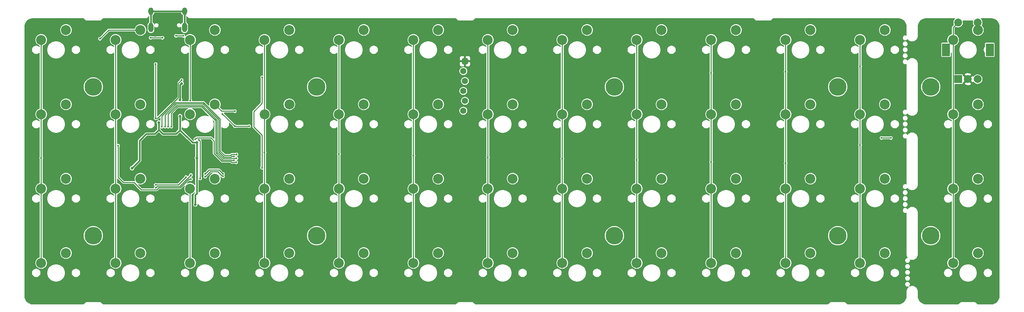
<source format=gtl>
G04 #@! TF.GenerationSoftware,KiCad,Pcbnew,(5.1.10-1-10_14)*
G04 #@! TF.CreationDate,2021-08-14T15:43:22-05:00*
G04 #@! TF.ProjectId,ori,6f72692e-6b69-4636-9164-5f7063625858,rev?*
G04 #@! TF.SameCoordinates,Original*
G04 #@! TF.FileFunction,Copper,L1,Top*
G04 #@! TF.FilePolarity,Positive*
%FSLAX46Y46*%
G04 Gerber Fmt 4.6, Leading zero omitted, Abs format (unit mm)*
G04 Created by KiCad (PCBNEW (5.1.10-1-10_14)) date 2021-08-14 15:43:22*
%MOMM*%
%LPD*%
G01*
G04 APERTURE LIST*
G04 #@! TA.AperFunction,ComponentPad*
%ADD10C,4.500000*%
G04 #@! TD*
G04 #@! TA.AperFunction,ComponentPad*
%ADD11C,2.540000*%
G04 #@! TD*
G04 #@! TA.AperFunction,ComponentPad*
%ADD12R,2.000000X2.000000*%
G04 #@! TD*
G04 #@! TA.AperFunction,ComponentPad*
%ADD13C,2.000000*%
G04 #@! TD*
G04 #@! TA.AperFunction,ComponentPad*
%ADD14R,2.000000X3.200000*%
G04 #@! TD*
G04 #@! TA.AperFunction,ComponentPad*
%ADD15C,1.600200*%
G04 #@! TD*
G04 #@! TA.AperFunction,ComponentPad*
%ADD16O,1.300000X2.400000*%
G04 #@! TD*
G04 #@! TA.AperFunction,ComponentPad*
%ADD17O,1.300000X1.900000*%
G04 #@! TD*
G04 #@! TA.AperFunction,SMDPad,CuDef*
%ADD18O,1.300000X2.400000*%
G04 #@! TD*
G04 #@! TA.AperFunction,ViaPad*
%ADD19C,0.500000*%
G04 #@! TD*
G04 #@! TA.AperFunction,ViaPad*
%ADD20C,0.700000*%
G04 #@! TD*
G04 #@! TA.AperFunction,Conductor*
%ADD21C,0.250000*%
G04 #@! TD*
G04 #@! TA.AperFunction,Conductor*
%ADD22C,0.400000*%
G04 #@! TD*
G04 #@! TA.AperFunction,Conductor*
%ADD23C,0.200000*%
G04 #@! TD*
G04 #@! TA.AperFunction,Conductor*
%ADD24C,0.100000*%
G04 #@! TD*
G04 APERTURE END LIST*
D10*
X96440641Y-62706266D03*
X153590689Y-100806298D03*
X286940801Y-62706266D03*
X286940801Y-100806298D03*
X229790753Y-62706266D03*
X153590689Y-62706266D03*
X229790753Y-100806298D03*
X96440641Y-100806298D03*
X310753321Y-100806298D03*
X310753321Y-62706266D03*
D11*
X316468185Y-69691370D03*
X322818185Y-67151370D03*
X121205625Y-50641250D03*
X127555625Y-48101250D03*
X316468185Y-107791530D03*
X322818185Y-105251530D03*
D12*
X317752725Y-60693950D03*
D13*
X320252725Y-60693950D03*
X322752725Y-60693950D03*
D14*
X314652725Y-53193950D03*
X325852725Y-53193950D03*
D13*
X317752725Y-46193950D03*
X322752725Y-46193950D03*
G04 #@! TA.AperFunction,ComponentPad*
G36*
G01*
X192346500Y-55699950D02*
X192346500Y-56500050D01*
G75*
G02*
X191946450Y-56900100I-400050J0D01*
G01*
X191146350Y-56900100D01*
G75*
G02*
X190746300Y-56500050I0J400050D01*
G01*
X190746300Y-55699950D01*
G75*
G02*
X191146350Y-55299900I400050J0D01*
G01*
X191946450Y-55299900D01*
G75*
G02*
X192346500Y-55699950I0J-400050D01*
G01*
G37*
G04 #@! TD.AperFunction*
D15*
X191140000Y-58640000D03*
X191546400Y-61180000D03*
X191140000Y-63720000D03*
X191546400Y-66260000D03*
X191140000Y-68800000D03*
D16*
X111189825Y-47458627D03*
D17*
X111189825Y-43258627D03*
X119789825Y-43258627D03*
D16*
X119789825Y-47458627D03*
D18*
X111189825Y-47458627D03*
D11*
X322818125Y-48101250D03*
X316468125Y-50641250D03*
X316468185Y-88741450D03*
X322818185Y-86201450D03*
X83105625Y-50641250D03*
X89455625Y-48101250D03*
X102155625Y-50641250D03*
X108505625Y-48101250D03*
X146605625Y-48101250D03*
X140255625Y-50641250D03*
X159305625Y-50641250D03*
X165655625Y-48101250D03*
X178355625Y-50641250D03*
X184705625Y-48101250D03*
X197405625Y-50641250D03*
X203755625Y-48101250D03*
X216455625Y-50641250D03*
X222805625Y-48101250D03*
X235505625Y-50641250D03*
X241855625Y-48101250D03*
X254555625Y-50641250D03*
X260905625Y-48101250D03*
X273605625Y-50641250D03*
X279955625Y-48101250D03*
X292655625Y-50641250D03*
X299005625Y-48101250D03*
X83105625Y-69691250D03*
X89455625Y-67151250D03*
X102155625Y-69691250D03*
X108505625Y-67151250D03*
X121205625Y-69691250D03*
X127555625Y-67151250D03*
X140260799Y-69691250D03*
X146610799Y-67151250D03*
X159305625Y-69691250D03*
X165655625Y-67151250D03*
X178355625Y-69691250D03*
X184705625Y-67151250D03*
X197405625Y-69691250D03*
X203755625Y-67151250D03*
X216455625Y-69691250D03*
X222805625Y-67151250D03*
X235505625Y-69691250D03*
X241855625Y-67151250D03*
X254555625Y-69691250D03*
X260905625Y-67151250D03*
X273605625Y-69691250D03*
X279955625Y-67151250D03*
X292655625Y-69691250D03*
X299005625Y-67151250D03*
X83105625Y-88741250D03*
X89455625Y-86201250D03*
X102155625Y-88741250D03*
X108505625Y-86201250D03*
X121205625Y-88741250D03*
X127555625Y-86201250D03*
X140255625Y-88741250D03*
X146605625Y-86201250D03*
X159305625Y-88741250D03*
X165655625Y-86201250D03*
X178355625Y-88741250D03*
X184705625Y-86201250D03*
X216455625Y-88741250D03*
X222805625Y-86201250D03*
X235505625Y-88741250D03*
X241855625Y-86201250D03*
X254555625Y-88741250D03*
X260905625Y-86201250D03*
X273605625Y-88741250D03*
X279955625Y-86201250D03*
X83105625Y-107791250D03*
X89455625Y-105251250D03*
X102155625Y-107791250D03*
X108505625Y-105251250D03*
X121205625Y-107791250D03*
X127555625Y-105251250D03*
X140255625Y-107791250D03*
X146605625Y-105251250D03*
X159305625Y-107791250D03*
X165655625Y-105251250D03*
X178355625Y-107791250D03*
X184705625Y-105251250D03*
X216455625Y-107791250D03*
X222805625Y-105251250D03*
X235505625Y-107791250D03*
X241855625Y-105251250D03*
X254555625Y-107791250D03*
X260905625Y-105251250D03*
X273605625Y-107791250D03*
X279955625Y-105251250D03*
X197405625Y-88741250D03*
X203755625Y-86201250D03*
X197405625Y-107791250D03*
X203755625Y-105251250D03*
X292655625Y-88741250D03*
X299005625Y-86201250D03*
X292655625Y-107791250D03*
X299005625Y-105251250D03*
D19*
X98150000Y-50350000D03*
X132650000Y-68900000D03*
D20*
X122950000Y-80900000D03*
X122900000Y-76950000D03*
X118650000Y-70200000D03*
X113200000Y-71800000D03*
X106350000Y-83500000D03*
X122550000Y-92800000D03*
X118650000Y-66000000D03*
X119050000Y-61800000D03*
D19*
X112400000Y-70700000D03*
X112400000Y-56850000D03*
X119050000Y-60950000D03*
X132650000Y-72750000D03*
X136300000Y-72750000D03*
X129450000Y-69600000D03*
X300540625Y-75756250D03*
X298140625Y-75756250D03*
X292655625Y-57421250D03*
X292655625Y-77621250D03*
X83105625Y-80871250D03*
X121250000Y-66154972D03*
X123450000Y-76205000D03*
X123800000Y-86100000D03*
X133100000Y-79980000D03*
X114000000Y-72850000D03*
X140255625Y-79491250D03*
X132450000Y-80485000D03*
X114800000Y-72850000D03*
X159305625Y-79841250D03*
X133050000Y-80990000D03*
X115600000Y-72850000D03*
X178355625Y-80271250D03*
X132450000Y-81495000D03*
X116400000Y-72850000D03*
X197405625Y-80721250D03*
X133000000Y-82000000D03*
X122550000Y-76100000D03*
X216455625Y-81041250D03*
X235505625Y-81391250D03*
X254555625Y-81921250D03*
X254555625Y-59141250D03*
X273605625Y-82241250D03*
X273605625Y-58771250D03*
X117600000Y-49600000D03*
X119450000Y-49600000D03*
X114150000Y-50100000D03*
X111100000Y-50100000D03*
X139650000Y-60250000D03*
X139600000Y-83395030D03*
X102770799Y-77724602D03*
X121420799Y-86324602D03*
X125070799Y-85674602D03*
X129620799Y-85585053D03*
X104100000Y-47050000D03*
X107150000Y-84850000D03*
X103550000Y-83850000D03*
X116300000Y-66550000D03*
X114000000Y-66550000D03*
X125700000Y-76800000D03*
X126700000Y-79900000D03*
D20*
X116850000Y-53250000D03*
D19*
X115450000Y-104250000D03*
D20*
X112240625Y-49456250D03*
D19*
X125540625Y-65956250D03*
X120040625Y-65906250D03*
X123840625Y-69006250D03*
X112420799Y-88524602D03*
X121420799Y-85255000D03*
X112420799Y-87774602D03*
X120178909Y-85782712D03*
X125070799Y-84955050D03*
X129620799Y-84955050D03*
D21*
X100405398Y-48094602D02*
X108610799Y-48094602D01*
X98150000Y-50350000D02*
X100405398Y-48094602D01*
X132650000Y-68900000D02*
X129416197Y-68900000D01*
X129304375Y-68900000D02*
X129416197Y-68900000D01*
X127555625Y-67151250D02*
X129304375Y-68900000D01*
D22*
X122950000Y-77000000D02*
X122900000Y-76950000D01*
X122950000Y-80900000D02*
X122950000Y-77000000D01*
X110000000Y-74750000D02*
X108300000Y-76450000D01*
X108300000Y-81550000D02*
X106350000Y-83500000D01*
X108300000Y-76450000D02*
X108300000Y-81550000D01*
X122950000Y-80900000D02*
X122950000Y-89950000D01*
X122550000Y-90350000D02*
X122550000Y-92800000D01*
X122950000Y-89950000D02*
X122550000Y-90350000D01*
X118650000Y-66000000D02*
X118650000Y-62500000D01*
X112050000Y-74750000D02*
X110000000Y-74750000D01*
X113200000Y-73700000D02*
X113200000Y-71800000D01*
X112150000Y-74750000D02*
X113200000Y-73700000D01*
X112050000Y-74750000D02*
X112150000Y-74750000D01*
X114250000Y-74750000D02*
X113200000Y-73700000D01*
X117650000Y-74750000D02*
X114250000Y-74750000D01*
X118650000Y-73750000D02*
X117650000Y-74750000D01*
X118650000Y-70200000D02*
X118650000Y-73750000D01*
X121850000Y-76950000D02*
X118650000Y-73750000D01*
X122900000Y-76950000D02*
X121850000Y-76950000D01*
X118650000Y-62200000D02*
X119050000Y-61800000D01*
X118650000Y-62500000D02*
X118650000Y-62200000D01*
D21*
X112400000Y-70700000D02*
X112400000Y-56850000D01*
X117320381Y-66279962D02*
X112900343Y-70700000D01*
X118194990Y-65405354D02*
X117320381Y-66279962D01*
X118194990Y-62609608D02*
X118194990Y-65405354D01*
X112900343Y-70700000D02*
X112400000Y-70700000D01*
X118194990Y-62609608D02*
X118194990Y-61755010D01*
X119000000Y-60950000D02*
X119050000Y-60950000D01*
X118194990Y-61755010D02*
X119000000Y-60950000D01*
X132650000Y-72750000D02*
X136300000Y-72750000D01*
X129500000Y-69600000D02*
X129450000Y-69600000D01*
X132650000Y-72750000D02*
X129500000Y-69600000D01*
X300540625Y-75756250D02*
X298140625Y-75756250D01*
X292259869Y-107633672D02*
X292260799Y-107634602D01*
X292655625Y-107791250D02*
X292655625Y-105995199D01*
X292655625Y-57421250D02*
X292655625Y-50641250D01*
X292655625Y-105995199D02*
X292655625Y-77621250D01*
X292655625Y-77621250D02*
X292655625Y-57421250D01*
X83260799Y-107634222D02*
X83260419Y-107634602D01*
X83105625Y-50641250D02*
X83105625Y-79471250D01*
X83105625Y-80871250D02*
X83105625Y-107791250D01*
X83105625Y-79471250D02*
X83105625Y-80871250D01*
X102155625Y-107791250D02*
X102155625Y-71864516D01*
X102155625Y-77856830D02*
X102155625Y-107791250D01*
X102155625Y-50641250D02*
X102155625Y-77856830D01*
X121250000Y-50645401D02*
X121260799Y-50634602D01*
X121250000Y-66154972D02*
X121250000Y-50645401D01*
X123799999Y-76554999D02*
X123450000Y-76205000D01*
X123800000Y-85750002D02*
X123799999Y-85750001D01*
X123800000Y-86100000D02*
X123800000Y-85750002D01*
X123799999Y-85750001D02*
X123799999Y-76554999D01*
X123799999Y-85950001D02*
X123799999Y-85750001D01*
X121205625Y-107791250D02*
X121205625Y-88741250D01*
X114000000Y-70137756D02*
X114000000Y-72850000D01*
X117477786Y-66659971D02*
X114000000Y-70137756D01*
X128900000Y-70887755D02*
X124672217Y-66659972D01*
X131792575Y-79980000D02*
X131542595Y-80229980D01*
X128900000Y-79100000D02*
X128900000Y-70887755D01*
X131542595Y-80229980D02*
X130029980Y-80229980D01*
X124672217Y-66659972D02*
X117477786Y-66659971D01*
X130029980Y-80229980D02*
X128900000Y-79100000D01*
X133100000Y-79980000D02*
X131792575Y-79980000D01*
X140255625Y-79491250D02*
X140255625Y-107791250D01*
X140255625Y-50641250D02*
X140255625Y-79491250D01*
X159260799Y-50635042D02*
X159260219Y-50634462D01*
X114800000Y-69875170D02*
X114800000Y-72850000D01*
X117635190Y-67039980D02*
X114800000Y-69875170D01*
X126050000Y-68575169D02*
X124514812Y-67039981D01*
X126050000Y-68575172D02*
X126050000Y-68575169D01*
X124514812Y-67039981D02*
X117635190Y-67039980D01*
X128519990Y-71045162D02*
X126050000Y-68575172D01*
X132450000Y-80485000D02*
X131824990Y-80485000D01*
X131700000Y-80609990D02*
X129872575Y-80609990D01*
X131824990Y-80485000D02*
X131700000Y-80609990D01*
X128519990Y-79257405D02*
X128519990Y-71045162D01*
X129872575Y-80609990D02*
X128519990Y-79257405D01*
X159305625Y-71864516D02*
X159305625Y-50641250D01*
X159305625Y-79841250D02*
X159305625Y-71864516D01*
X159305625Y-107791250D02*
X159305625Y-79841250D01*
X115600000Y-69612585D02*
X115600000Y-72850000D01*
X128139980Y-71202566D02*
X124357405Y-67419990D01*
X124357405Y-67419990D02*
X117792595Y-67419990D01*
X117792595Y-67419990D02*
X115600000Y-69612585D01*
X128139980Y-79414810D02*
X128139980Y-71202566D01*
X129715170Y-80990000D02*
X128139980Y-79414810D01*
X133050000Y-80990000D02*
X129715170Y-80990000D01*
X178355625Y-80271250D02*
X178355625Y-107791250D01*
X178355625Y-50641250D02*
X178355625Y-80271250D01*
X116400000Y-69350000D02*
X116400000Y-72850000D01*
X117950000Y-67800000D02*
X116400000Y-69350000D01*
X124200000Y-67800000D02*
X117950000Y-67800000D01*
X127759970Y-71359970D02*
X124200000Y-67800000D01*
X127759970Y-79572215D02*
X127759970Y-71359970D01*
X129557766Y-81370010D02*
X127759970Y-79572215D01*
X131700000Y-81370010D02*
X129557766Y-81370010D01*
X131824990Y-81495000D02*
X131700000Y-81370010D01*
X132450000Y-81495000D02*
X131824990Y-81495000D01*
X197405625Y-50641250D02*
X197405625Y-80721250D01*
X197405625Y-80721250D02*
X197405625Y-107791250D01*
X216260799Y-107633582D02*
X216260069Y-107634312D01*
X122550000Y-76100000D02*
X122950000Y-75700000D01*
X122950000Y-75700000D02*
X126550000Y-75700000D01*
X129400361Y-81750020D02*
X131542595Y-81750020D01*
X126550000Y-75700000D02*
X127379960Y-76529960D01*
X127379960Y-76529960D02*
X127379960Y-79729620D01*
X127379960Y-79729620D02*
X129400361Y-81750020D01*
X131542595Y-81750020D02*
X131792575Y-82000000D01*
X131792575Y-82000000D02*
X133000000Y-82000000D01*
X216455625Y-81041250D02*
X216455625Y-50641250D01*
X216455625Y-107791250D02*
X216455625Y-81041250D01*
X235260799Y-107633532D02*
X235260019Y-107634312D01*
X235505625Y-50641250D02*
X235505625Y-81391250D01*
X235505625Y-81391250D02*
X235505625Y-107791250D01*
X254555625Y-107791250D02*
X254555625Y-81921250D01*
X254555625Y-81921250D02*
X254555625Y-59141250D01*
X254555625Y-59141250D02*
X254555625Y-50641250D01*
X273605625Y-82241250D02*
X273605625Y-107791250D01*
X273605625Y-58771250D02*
X273605625Y-82241250D01*
X273605625Y-50641250D02*
X273605625Y-58771250D01*
X117600000Y-49600000D02*
X119450000Y-49600000D01*
X114150000Y-50100000D02*
X111100000Y-50100000D01*
X139650000Y-60250000D02*
X139650000Y-66850000D01*
X139650000Y-66850000D02*
X137500000Y-69000000D01*
X137500000Y-69000000D02*
X137500000Y-72950000D01*
X139600000Y-75050000D02*
X139600000Y-83395030D01*
X137500000Y-72950000D02*
X139600000Y-75050000D01*
X102770799Y-77724602D02*
X102770799Y-85774602D01*
X102770799Y-85774602D02*
X104120799Y-87124602D01*
X104120799Y-87124602D02*
X106820799Y-87124602D01*
X108725800Y-89029603D02*
X112663200Y-89029603D01*
X106820799Y-87124602D02*
X108725800Y-89029603D01*
X112928398Y-88767003D02*
X113160779Y-88534622D01*
X112925800Y-88767003D02*
X112928398Y-88767003D01*
X112663200Y-89029603D02*
X112925800Y-88767003D01*
X118678592Y-88534622D02*
X118901197Y-88312016D01*
X113160779Y-88534622D02*
X118678592Y-88534622D01*
X120888611Y-86324602D02*
X121420799Y-86324602D01*
X118901197Y-88312016D02*
X120888611Y-86324602D01*
X125070799Y-85674602D02*
X126390789Y-84354612D01*
X129503400Y-85585053D02*
X129620799Y-85585053D01*
X128272959Y-84354612D02*
X129503400Y-85585053D01*
X126390789Y-84354612D02*
X128272959Y-84354612D01*
X316468125Y-47478550D02*
X317752725Y-46193950D01*
X316468125Y-50641250D02*
X316468125Y-47478550D01*
X316468125Y-107791470D02*
X316468185Y-107791530D01*
X316468125Y-50641250D02*
X316468125Y-107791470D01*
X107150000Y-84850000D02*
X104100000Y-84850000D01*
X103550000Y-84300000D02*
X103550000Y-83850000D01*
X104100000Y-84850000D02*
X103550000Y-84300000D01*
X116300000Y-66550000D02*
X114000000Y-66550000D01*
X125700000Y-76800000D02*
X125700000Y-77650000D01*
X126700000Y-78650000D02*
X126700000Y-79900000D01*
X125700000Y-77650000D02*
X126700000Y-78650000D01*
D22*
X116300000Y-66550000D02*
X117739980Y-65110020D01*
X117739980Y-54139980D02*
X116850000Y-53250000D01*
X117739980Y-65110020D02*
X117739980Y-54139980D01*
X119789825Y-47458627D02*
X119789825Y-43258627D01*
X119789825Y-43258627D02*
X111189825Y-43258627D01*
X111189825Y-43258627D02*
X111189825Y-47458627D01*
D21*
X112790789Y-88154612D02*
X112420799Y-88524602D01*
X118458601Y-88154612D02*
X112790789Y-88154612D01*
X118521187Y-88154612D02*
X121420799Y-85255000D01*
X118458601Y-88154612D02*
X118521187Y-88154612D01*
X120178909Y-85782712D02*
X118187019Y-87774602D01*
X117970799Y-87774602D02*
X118170799Y-87774602D01*
X112420799Y-87774602D02*
X117970799Y-87774602D01*
X125070799Y-84955050D02*
X126051247Y-83974602D01*
X128640351Y-83974602D02*
X129620799Y-84955050D01*
X126051247Y-83974602D02*
X128640351Y-83974602D01*
D23*
X118907894Y-43923935D02*
X118996108Y-44088972D01*
X119114825Y-44233628D01*
X119259481Y-44352345D01*
X119289826Y-44368565D01*
X119289825Y-46098689D01*
X119259480Y-46114909D01*
X119114824Y-46233626D01*
X118996107Y-46378282D01*
X118907893Y-46543320D01*
X118901708Y-46563710D01*
X118865294Y-46509213D01*
X118778239Y-46422158D01*
X118675873Y-46353759D01*
X118562131Y-46306646D01*
X118441382Y-46282627D01*
X118318268Y-46282627D01*
X118197519Y-46306646D01*
X118083777Y-46353759D01*
X117981411Y-46422158D01*
X117894356Y-46509213D01*
X117825957Y-46611579D01*
X117778844Y-46725321D01*
X117754825Y-46846070D01*
X117754825Y-46969184D01*
X117778844Y-47089933D01*
X117825957Y-47203675D01*
X117894356Y-47306041D01*
X117981411Y-47393096D01*
X118083777Y-47461495D01*
X118197519Y-47508608D01*
X118318268Y-47532627D01*
X118441382Y-47532627D01*
X118562131Y-47508608D01*
X118675873Y-47461495D01*
X118778239Y-47393096D01*
X118839825Y-47331510D01*
X118839826Y-48055292D01*
X118853572Y-48194859D01*
X118907894Y-48373935D01*
X118996108Y-48538972D01*
X119114825Y-48683628D01*
X119259481Y-48802345D01*
X119424518Y-48890559D01*
X119603594Y-48944881D01*
X119789825Y-48963223D01*
X119976057Y-48944881D01*
X120155133Y-48890559D01*
X120320170Y-48802345D01*
X120464826Y-48683628D01*
X120583543Y-48538972D01*
X120671757Y-48373935D01*
X120726079Y-48194859D01*
X120739825Y-48055292D01*
X120739825Y-47946618D01*
X125985625Y-47946618D01*
X125985625Y-48255882D01*
X126045959Y-48559202D01*
X126164309Y-48844924D01*
X126336126Y-49102067D01*
X126554808Y-49320749D01*
X126811951Y-49492566D01*
X127097673Y-49610916D01*
X127400993Y-49671250D01*
X127710257Y-49671250D01*
X128013577Y-49610916D01*
X128299299Y-49492566D01*
X128556442Y-49320749D01*
X128775124Y-49102067D01*
X128946941Y-48844924D01*
X129065291Y-48559202D01*
X129125625Y-48255882D01*
X129125625Y-47946618D01*
X145035625Y-47946618D01*
X145035625Y-48255882D01*
X145095959Y-48559202D01*
X145214309Y-48844924D01*
X145386126Y-49102067D01*
X145604808Y-49320749D01*
X145861951Y-49492566D01*
X146147673Y-49610916D01*
X146450993Y-49671250D01*
X146760257Y-49671250D01*
X147063577Y-49610916D01*
X147349299Y-49492566D01*
X147606442Y-49320749D01*
X147825124Y-49102067D01*
X147996941Y-48844924D01*
X148115291Y-48559202D01*
X148175625Y-48255882D01*
X148175625Y-47946618D01*
X164085625Y-47946618D01*
X164085625Y-48255882D01*
X164145959Y-48559202D01*
X164264309Y-48844924D01*
X164436126Y-49102067D01*
X164654808Y-49320749D01*
X164911951Y-49492566D01*
X165197673Y-49610916D01*
X165500993Y-49671250D01*
X165810257Y-49671250D01*
X166113577Y-49610916D01*
X166399299Y-49492566D01*
X166656442Y-49320749D01*
X166875124Y-49102067D01*
X167046941Y-48844924D01*
X167165291Y-48559202D01*
X167225625Y-48255882D01*
X167225625Y-47946618D01*
X183135625Y-47946618D01*
X183135625Y-48255882D01*
X183195959Y-48559202D01*
X183314309Y-48844924D01*
X183486126Y-49102067D01*
X183704808Y-49320749D01*
X183961951Y-49492566D01*
X184247673Y-49610916D01*
X184550993Y-49671250D01*
X184860257Y-49671250D01*
X185163577Y-49610916D01*
X185449299Y-49492566D01*
X185706442Y-49320749D01*
X185925124Y-49102067D01*
X186096941Y-48844924D01*
X186215291Y-48559202D01*
X186275625Y-48255882D01*
X186275625Y-47946618D01*
X202185625Y-47946618D01*
X202185625Y-48255882D01*
X202245959Y-48559202D01*
X202364309Y-48844924D01*
X202536126Y-49102067D01*
X202754808Y-49320749D01*
X203011951Y-49492566D01*
X203297673Y-49610916D01*
X203600993Y-49671250D01*
X203910257Y-49671250D01*
X204213577Y-49610916D01*
X204499299Y-49492566D01*
X204756442Y-49320749D01*
X204975124Y-49102067D01*
X205146941Y-48844924D01*
X205265291Y-48559202D01*
X205325625Y-48255882D01*
X205325625Y-47946618D01*
X221235625Y-47946618D01*
X221235625Y-48255882D01*
X221295959Y-48559202D01*
X221414309Y-48844924D01*
X221586126Y-49102067D01*
X221804808Y-49320749D01*
X222061951Y-49492566D01*
X222347673Y-49610916D01*
X222650993Y-49671250D01*
X222960257Y-49671250D01*
X223263577Y-49610916D01*
X223549299Y-49492566D01*
X223806442Y-49320749D01*
X224025124Y-49102067D01*
X224196941Y-48844924D01*
X224315291Y-48559202D01*
X224375625Y-48255882D01*
X224375625Y-47946618D01*
X240285625Y-47946618D01*
X240285625Y-48255882D01*
X240345959Y-48559202D01*
X240464309Y-48844924D01*
X240636126Y-49102067D01*
X240854808Y-49320749D01*
X241111951Y-49492566D01*
X241397673Y-49610916D01*
X241700993Y-49671250D01*
X242010257Y-49671250D01*
X242313577Y-49610916D01*
X242599299Y-49492566D01*
X242856442Y-49320749D01*
X243075124Y-49102067D01*
X243246941Y-48844924D01*
X243365291Y-48559202D01*
X243425625Y-48255882D01*
X243425625Y-47946618D01*
X259335625Y-47946618D01*
X259335625Y-48255882D01*
X259395959Y-48559202D01*
X259514309Y-48844924D01*
X259686126Y-49102067D01*
X259904808Y-49320749D01*
X260161951Y-49492566D01*
X260447673Y-49610916D01*
X260750993Y-49671250D01*
X261060257Y-49671250D01*
X261363577Y-49610916D01*
X261649299Y-49492566D01*
X261906442Y-49320749D01*
X262125124Y-49102067D01*
X262296941Y-48844924D01*
X262415291Y-48559202D01*
X262475625Y-48255882D01*
X262475625Y-47946618D01*
X278385625Y-47946618D01*
X278385625Y-48255882D01*
X278445959Y-48559202D01*
X278564309Y-48844924D01*
X278736126Y-49102067D01*
X278954808Y-49320749D01*
X279211951Y-49492566D01*
X279497673Y-49610916D01*
X279800993Y-49671250D01*
X280110257Y-49671250D01*
X280413577Y-49610916D01*
X280699299Y-49492566D01*
X280956442Y-49320749D01*
X281175124Y-49102067D01*
X281346941Y-48844924D01*
X281465291Y-48559202D01*
X281525625Y-48255882D01*
X281525625Y-47946618D01*
X297435625Y-47946618D01*
X297435625Y-48255882D01*
X297495959Y-48559202D01*
X297614309Y-48844924D01*
X297786126Y-49102067D01*
X298004808Y-49320749D01*
X298261951Y-49492566D01*
X298547673Y-49610916D01*
X298850993Y-49671250D01*
X299160257Y-49671250D01*
X299463577Y-49610916D01*
X299749299Y-49492566D01*
X300006442Y-49320749D01*
X300225124Y-49102067D01*
X300396941Y-48844924D01*
X300515291Y-48559202D01*
X300575625Y-48255882D01*
X300575625Y-47946618D01*
X300515291Y-47643298D01*
X300396941Y-47357576D01*
X300225124Y-47100433D01*
X300006442Y-46881751D01*
X299749299Y-46709934D01*
X299463577Y-46591584D01*
X299160257Y-46531250D01*
X298850993Y-46531250D01*
X298547673Y-46591584D01*
X298261951Y-46709934D01*
X298004808Y-46881751D01*
X297786126Y-47100433D01*
X297614309Y-47357576D01*
X297495959Y-47643298D01*
X297435625Y-47946618D01*
X281525625Y-47946618D01*
X281465291Y-47643298D01*
X281346941Y-47357576D01*
X281175124Y-47100433D01*
X280956442Y-46881751D01*
X280699299Y-46709934D01*
X280413577Y-46591584D01*
X280110257Y-46531250D01*
X279800993Y-46531250D01*
X279497673Y-46591584D01*
X279211951Y-46709934D01*
X278954808Y-46881751D01*
X278736126Y-47100433D01*
X278564309Y-47357576D01*
X278445959Y-47643298D01*
X278385625Y-47946618D01*
X262475625Y-47946618D01*
X262415291Y-47643298D01*
X262296941Y-47357576D01*
X262125124Y-47100433D01*
X261906442Y-46881751D01*
X261649299Y-46709934D01*
X261363577Y-46591584D01*
X261060257Y-46531250D01*
X260750993Y-46531250D01*
X260447673Y-46591584D01*
X260161951Y-46709934D01*
X259904808Y-46881751D01*
X259686126Y-47100433D01*
X259514309Y-47357576D01*
X259395959Y-47643298D01*
X259335625Y-47946618D01*
X243425625Y-47946618D01*
X243365291Y-47643298D01*
X243246941Y-47357576D01*
X243075124Y-47100433D01*
X242856442Y-46881751D01*
X242599299Y-46709934D01*
X242313577Y-46591584D01*
X242010257Y-46531250D01*
X241700993Y-46531250D01*
X241397673Y-46591584D01*
X241111951Y-46709934D01*
X240854808Y-46881751D01*
X240636126Y-47100433D01*
X240464309Y-47357576D01*
X240345959Y-47643298D01*
X240285625Y-47946618D01*
X224375625Y-47946618D01*
X224315291Y-47643298D01*
X224196941Y-47357576D01*
X224025124Y-47100433D01*
X223806442Y-46881751D01*
X223549299Y-46709934D01*
X223263577Y-46591584D01*
X222960257Y-46531250D01*
X222650993Y-46531250D01*
X222347673Y-46591584D01*
X222061951Y-46709934D01*
X221804808Y-46881751D01*
X221586126Y-47100433D01*
X221414309Y-47357576D01*
X221295959Y-47643298D01*
X221235625Y-47946618D01*
X205325625Y-47946618D01*
X205265291Y-47643298D01*
X205146941Y-47357576D01*
X204975124Y-47100433D01*
X204756442Y-46881751D01*
X204499299Y-46709934D01*
X204213577Y-46591584D01*
X203910257Y-46531250D01*
X203600993Y-46531250D01*
X203297673Y-46591584D01*
X203011951Y-46709934D01*
X202754808Y-46881751D01*
X202536126Y-47100433D01*
X202364309Y-47357576D01*
X202245959Y-47643298D01*
X202185625Y-47946618D01*
X186275625Y-47946618D01*
X186215291Y-47643298D01*
X186096941Y-47357576D01*
X185925124Y-47100433D01*
X185706442Y-46881751D01*
X185449299Y-46709934D01*
X185163577Y-46591584D01*
X184860257Y-46531250D01*
X184550993Y-46531250D01*
X184247673Y-46591584D01*
X183961951Y-46709934D01*
X183704808Y-46881751D01*
X183486126Y-47100433D01*
X183314309Y-47357576D01*
X183195959Y-47643298D01*
X183135625Y-47946618D01*
X167225625Y-47946618D01*
X167165291Y-47643298D01*
X167046941Y-47357576D01*
X166875124Y-47100433D01*
X166656442Y-46881751D01*
X166399299Y-46709934D01*
X166113577Y-46591584D01*
X165810257Y-46531250D01*
X165500993Y-46531250D01*
X165197673Y-46591584D01*
X164911951Y-46709934D01*
X164654808Y-46881751D01*
X164436126Y-47100433D01*
X164264309Y-47357576D01*
X164145959Y-47643298D01*
X164085625Y-47946618D01*
X148175625Y-47946618D01*
X148115291Y-47643298D01*
X147996941Y-47357576D01*
X147825124Y-47100433D01*
X147606442Y-46881751D01*
X147349299Y-46709934D01*
X147063577Y-46591584D01*
X146760257Y-46531250D01*
X146450993Y-46531250D01*
X146147673Y-46591584D01*
X145861951Y-46709934D01*
X145604808Y-46881751D01*
X145386126Y-47100433D01*
X145214309Y-47357576D01*
X145095959Y-47643298D01*
X145035625Y-47946618D01*
X129125625Y-47946618D01*
X129065291Y-47643298D01*
X128946941Y-47357576D01*
X128775124Y-47100433D01*
X128556442Y-46881751D01*
X128299299Y-46709934D01*
X128013577Y-46591584D01*
X127710257Y-46531250D01*
X127400993Y-46531250D01*
X127097673Y-46591584D01*
X126811951Y-46709934D01*
X126554808Y-46881751D01*
X126336126Y-47100433D01*
X126164309Y-47357576D01*
X126045959Y-47643298D01*
X125985625Y-47946618D01*
X120739825Y-47946618D01*
X120739825Y-46861962D01*
X120726079Y-46722395D01*
X120671757Y-46543319D01*
X120583543Y-46378282D01*
X120464826Y-46233626D01*
X120320170Y-46114909D01*
X120289825Y-46098689D01*
X120289825Y-44525953D01*
X120290743Y-44528995D01*
X120320648Y-44625604D01*
X120332066Y-44652767D01*
X120343098Y-44680071D01*
X120345228Y-44684078D01*
X120393329Y-44773038D01*
X120409795Y-44797450D01*
X120425931Y-44822108D01*
X120428799Y-44825625D01*
X120493263Y-44903548D01*
X120514173Y-44924312D01*
X120534773Y-44945348D01*
X120538269Y-44948241D01*
X120616640Y-45012159D01*
X120641167Y-45028454D01*
X120665479Y-45045101D01*
X120669470Y-45047259D01*
X120758764Y-45094738D01*
X120786017Y-45105971D01*
X120813075Y-45117568D01*
X120817410Y-45118910D01*
X120914226Y-45148140D01*
X120943112Y-45153860D01*
X120971931Y-45159985D01*
X120976445Y-45160460D01*
X121077094Y-45170329D01*
X121077102Y-45170329D01*
X121092849Y-45171880D01*
X189174850Y-45171875D01*
X189663690Y-45660717D01*
X189673861Y-45673110D01*
X189686254Y-45683281D01*
X189686258Y-45683285D01*
X189698152Y-45693046D01*
X189723348Y-45713724D01*
X189779808Y-45743902D01*
X189841071Y-45762486D01*
X189888821Y-45767189D01*
X189888829Y-45767189D01*
X189904782Y-45768760D01*
X189920735Y-45767189D01*
X193460707Y-45767189D01*
X193476660Y-45768760D01*
X193492613Y-45767189D01*
X193492621Y-45767189D01*
X193540371Y-45762486D01*
X193601634Y-45743902D01*
X193658094Y-45713724D01*
X193707581Y-45673110D01*
X193717760Y-45660707D01*
X194206593Y-45171876D01*
X265374915Y-45171876D01*
X265863754Y-45660717D01*
X265873925Y-45673110D01*
X265886318Y-45683281D01*
X265886322Y-45683285D01*
X265898216Y-45693046D01*
X265923412Y-45713724D01*
X265979872Y-45743902D01*
X266041135Y-45762486D01*
X266088885Y-45767189D01*
X266088893Y-45767189D01*
X266104846Y-45768760D01*
X266120799Y-45767189D01*
X269660771Y-45767189D01*
X269676724Y-45768760D01*
X269692677Y-45767189D01*
X269692685Y-45767189D01*
X269740435Y-45762486D01*
X269801698Y-45743902D01*
X269858158Y-45713724D01*
X269907645Y-45673110D01*
X269917824Y-45660707D01*
X270406658Y-45171875D01*
X302402838Y-45171880D01*
X302817828Y-45212570D01*
X303201723Y-45328475D01*
X303555788Y-45516735D01*
X303866546Y-45770183D01*
X304122160Y-46079166D01*
X304312888Y-46431911D01*
X304431469Y-46814981D01*
X304474995Y-47229104D01*
X304474996Y-49487470D01*
X304409060Y-49460159D01*
X304273822Y-49433258D01*
X304135934Y-49433258D01*
X304000696Y-49460159D01*
X303873304Y-49512926D01*
X303758654Y-49589532D01*
X303661152Y-49687034D01*
X303584546Y-49801684D01*
X303531779Y-49929076D01*
X303504878Y-50064314D01*
X303504878Y-50202202D01*
X303531779Y-50337440D01*
X303584546Y-50464832D01*
X303661152Y-50579482D01*
X303758654Y-50676984D01*
X303873304Y-50753590D01*
X304000696Y-50806357D01*
X304135934Y-50833258D01*
X304273822Y-50833258D01*
X304409060Y-50806357D01*
X304536452Y-50753590D01*
X304651102Y-50676984D01*
X304748604Y-50579482D01*
X304786256Y-50523131D01*
X304908620Y-50668959D01*
X304929662Y-50689564D01*
X304950422Y-50710469D01*
X304953939Y-50713338D01*
X305135034Y-50858942D01*
X305159686Y-50875074D01*
X305184102Y-50891542D01*
X305188109Y-50893673D01*
X305394036Y-51001329D01*
X305421334Y-51012358D01*
X305448501Y-51023778D01*
X305452846Y-51025090D01*
X305675761Y-51090698D01*
X305704702Y-51096219D01*
X305733551Y-51102140D01*
X305738066Y-51102583D01*
X305738068Y-51102583D01*
X305969482Y-51123643D01*
X305998904Y-51123438D01*
X306028392Y-51123643D01*
X306032908Y-51123201D01*
X306264005Y-51098912D01*
X306292866Y-51092987D01*
X306321795Y-51087469D01*
X306326139Y-51086157D01*
X306548118Y-51017443D01*
X306575244Y-51006040D01*
X306602584Y-50994994D01*
X306606591Y-50992864D01*
X306810995Y-50882343D01*
X306835399Y-50865881D01*
X306860063Y-50849742D01*
X306863580Y-50846874D01*
X307042624Y-50698756D01*
X307063388Y-50677846D01*
X307084425Y-50657245D01*
X307087318Y-50653749D01*
X307234183Y-50473675D01*
X307250496Y-50449122D01*
X307267125Y-50424835D01*
X307269284Y-50420843D01*
X307378375Y-50215672D01*
X307389603Y-50188430D01*
X307401203Y-50161365D01*
X307402546Y-50157030D01*
X307469709Y-49934577D01*
X307475433Y-49905664D01*
X307481554Y-49876868D01*
X307482029Y-49872355D01*
X307504704Y-49641094D01*
X307504704Y-49641088D01*
X307506255Y-49625341D01*
X307506255Y-47244037D01*
X307546945Y-46829047D01*
X307662850Y-46445152D01*
X307851110Y-46091087D01*
X308104558Y-45780329D01*
X308413541Y-45524715D01*
X308766286Y-45333987D01*
X309149356Y-45215406D01*
X309563479Y-45171880D01*
X316942429Y-45171876D01*
X316924023Y-45184174D01*
X316742949Y-45365248D01*
X316600680Y-45578169D01*
X316502683Y-45814754D01*
X316452725Y-46065911D01*
X316452725Y-46321989D01*
X316502683Y-46573146D01*
X316581707Y-46763927D01*
X316182364Y-47163271D01*
X316166152Y-47176576D01*
X316113042Y-47241290D01*
X316103119Y-47259855D01*
X316073578Y-47315123D01*
X316049275Y-47395236D01*
X316041070Y-47478550D01*
X316043126Y-47499427D01*
X316043125Y-49125029D01*
X316010173Y-49131584D01*
X315724451Y-49249934D01*
X315467308Y-49421751D01*
X315248626Y-49640433D01*
X315076809Y-49897576D01*
X314958459Y-50183298D01*
X314898125Y-50486618D01*
X314898125Y-50795882D01*
X314958459Y-51099202D01*
X315038525Y-51292499D01*
X313652725Y-51292499D01*
X313593915Y-51298291D01*
X313537365Y-51315446D01*
X313485248Y-51343303D01*
X313439567Y-51380792D01*
X313402078Y-51426473D01*
X313374221Y-51478590D01*
X313357066Y-51535140D01*
X313351274Y-51593950D01*
X313351274Y-54793950D01*
X313357066Y-54852760D01*
X313374221Y-54909310D01*
X313402078Y-54961427D01*
X313439567Y-55007108D01*
X313485248Y-55044597D01*
X313537365Y-55072454D01*
X313593915Y-55089609D01*
X313652725Y-55095401D01*
X315652725Y-55095401D01*
X315711535Y-55089609D01*
X315768085Y-55072454D01*
X315820202Y-55044597D01*
X315865883Y-55007108D01*
X315903372Y-54961427D01*
X315931229Y-54909310D01*
X315948384Y-54852760D01*
X315954176Y-54793950D01*
X315954176Y-54052818D01*
X316043125Y-53963869D01*
X316043125Y-68175161D01*
X316010233Y-68181704D01*
X315724511Y-68300054D01*
X315467368Y-68471871D01*
X315248686Y-68690553D01*
X315076869Y-68947696D01*
X314958519Y-69233418D01*
X314898185Y-69536738D01*
X314898185Y-69846002D01*
X314958519Y-70149322D01*
X315076869Y-70435044D01*
X315248686Y-70692187D01*
X315467368Y-70910869D01*
X315724511Y-71082686D01*
X316010233Y-71201036D01*
X316043125Y-71207579D01*
X316043125Y-71448691D01*
X315931841Y-71337407D01*
X315743341Y-71211455D01*
X315533890Y-71124698D01*
X315311539Y-71080470D01*
X315084831Y-71080470D01*
X314862480Y-71124698D01*
X314653029Y-71211455D01*
X314464529Y-71337407D01*
X314304222Y-71497714D01*
X314178270Y-71686214D01*
X314091513Y-71895665D01*
X314047285Y-72118016D01*
X314047285Y-72344724D01*
X314091513Y-72567075D01*
X314178270Y-72776526D01*
X314304222Y-72965026D01*
X314464529Y-73125333D01*
X314653029Y-73251285D01*
X314862480Y-73338042D01*
X315084831Y-73382270D01*
X315311539Y-73382270D01*
X315533890Y-73338042D01*
X315743341Y-73251285D01*
X315931841Y-73125333D01*
X316043125Y-73014049D01*
X316043126Y-87225241D01*
X316010233Y-87231784D01*
X315724511Y-87350134D01*
X315467368Y-87521951D01*
X315248686Y-87740633D01*
X315076869Y-87997776D01*
X314958519Y-88283498D01*
X314898185Y-88586818D01*
X314898185Y-88896082D01*
X314958519Y-89199402D01*
X315076869Y-89485124D01*
X315248686Y-89742267D01*
X315467368Y-89960949D01*
X315724511Y-90132766D01*
X316010233Y-90251116D01*
X316043126Y-90257659D01*
X316043126Y-90498772D01*
X315931841Y-90387487D01*
X315743341Y-90261535D01*
X315533890Y-90174778D01*
X315311539Y-90130550D01*
X315084831Y-90130550D01*
X314862480Y-90174778D01*
X314653029Y-90261535D01*
X314464529Y-90387487D01*
X314304222Y-90547794D01*
X314178270Y-90736294D01*
X314091513Y-90945745D01*
X314047285Y-91168096D01*
X314047285Y-91394804D01*
X314091513Y-91617155D01*
X314178270Y-91826606D01*
X314304222Y-92015106D01*
X314464529Y-92175413D01*
X314653029Y-92301365D01*
X314862480Y-92388122D01*
X315084831Y-92432350D01*
X315311539Y-92432350D01*
X315533890Y-92388122D01*
X315743341Y-92301365D01*
X315931841Y-92175413D01*
X316043126Y-92064128D01*
X316043126Y-106275321D01*
X316010233Y-106281864D01*
X315724511Y-106400214D01*
X315467368Y-106572031D01*
X315248686Y-106790713D01*
X315076869Y-107047856D01*
X314958519Y-107333578D01*
X314898185Y-107636898D01*
X314898185Y-107946162D01*
X314958519Y-108249482D01*
X315076869Y-108535204D01*
X315248686Y-108792347D01*
X315467368Y-109011029D01*
X315724511Y-109182846D01*
X316010233Y-109301196D01*
X316313553Y-109361530D01*
X316622817Y-109361530D01*
X316926137Y-109301196D01*
X317211859Y-109182846D01*
X317469002Y-109011029D01*
X317687684Y-108792347D01*
X317859501Y-108535204D01*
X317977851Y-108249482D01*
X318038185Y-107946162D01*
X318038185Y-107636898D01*
X317977851Y-107333578D01*
X317859501Y-107047856D01*
X317687684Y-106790713D01*
X317469002Y-106572031D01*
X317211859Y-106400214D01*
X316926137Y-106281864D01*
X316893125Y-106275298D01*
X316893125Y-105096898D01*
X321248185Y-105096898D01*
X321248185Y-105406162D01*
X321308519Y-105709482D01*
X321426869Y-105995204D01*
X321598686Y-106252347D01*
X321817368Y-106471029D01*
X322074511Y-106642846D01*
X322360233Y-106761196D01*
X322663553Y-106821530D01*
X322972817Y-106821530D01*
X323276137Y-106761196D01*
X323561859Y-106642846D01*
X323819002Y-106471029D01*
X324037684Y-106252347D01*
X324209501Y-105995204D01*
X324327851Y-105709482D01*
X324388185Y-105406162D01*
X324388185Y-105096898D01*
X324327851Y-104793578D01*
X324209501Y-104507856D01*
X324037684Y-104250713D01*
X323819002Y-104032031D01*
X323561859Y-103860214D01*
X323276137Y-103741864D01*
X322972817Y-103681530D01*
X322663553Y-103681530D01*
X322360233Y-103741864D01*
X322074511Y-103860214D01*
X321817368Y-104032031D01*
X321598686Y-104250713D01*
X321426869Y-104507856D01*
X321308519Y-104793578D01*
X321248185Y-105096898D01*
X316893125Y-105096898D01*
X316893125Y-91055521D01*
X317984285Y-91055521D01*
X317984285Y-91507379D01*
X318072438Y-91950556D01*
X318245357Y-92368019D01*
X318496397Y-92743726D01*
X318815909Y-93063238D01*
X319191616Y-93314278D01*
X319609079Y-93487197D01*
X320052256Y-93575350D01*
X320504114Y-93575350D01*
X320947291Y-93487197D01*
X321364754Y-93314278D01*
X321740461Y-93063238D01*
X322059973Y-92743726D01*
X322311013Y-92368019D01*
X322483932Y-91950556D01*
X322572085Y-91507379D01*
X322572085Y-91168096D01*
X324207285Y-91168096D01*
X324207285Y-91394804D01*
X324251513Y-91617155D01*
X324338270Y-91826606D01*
X324464222Y-92015106D01*
X324624529Y-92175413D01*
X324813029Y-92301365D01*
X325022480Y-92388122D01*
X325244831Y-92432350D01*
X325471539Y-92432350D01*
X325693890Y-92388122D01*
X325903341Y-92301365D01*
X326091841Y-92175413D01*
X326252148Y-92015106D01*
X326378100Y-91826606D01*
X326464857Y-91617155D01*
X326509085Y-91394804D01*
X326509085Y-91168096D01*
X326464857Y-90945745D01*
X326378100Y-90736294D01*
X326252148Y-90547794D01*
X326091841Y-90387487D01*
X325903341Y-90261535D01*
X325693890Y-90174778D01*
X325471539Y-90130550D01*
X325244831Y-90130550D01*
X325022480Y-90174778D01*
X324813029Y-90261535D01*
X324624529Y-90387487D01*
X324464222Y-90547794D01*
X324338270Y-90736294D01*
X324251513Y-90945745D01*
X324207285Y-91168096D01*
X322572085Y-91168096D01*
X322572085Y-91055521D01*
X322483932Y-90612344D01*
X322311013Y-90194881D01*
X322059973Y-89819174D01*
X321740461Y-89499662D01*
X321364754Y-89248622D01*
X320947291Y-89075703D01*
X320504114Y-88987550D01*
X320052256Y-88987550D01*
X319609079Y-89075703D01*
X319191616Y-89248622D01*
X318815909Y-89499662D01*
X318496397Y-89819174D01*
X318245357Y-90194881D01*
X318072438Y-90612344D01*
X317984285Y-91055521D01*
X316893125Y-91055521D01*
X316893125Y-90257682D01*
X316926137Y-90251116D01*
X317211859Y-90132766D01*
X317469002Y-89960949D01*
X317687684Y-89742267D01*
X317859501Y-89485124D01*
X317977851Y-89199402D01*
X318038185Y-88896082D01*
X318038185Y-88586818D01*
X317977851Y-88283498D01*
X317859501Y-87997776D01*
X317687684Y-87740633D01*
X317469002Y-87521951D01*
X317211859Y-87350134D01*
X316926137Y-87231784D01*
X316893125Y-87225218D01*
X316893125Y-86046818D01*
X321248185Y-86046818D01*
X321248185Y-86356082D01*
X321308519Y-86659402D01*
X321426869Y-86945124D01*
X321598686Y-87202267D01*
X321817368Y-87420949D01*
X322074511Y-87592766D01*
X322360233Y-87711116D01*
X322663553Y-87771450D01*
X322972817Y-87771450D01*
X323276137Y-87711116D01*
X323561859Y-87592766D01*
X323819002Y-87420949D01*
X324037684Y-87202267D01*
X324209501Y-86945124D01*
X324327851Y-86659402D01*
X324388185Y-86356082D01*
X324388185Y-86046818D01*
X324327851Y-85743498D01*
X324209501Y-85457776D01*
X324037684Y-85200633D01*
X323819002Y-84981951D01*
X323561859Y-84810134D01*
X323276137Y-84691784D01*
X322972817Y-84631450D01*
X322663553Y-84631450D01*
X322360233Y-84691784D01*
X322074511Y-84810134D01*
X321817368Y-84981951D01*
X321598686Y-85200633D01*
X321426869Y-85457776D01*
X321308519Y-85743498D01*
X321248185Y-86046818D01*
X316893125Y-86046818D01*
X316893125Y-72005441D01*
X317984285Y-72005441D01*
X317984285Y-72457299D01*
X318072438Y-72900476D01*
X318245357Y-73317939D01*
X318496397Y-73693646D01*
X318815909Y-74013158D01*
X319191616Y-74264198D01*
X319609079Y-74437117D01*
X320052256Y-74525270D01*
X320504114Y-74525270D01*
X320947291Y-74437117D01*
X321364754Y-74264198D01*
X321740461Y-74013158D01*
X322059973Y-73693646D01*
X322311013Y-73317939D01*
X322483932Y-72900476D01*
X322572085Y-72457299D01*
X322572085Y-72118016D01*
X324207285Y-72118016D01*
X324207285Y-72344724D01*
X324251513Y-72567075D01*
X324338270Y-72776526D01*
X324464222Y-72965026D01*
X324624529Y-73125333D01*
X324813029Y-73251285D01*
X325022480Y-73338042D01*
X325244831Y-73382270D01*
X325471539Y-73382270D01*
X325693890Y-73338042D01*
X325903341Y-73251285D01*
X326091841Y-73125333D01*
X326252148Y-72965026D01*
X326378100Y-72776526D01*
X326464857Y-72567075D01*
X326509085Y-72344724D01*
X326509085Y-72118016D01*
X326464857Y-71895665D01*
X326378100Y-71686214D01*
X326252148Y-71497714D01*
X326091841Y-71337407D01*
X325903341Y-71211455D01*
X325693890Y-71124698D01*
X325471539Y-71080470D01*
X325244831Y-71080470D01*
X325022480Y-71124698D01*
X324813029Y-71211455D01*
X324624529Y-71337407D01*
X324464222Y-71497714D01*
X324338270Y-71686214D01*
X324251513Y-71895665D01*
X324207285Y-72118016D01*
X322572085Y-72118016D01*
X322572085Y-72005441D01*
X322483932Y-71562264D01*
X322311013Y-71144801D01*
X322059973Y-70769094D01*
X321740461Y-70449582D01*
X321364754Y-70198542D01*
X320947291Y-70025623D01*
X320504114Y-69937470D01*
X320052256Y-69937470D01*
X319609079Y-70025623D01*
X319191616Y-70198542D01*
X318815909Y-70449582D01*
X318496397Y-70769094D01*
X318245357Y-71144801D01*
X318072438Y-71562264D01*
X317984285Y-72005441D01*
X316893125Y-72005441D01*
X316893125Y-71207602D01*
X316926137Y-71201036D01*
X317211859Y-71082686D01*
X317469002Y-70910869D01*
X317687684Y-70692187D01*
X317859501Y-70435044D01*
X317977851Y-70149322D01*
X318038185Y-69846002D01*
X318038185Y-69536738D01*
X317977851Y-69233418D01*
X317859501Y-68947696D01*
X317687684Y-68690553D01*
X317469002Y-68471871D01*
X317211859Y-68300054D01*
X316926137Y-68181704D01*
X316893125Y-68175138D01*
X316893125Y-66996738D01*
X321248185Y-66996738D01*
X321248185Y-67306002D01*
X321308519Y-67609322D01*
X321426869Y-67895044D01*
X321598686Y-68152187D01*
X321817368Y-68370869D01*
X322074511Y-68542686D01*
X322360233Y-68661036D01*
X322663553Y-68721370D01*
X322972817Y-68721370D01*
X323276137Y-68661036D01*
X323561859Y-68542686D01*
X323819002Y-68370869D01*
X324037684Y-68152187D01*
X324209501Y-67895044D01*
X324327851Y-67609322D01*
X324388185Y-67306002D01*
X324388185Y-66996738D01*
X324327851Y-66693418D01*
X324209501Y-66407696D01*
X324037684Y-66150553D01*
X323819002Y-65931871D01*
X323561859Y-65760054D01*
X323276137Y-65641704D01*
X322972817Y-65581370D01*
X322663553Y-65581370D01*
X322360233Y-65641704D01*
X322074511Y-65760054D01*
X321817368Y-65931871D01*
X321598686Y-66150553D01*
X321426869Y-66407696D01*
X321308519Y-66693418D01*
X321248185Y-66996738D01*
X316893125Y-66996738D01*
X316893125Y-61995401D01*
X318752725Y-61995401D01*
X318811535Y-61989609D01*
X318868085Y-61972454D01*
X318920202Y-61944597D01*
X318965883Y-61907108D01*
X319003372Y-61861427D01*
X319019021Y-61832149D01*
X319332315Y-61832149D01*
X319431906Y-62085712D01*
X319719197Y-62219104D01*
X320026990Y-62293884D01*
X320343460Y-62307180D01*
X320656441Y-62258481D01*
X320953909Y-62149658D01*
X321073544Y-62085712D01*
X321173135Y-61832149D01*
X320252725Y-60911739D01*
X319332315Y-61832149D01*
X319019021Y-61832149D01*
X319031229Y-61809310D01*
X319048384Y-61752760D01*
X319054176Y-61693950D01*
X319054176Y-61590657D01*
X319114526Y-61614360D01*
X320034936Y-60693950D01*
X320470514Y-60693950D01*
X321390924Y-61614360D01*
X321644487Y-61514769D01*
X321682696Y-61432477D01*
X321742949Y-61522652D01*
X321924023Y-61703726D01*
X322136944Y-61845995D01*
X322373529Y-61943992D01*
X322624686Y-61993950D01*
X322880764Y-61993950D01*
X323131921Y-61943992D01*
X323368506Y-61845995D01*
X323581427Y-61703726D01*
X323762501Y-61522652D01*
X323904770Y-61309731D01*
X324002767Y-61073146D01*
X324052725Y-60821989D01*
X324052725Y-60565911D01*
X324002767Y-60314754D01*
X323904770Y-60078169D01*
X323762501Y-59865248D01*
X323581427Y-59684174D01*
X323368506Y-59541905D01*
X323131921Y-59443908D01*
X322880764Y-59393950D01*
X322624686Y-59393950D01*
X322373529Y-59443908D01*
X322136944Y-59541905D01*
X321924023Y-59684174D01*
X321742949Y-59865248D01*
X321685905Y-59950620D01*
X321644487Y-59873131D01*
X321390924Y-59773540D01*
X320470514Y-60693950D01*
X320034936Y-60693950D01*
X319114526Y-59773540D01*
X319054176Y-59797243D01*
X319054176Y-59693950D01*
X319048384Y-59635140D01*
X319031229Y-59578590D01*
X319019022Y-59555751D01*
X319332315Y-59555751D01*
X320252725Y-60476161D01*
X321173135Y-59555751D01*
X321073544Y-59302188D01*
X320786253Y-59168796D01*
X320478460Y-59094016D01*
X320161990Y-59080720D01*
X319849009Y-59129419D01*
X319551541Y-59238242D01*
X319431906Y-59302188D01*
X319332315Y-59555751D01*
X319019022Y-59555751D01*
X319003372Y-59526473D01*
X318965883Y-59480792D01*
X318920202Y-59443303D01*
X318868085Y-59415446D01*
X318811535Y-59398291D01*
X318752725Y-59392499D01*
X316893125Y-59392499D01*
X316893125Y-52955321D01*
X317984225Y-52955321D01*
X317984225Y-53407179D01*
X318072378Y-53850356D01*
X318245297Y-54267819D01*
X318496337Y-54643526D01*
X318815849Y-54963038D01*
X319191556Y-55214078D01*
X319609019Y-55386997D01*
X320052196Y-55475150D01*
X320504054Y-55475150D01*
X320947231Y-55386997D01*
X321364694Y-55214078D01*
X321740401Y-54963038D01*
X322059913Y-54643526D01*
X322310953Y-54267819D01*
X322483872Y-53850356D01*
X322572025Y-53407179D01*
X322572025Y-53067896D01*
X324207225Y-53067896D01*
X324207225Y-53294604D01*
X324251453Y-53516955D01*
X324338210Y-53726406D01*
X324464162Y-53914906D01*
X324551274Y-54002018D01*
X324551274Y-54793950D01*
X324557066Y-54852760D01*
X324574221Y-54909310D01*
X324602078Y-54961427D01*
X324639567Y-55007108D01*
X324685248Y-55044597D01*
X324737365Y-55072454D01*
X324793915Y-55089609D01*
X324852725Y-55095401D01*
X326852725Y-55095401D01*
X326911535Y-55089609D01*
X326968085Y-55072454D01*
X327020202Y-55044597D01*
X327065883Y-55007108D01*
X327103372Y-54961427D01*
X327131229Y-54909310D01*
X327148384Y-54852760D01*
X327154176Y-54793950D01*
X327154176Y-51593950D01*
X327148384Y-51535140D01*
X327131229Y-51478590D01*
X327103372Y-51426473D01*
X327065883Y-51380792D01*
X327020202Y-51343303D01*
X326968085Y-51315446D01*
X326911535Y-51298291D01*
X326852725Y-51292499D01*
X324852725Y-51292499D01*
X324793915Y-51298291D01*
X324737365Y-51315446D01*
X324685248Y-51343303D01*
X324639567Y-51380792D01*
X324602078Y-51426473D01*
X324574221Y-51478590D01*
X324557066Y-51535140D01*
X324551274Y-51593950D01*
X324551274Y-52360482D01*
X324464162Y-52447594D01*
X324338210Y-52636094D01*
X324251453Y-52845545D01*
X324207225Y-53067896D01*
X322572025Y-53067896D01*
X322572025Y-52955321D01*
X322483872Y-52512144D01*
X322310953Y-52094681D01*
X322059913Y-51718974D01*
X321740401Y-51399462D01*
X321364694Y-51148422D01*
X320947231Y-50975503D01*
X320504054Y-50887350D01*
X320052196Y-50887350D01*
X319609019Y-50975503D01*
X319191556Y-51148422D01*
X318815849Y-51399462D01*
X318496337Y-51718974D01*
X318245297Y-52094681D01*
X318072378Y-52512144D01*
X317984225Y-52955321D01*
X316893125Y-52955321D01*
X316893125Y-52157471D01*
X316926077Y-52150916D01*
X317211799Y-52032566D01*
X317468942Y-51860749D01*
X317687624Y-51642067D01*
X317859441Y-51384924D01*
X317977791Y-51099202D01*
X318038125Y-50795882D01*
X318038125Y-50486618D01*
X317977791Y-50183298D01*
X317859441Y-49897576D01*
X317687624Y-49640433D01*
X317468942Y-49421751D01*
X317211799Y-49249934D01*
X316926077Y-49131584D01*
X316893125Y-49125029D01*
X316893125Y-47654590D01*
X317182748Y-47364968D01*
X317373529Y-47443992D01*
X317624686Y-47493950D01*
X317880764Y-47493950D01*
X318131921Y-47443992D01*
X318368506Y-47345995D01*
X318581427Y-47203726D01*
X318762501Y-47022652D01*
X318904770Y-46809731D01*
X319002767Y-46573146D01*
X319052725Y-46321989D01*
X319052725Y-46065911D01*
X319002767Y-45814754D01*
X318974955Y-45747611D01*
X318982329Y-45749848D01*
X319001446Y-45757163D01*
X319012882Y-45759116D01*
X319023992Y-45762486D01*
X319044375Y-45764494D01*
X319064552Y-45767939D01*
X319092089Y-45767189D01*
X321464553Y-45767189D01*
X321492105Y-45767939D01*
X321512281Y-45764494D01*
X321523979Y-45763342D01*
X321502683Y-45814754D01*
X321452725Y-46065911D01*
X321452725Y-46321989D01*
X321502683Y-46573146D01*
X321600680Y-46809731D01*
X321716296Y-46982763D01*
X321598626Y-47100433D01*
X321426809Y-47357576D01*
X321308459Y-47643298D01*
X321248125Y-47946618D01*
X321248125Y-48255882D01*
X321308459Y-48559202D01*
X321426809Y-48844924D01*
X321598626Y-49102067D01*
X321817308Y-49320749D01*
X322074451Y-49492566D01*
X322360173Y-49610916D01*
X322663493Y-49671250D01*
X322972757Y-49671250D01*
X323276077Y-49610916D01*
X323561799Y-49492566D01*
X323818942Y-49320749D01*
X324037624Y-49102067D01*
X324209441Y-48844924D01*
X324327791Y-48559202D01*
X324388125Y-48255882D01*
X324388125Y-47946618D01*
X324327791Y-47643298D01*
X324209441Y-47357576D01*
X324037624Y-47100433D01*
X323841545Y-46904354D01*
X323904770Y-46809731D01*
X324002767Y-46573146D01*
X324052725Y-46321989D01*
X324052725Y-46065911D01*
X324002767Y-45814754D01*
X323904770Y-45578169D01*
X323762501Y-45365248D01*
X323581427Y-45184174D01*
X323563022Y-45171876D01*
X326215438Y-45171880D01*
X326630428Y-45212570D01*
X327014323Y-45328475D01*
X327368388Y-45516735D01*
X327679146Y-45770183D01*
X327934760Y-46079166D01*
X328125488Y-46431911D01*
X328244069Y-46814981D01*
X328287595Y-47229104D01*
X328287596Y-116268773D01*
X328246905Y-116683773D01*
X328131000Y-117067667D01*
X327942741Y-117421732D01*
X327689288Y-117732496D01*
X327380310Y-117988105D01*
X327027565Y-118178833D01*
X326644490Y-118297414D01*
X326230363Y-118340941D01*
X322794210Y-118340698D01*
X322305368Y-117851857D01*
X322295189Y-117839454D01*
X322245702Y-117798840D01*
X322189242Y-117768662D01*
X322127979Y-117750078D01*
X322080229Y-117745375D01*
X322080221Y-117745375D01*
X322064268Y-117743804D01*
X322048315Y-117745375D01*
X318508343Y-117745375D01*
X318492390Y-117743804D01*
X318476437Y-117745375D01*
X318476429Y-117745375D01*
X318428679Y-117750078D01*
X318367416Y-117768662D01*
X318310956Y-117798840D01*
X318299968Y-117807858D01*
X318273866Y-117829279D01*
X318273862Y-117829283D01*
X318261469Y-117839454D01*
X318251298Y-117851847D01*
X317762454Y-118340693D01*
X309578412Y-118340940D01*
X309163422Y-118300250D01*
X308779528Y-118184345D01*
X308425463Y-117996086D01*
X308114699Y-117742633D01*
X307859090Y-117433655D01*
X307668362Y-117080910D01*
X307549781Y-116697835D01*
X307506255Y-116283716D01*
X307506255Y-115078089D01*
X307506144Y-115076958D01*
X307506131Y-115075158D01*
X307504588Y-115060477D01*
X307504588Y-115045712D01*
X307504114Y-115041199D01*
X307478212Y-114810277D01*
X307472079Y-114781425D01*
X307466365Y-114752569D01*
X307465024Y-114748233D01*
X307394762Y-114526740D01*
X307383165Y-114499683D01*
X307371933Y-114472433D01*
X307369775Y-114468441D01*
X307257830Y-114264814D01*
X307241191Y-114240514D01*
X307224886Y-114215973D01*
X307221994Y-114212476D01*
X307072629Y-114034471D01*
X307051592Y-114013870D01*
X307030828Y-113992960D01*
X307027311Y-113990092D01*
X306846216Y-113844488D01*
X306821564Y-113828356D01*
X306797148Y-113811888D01*
X306793141Y-113809757D01*
X306587214Y-113702101D01*
X306559903Y-113691066D01*
X306532748Y-113679652D01*
X306528404Y-113678340D01*
X306305488Y-113612732D01*
X306276547Y-113607211D01*
X306247698Y-113601290D01*
X306243184Y-113600847D01*
X306243182Y-113600847D01*
X306011768Y-113579787D01*
X305982346Y-113579992D01*
X305952858Y-113579787D01*
X305948342Y-113580229D01*
X305717245Y-113604518D01*
X305688384Y-113610443D01*
X305659455Y-113615961D01*
X305655111Y-113617273D01*
X305433132Y-113685987D01*
X305406017Y-113697385D01*
X305378666Y-113708436D01*
X305374659Y-113710566D01*
X305271720Y-113766225D01*
X305343721Y-113694224D01*
X305420327Y-113579574D01*
X305473094Y-113452182D01*
X305499995Y-113316944D01*
X305499995Y-113179056D01*
X305473094Y-113043818D01*
X305420327Y-112916426D01*
X305343721Y-112801776D01*
X305246219Y-112704274D01*
X305131569Y-112627668D01*
X305004177Y-112574901D01*
X304868939Y-112548000D01*
X304731051Y-112548000D01*
X304595813Y-112574901D01*
X304468421Y-112627668D01*
X304353771Y-112704274D01*
X304256269Y-112801776D01*
X304179663Y-112916426D01*
X304126896Y-113043818D01*
X304099995Y-113179056D01*
X304099995Y-113316944D01*
X304126896Y-113452182D01*
X304179663Y-113579574D01*
X304256269Y-113694224D01*
X304353771Y-113791726D01*
X304468421Y-113868332D01*
X304595813Y-113921099D01*
X304731051Y-113948000D01*
X304868939Y-113948000D01*
X305004177Y-113921099D01*
X305075223Y-113891671D01*
X304938626Y-114004674D01*
X304917862Y-114025584D01*
X304896825Y-114046185D01*
X304893932Y-114049682D01*
X304747067Y-114229755D01*
X304730770Y-114254285D01*
X304714124Y-114278596D01*
X304711966Y-114282587D01*
X304602875Y-114487758D01*
X304591635Y-114515029D01*
X304580047Y-114542065D01*
X304578704Y-114546400D01*
X304511541Y-114768853D01*
X304505817Y-114797766D01*
X304499696Y-114826562D01*
X304499221Y-114831075D01*
X304476546Y-115062336D01*
X304476546Y-115062343D01*
X304474995Y-115078090D01*
X304474996Y-116268773D01*
X304434305Y-116683773D01*
X304318400Y-117067667D01*
X304130141Y-117421732D01*
X303876688Y-117732496D01*
X303567710Y-117988105D01*
X303214965Y-118178833D01*
X302831890Y-118297414D01*
X302417764Y-118340941D01*
X289456676Y-118340691D01*
X288967840Y-117851857D01*
X288957661Y-117839454D01*
X288908174Y-117798840D01*
X288851714Y-117768662D01*
X288790451Y-117750078D01*
X288742701Y-117745375D01*
X288742693Y-117745375D01*
X288726740Y-117743804D01*
X288710787Y-117745375D01*
X285170815Y-117745375D01*
X285154862Y-117743804D01*
X285138909Y-117745375D01*
X285138901Y-117745375D01*
X285091151Y-117750078D01*
X285029888Y-117768662D01*
X284973428Y-117798840D01*
X284962440Y-117807858D01*
X284936338Y-117829279D01*
X284936334Y-117829283D01*
X284923941Y-117839454D01*
X284913770Y-117851847D01*
X284424931Y-118340688D01*
X194206593Y-118340688D01*
X193717760Y-117851857D01*
X193707581Y-117839454D01*
X193658094Y-117798840D01*
X193601634Y-117768662D01*
X193540371Y-117750078D01*
X193492621Y-117745375D01*
X193492613Y-117745375D01*
X193476660Y-117743804D01*
X193460707Y-117745375D01*
X189920735Y-117745375D01*
X189904782Y-117743804D01*
X189888829Y-117745375D01*
X189888821Y-117745375D01*
X189841071Y-117750078D01*
X189779808Y-117768662D01*
X189723348Y-117798840D01*
X189712360Y-117807858D01*
X189686258Y-117829279D01*
X189686254Y-117829283D01*
X189673861Y-117839454D01*
X189663690Y-117851847D01*
X189174851Y-118340688D01*
X98956513Y-118340688D01*
X98467680Y-117851857D01*
X98457501Y-117839454D01*
X98408014Y-117798840D01*
X98351554Y-117768662D01*
X98290291Y-117750078D01*
X98242541Y-117745375D01*
X98242533Y-117745375D01*
X98226580Y-117743804D01*
X98210627Y-117745375D01*
X94670655Y-117745375D01*
X94654702Y-117743804D01*
X94638749Y-117745375D01*
X94638741Y-117745375D01*
X94590991Y-117750078D01*
X94529728Y-117768662D01*
X94473268Y-117798840D01*
X94462280Y-117807858D01*
X94436178Y-117829279D01*
X94436174Y-117829283D01*
X94423781Y-117839454D01*
X94413610Y-117851847D01*
X93924768Y-118340691D01*
X80977456Y-118340940D01*
X80562462Y-118300250D01*
X80178568Y-118184345D01*
X79824503Y-117996086D01*
X79513739Y-117742633D01*
X79258130Y-117433655D01*
X79067402Y-117080910D01*
X78948821Y-116697835D01*
X78905295Y-116283716D01*
X78905295Y-110217896D01*
X80684725Y-110217896D01*
X80684725Y-110444604D01*
X80728953Y-110666955D01*
X80815710Y-110876406D01*
X80941662Y-111064906D01*
X81101969Y-111225213D01*
X81290469Y-111351165D01*
X81499920Y-111437922D01*
X81722271Y-111482150D01*
X81948979Y-111482150D01*
X82171330Y-111437922D01*
X82380781Y-111351165D01*
X82569281Y-111225213D01*
X82729588Y-111064906D01*
X82855540Y-110876406D01*
X82942297Y-110666955D01*
X82986525Y-110444604D01*
X82986525Y-110217896D01*
X82964133Y-110105321D01*
X84621725Y-110105321D01*
X84621725Y-110557179D01*
X84709878Y-111000356D01*
X84882797Y-111417819D01*
X85133837Y-111793526D01*
X85453349Y-112113038D01*
X85829056Y-112364078D01*
X86246519Y-112536997D01*
X86689696Y-112625150D01*
X87141554Y-112625150D01*
X87584731Y-112536997D01*
X88002194Y-112364078D01*
X88377901Y-112113038D01*
X88697413Y-111793526D01*
X88948453Y-111417819D01*
X89121372Y-111000356D01*
X89209525Y-110557179D01*
X89209525Y-110217896D01*
X90844725Y-110217896D01*
X90844725Y-110444604D01*
X90888953Y-110666955D01*
X90975710Y-110876406D01*
X91101662Y-111064906D01*
X91261969Y-111225213D01*
X91450469Y-111351165D01*
X91659920Y-111437922D01*
X91882271Y-111482150D01*
X92108979Y-111482150D01*
X92331330Y-111437922D01*
X92540781Y-111351165D01*
X92729281Y-111225213D01*
X92889588Y-111064906D01*
X93015540Y-110876406D01*
X93102297Y-110666955D01*
X93146525Y-110444604D01*
X93146525Y-110217896D01*
X99734725Y-110217896D01*
X99734725Y-110444604D01*
X99778953Y-110666955D01*
X99865710Y-110876406D01*
X99991662Y-111064906D01*
X100151969Y-111225213D01*
X100340469Y-111351165D01*
X100549920Y-111437922D01*
X100772271Y-111482150D01*
X100998979Y-111482150D01*
X101221330Y-111437922D01*
X101430781Y-111351165D01*
X101619281Y-111225213D01*
X101779588Y-111064906D01*
X101905540Y-110876406D01*
X101992297Y-110666955D01*
X102036525Y-110444604D01*
X102036525Y-110217896D01*
X102014133Y-110105321D01*
X103671725Y-110105321D01*
X103671725Y-110557179D01*
X103759878Y-111000356D01*
X103932797Y-111417819D01*
X104183837Y-111793526D01*
X104503349Y-112113038D01*
X104879056Y-112364078D01*
X105296519Y-112536997D01*
X105739696Y-112625150D01*
X106191554Y-112625150D01*
X106634731Y-112536997D01*
X107052194Y-112364078D01*
X107427901Y-112113038D01*
X107747413Y-111793526D01*
X107998453Y-111417819D01*
X108171372Y-111000356D01*
X108259525Y-110557179D01*
X108259525Y-110217896D01*
X109894725Y-110217896D01*
X109894725Y-110444604D01*
X109938953Y-110666955D01*
X110025710Y-110876406D01*
X110151662Y-111064906D01*
X110311969Y-111225213D01*
X110500469Y-111351165D01*
X110709920Y-111437922D01*
X110932271Y-111482150D01*
X111158979Y-111482150D01*
X111381330Y-111437922D01*
X111590781Y-111351165D01*
X111779281Y-111225213D01*
X111939588Y-111064906D01*
X112065540Y-110876406D01*
X112152297Y-110666955D01*
X112196525Y-110444604D01*
X112196525Y-110217896D01*
X118784725Y-110217896D01*
X118784725Y-110444604D01*
X118828953Y-110666955D01*
X118915710Y-110876406D01*
X119041662Y-111064906D01*
X119201969Y-111225213D01*
X119390469Y-111351165D01*
X119599920Y-111437922D01*
X119822271Y-111482150D01*
X120048979Y-111482150D01*
X120271330Y-111437922D01*
X120480781Y-111351165D01*
X120669281Y-111225213D01*
X120829588Y-111064906D01*
X120955540Y-110876406D01*
X121042297Y-110666955D01*
X121086525Y-110444604D01*
X121086525Y-110217896D01*
X121064133Y-110105321D01*
X122721725Y-110105321D01*
X122721725Y-110557179D01*
X122809878Y-111000356D01*
X122982797Y-111417819D01*
X123233837Y-111793526D01*
X123553349Y-112113038D01*
X123929056Y-112364078D01*
X124346519Y-112536997D01*
X124789696Y-112625150D01*
X125241554Y-112625150D01*
X125684731Y-112536997D01*
X126102194Y-112364078D01*
X126477901Y-112113038D01*
X126797413Y-111793526D01*
X127048453Y-111417819D01*
X127221372Y-111000356D01*
X127309525Y-110557179D01*
X127309525Y-110217896D01*
X128944725Y-110217896D01*
X128944725Y-110444604D01*
X128988953Y-110666955D01*
X129075710Y-110876406D01*
X129201662Y-111064906D01*
X129361969Y-111225213D01*
X129550469Y-111351165D01*
X129759920Y-111437922D01*
X129982271Y-111482150D01*
X130208979Y-111482150D01*
X130431330Y-111437922D01*
X130640781Y-111351165D01*
X130829281Y-111225213D01*
X130989588Y-111064906D01*
X131115540Y-110876406D01*
X131202297Y-110666955D01*
X131246525Y-110444604D01*
X131246525Y-110217896D01*
X137834725Y-110217896D01*
X137834725Y-110444604D01*
X137878953Y-110666955D01*
X137965710Y-110876406D01*
X138091662Y-111064906D01*
X138251969Y-111225213D01*
X138440469Y-111351165D01*
X138649920Y-111437922D01*
X138872271Y-111482150D01*
X139098979Y-111482150D01*
X139321330Y-111437922D01*
X139530781Y-111351165D01*
X139719281Y-111225213D01*
X139879588Y-111064906D01*
X140005540Y-110876406D01*
X140092297Y-110666955D01*
X140136525Y-110444604D01*
X140136525Y-110217896D01*
X140114133Y-110105321D01*
X141771725Y-110105321D01*
X141771725Y-110557179D01*
X141859878Y-111000356D01*
X142032797Y-111417819D01*
X142283837Y-111793526D01*
X142603349Y-112113038D01*
X142979056Y-112364078D01*
X143396519Y-112536997D01*
X143839696Y-112625150D01*
X144291554Y-112625150D01*
X144734731Y-112536997D01*
X145152194Y-112364078D01*
X145527901Y-112113038D01*
X145847413Y-111793526D01*
X146098453Y-111417819D01*
X146271372Y-111000356D01*
X146359525Y-110557179D01*
X146359525Y-110217896D01*
X147994725Y-110217896D01*
X147994725Y-110444604D01*
X148038953Y-110666955D01*
X148125710Y-110876406D01*
X148251662Y-111064906D01*
X148411969Y-111225213D01*
X148600469Y-111351165D01*
X148809920Y-111437922D01*
X149032271Y-111482150D01*
X149258979Y-111482150D01*
X149481330Y-111437922D01*
X149690781Y-111351165D01*
X149879281Y-111225213D01*
X150039588Y-111064906D01*
X150165540Y-110876406D01*
X150252297Y-110666955D01*
X150296525Y-110444604D01*
X150296525Y-110217896D01*
X156884725Y-110217896D01*
X156884725Y-110444604D01*
X156928953Y-110666955D01*
X157015710Y-110876406D01*
X157141662Y-111064906D01*
X157301969Y-111225213D01*
X157490469Y-111351165D01*
X157699920Y-111437922D01*
X157922271Y-111482150D01*
X158148979Y-111482150D01*
X158371330Y-111437922D01*
X158580781Y-111351165D01*
X158769281Y-111225213D01*
X158929588Y-111064906D01*
X159055540Y-110876406D01*
X159142297Y-110666955D01*
X159186525Y-110444604D01*
X159186525Y-110217896D01*
X159164133Y-110105321D01*
X160821725Y-110105321D01*
X160821725Y-110557179D01*
X160909878Y-111000356D01*
X161082797Y-111417819D01*
X161333837Y-111793526D01*
X161653349Y-112113038D01*
X162029056Y-112364078D01*
X162446519Y-112536997D01*
X162889696Y-112625150D01*
X163341554Y-112625150D01*
X163784731Y-112536997D01*
X164202194Y-112364078D01*
X164577901Y-112113038D01*
X164897413Y-111793526D01*
X165148453Y-111417819D01*
X165321372Y-111000356D01*
X165409525Y-110557179D01*
X165409525Y-110217896D01*
X167044725Y-110217896D01*
X167044725Y-110444604D01*
X167088953Y-110666955D01*
X167175710Y-110876406D01*
X167301662Y-111064906D01*
X167461969Y-111225213D01*
X167650469Y-111351165D01*
X167859920Y-111437922D01*
X168082271Y-111482150D01*
X168308979Y-111482150D01*
X168531330Y-111437922D01*
X168740781Y-111351165D01*
X168929281Y-111225213D01*
X169089588Y-111064906D01*
X169215540Y-110876406D01*
X169302297Y-110666955D01*
X169346525Y-110444604D01*
X169346525Y-110217896D01*
X175934725Y-110217896D01*
X175934725Y-110444604D01*
X175978953Y-110666955D01*
X176065710Y-110876406D01*
X176191662Y-111064906D01*
X176351969Y-111225213D01*
X176540469Y-111351165D01*
X176749920Y-111437922D01*
X176972271Y-111482150D01*
X177198979Y-111482150D01*
X177421330Y-111437922D01*
X177630781Y-111351165D01*
X177819281Y-111225213D01*
X177979588Y-111064906D01*
X178105540Y-110876406D01*
X178192297Y-110666955D01*
X178236525Y-110444604D01*
X178236525Y-110217896D01*
X178214133Y-110105321D01*
X179871725Y-110105321D01*
X179871725Y-110557179D01*
X179959878Y-111000356D01*
X180132797Y-111417819D01*
X180383837Y-111793526D01*
X180703349Y-112113038D01*
X181079056Y-112364078D01*
X181496519Y-112536997D01*
X181939696Y-112625150D01*
X182391554Y-112625150D01*
X182834731Y-112536997D01*
X183252194Y-112364078D01*
X183627901Y-112113038D01*
X183947413Y-111793526D01*
X184198453Y-111417819D01*
X184371372Y-111000356D01*
X184459525Y-110557179D01*
X184459525Y-110217896D01*
X186094725Y-110217896D01*
X186094725Y-110444604D01*
X186138953Y-110666955D01*
X186225710Y-110876406D01*
X186351662Y-111064906D01*
X186511969Y-111225213D01*
X186700469Y-111351165D01*
X186909920Y-111437922D01*
X187132271Y-111482150D01*
X187358979Y-111482150D01*
X187581330Y-111437922D01*
X187790781Y-111351165D01*
X187979281Y-111225213D01*
X188139588Y-111064906D01*
X188265540Y-110876406D01*
X188352297Y-110666955D01*
X188396525Y-110444604D01*
X188396525Y-110217896D01*
X194984725Y-110217896D01*
X194984725Y-110444604D01*
X195028953Y-110666955D01*
X195115710Y-110876406D01*
X195241662Y-111064906D01*
X195401969Y-111225213D01*
X195590469Y-111351165D01*
X195799920Y-111437922D01*
X196022271Y-111482150D01*
X196248979Y-111482150D01*
X196471330Y-111437922D01*
X196680781Y-111351165D01*
X196869281Y-111225213D01*
X197029588Y-111064906D01*
X197155540Y-110876406D01*
X197242297Y-110666955D01*
X197286525Y-110444604D01*
X197286525Y-110217896D01*
X197264133Y-110105321D01*
X198921725Y-110105321D01*
X198921725Y-110557179D01*
X199009878Y-111000356D01*
X199182797Y-111417819D01*
X199433837Y-111793526D01*
X199753349Y-112113038D01*
X200129056Y-112364078D01*
X200546519Y-112536997D01*
X200989696Y-112625150D01*
X201441554Y-112625150D01*
X201884731Y-112536997D01*
X202302194Y-112364078D01*
X202677901Y-112113038D01*
X202997413Y-111793526D01*
X203248453Y-111417819D01*
X203421372Y-111000356D01*
X203509525Y-110557179D01*
X203509525Y-110217896D01*
X205144725Y-110217896D01*
X205144725Y-110444604D01*
X205188953Y-110666955D01*
X205275710Y-110876406D01*
X205401662Y-111064906D01*
X205561969Y-111225213D01*
X205750469Y-111351165D01*
X205959920Y-111437922D01*
X206182271Y-111482150D01*
X206408979Y-111482150D01*
X206631330Y-111437922D01*
X206840781Y-111351165D01*
X207029281Y-111225213D01*
X207189588Y-111064906D01*
X207315540Y-110876406D01*
X207402297Y-110666955D01*
X207446525Y-110444604D01*
X207446525Y-110217896D01*
X214034725Y-110217896D01*
X214034725Y-110444604D01*
X214078953Y-110666955D01*
X214165710Y-110876406D01*
X214291662Y-111064906D01*
X214451969Y-111225213D01*
X214640469Y-111351165D01*
X214849920Y-111437922D01*
X215072271Y-111482150D01*
X215298979Y-111482150D01*
X215521330Y-111437922D01*
X215730781Y-111351165D01*
X215919281Y-111225213D01*
X216079588Y-111064906D01*
X216205540Y-110876406D01*
X216292297Y-110666955D01*
X216336525Y-110444604D01*
X216336525Y-110217896D01*
X216314133Y-110105321D01*
X217971725Y-110105321D01*
X217971725Y-110557179D01*
X218059878Y-111000356D01*
X218232797Y-111417819D01*
X218483837Y-111793526D01*
X218803349Y-112113038D01*
X219179056Y-112364078D01*
X219596519Y-112536997D01*
X220039696Y-112625150D01*
X220491554Y-112625150D01*
X220934731Y-112536997D01*
X221352194Y-112364078D01*
X221727901Y-112113038D01*
X222047413Y-111793526D01*
X222298453Y-111417819D01*
X222471372Y-111000356D01*
X222559525Y-110557179D01*
X222559525Y-110217896D01*
X224194725Y-110217896D01*
X224194725Y-110444604D01*
X224238953Y-110666955D01*
X224325710Y-110876406D01*
X224451662Y-111064906D01*
X224611969Y-111225213D01*
X224800469Y-111351165D01*
X225009920Y-111437922D01*
X225232271Y-111482150D01*
X225458979Y-111482150D01*
X225681330Y-111437922D01*
X225890781Y-111351165D01*
X226079281Y-111225213D01*
X226239588Y-111064906D01*
X226365540Y-110876406D01*
X226452297Y-110666955D01*
X226496525Y-110444604D01*
X226496525Y-110217896D01*
X233084725Y-110217896D01*
X233084725Y-110444604D01*
X233128953Y-110666955D01*
X233215710Y-110876406D01*
X233341662Y-111064906D01*
X233501969Y-111225213D01*
X233690469Y-111351165D01*
X233899920Y-111437922D01*
X234122271Y-111482150D01*
X234348979Y-111482150D01*
X234571330Y-111437922D01*
X234780781Y-111351165D01*
X234969281Y-111225213D01*
X235129588Y-111064906D01*
X235255540Y-110876406D01*
X235342297Y-110666955D01*
X235386525Y-110444604D01*
X235386525Y-110217896D01*
X235364133Y-110105321D01*
X237021725Y-110105321D01*
X237021725Y-110557179D01*
X237109878Y-111000356D01*
X237282797Y-111417819D01*
X237533837Y-111793526D01*
X237853349Y-112113038D01*
X238229056Y-112364078D01*
X238646519Y-112536997D01*
X239089696Y-112625150D01*
X239541554Y-112625150D01*
X239984731Y-112536997D01*
X240402194Y-112364078D01*
X240777901Y-112113038D01*
X241097413Y-111793526D01*
X241348453Y-111417819D01*
X241521372Y-111000356D01*
X241609525Y-110557179D01*
X241609525Y-110217896D01*
X243244725Y-110217896D01*
X243244725Y-110444604D01*
X243288953Y-110666955D01*
X243375710Y-110876406D01*
X243501662Y-111064906D01*
X243661969Y-111225213D01*
X243850469Y-111351165D01*
X244059920Y-111437922D01*
X244282271Y-111482150D01*
X244508979Y-111482150D01*
X244731330Y-111437922D01*
X244940781Y-111351165D01*
X245129281Y-111225213D01*
X245289588Y-111064906D01*
X245415540Y-110876406D01*
X245502297Y-110666955D01*
X245546525Y-110444604D01*
X245546525Y-110217896D01*
X252134725Y-110217896D01*
X252134725Y-110444604D01*
X252178953Y-110666955D01*
X252265710Y-110876406D01*
X252391662Y-111064906D01*
X252551969Y-111225213D01*
X252740469Y-111351165D01*
X252949920Y-111437922D01*
X253172271Y-111482150D01*
X253398979Y-111482150D01*
X253621330Y-111437922D01*
X253830781Y-111351165D01*
X254019281Y-111225213D01*
X254179588Y-111064906D01*
X254305540Y-110876406D01*
X254392297Y-110666955D01*
X254436525Y-110444604D01*
X254436525Y-110217896D01*
X254414133Y-110105321D01*
X256071725Y-110105321D01*
X256071725Y-110557179D01*
X256159878Y-111000356D01*
X256332797Y-111417819D01*
X256583837Y-111793526D01*
X256903349Y-112113038D01*
X257279056Y-112364078D01*
X257696519Y-112536997D01*
X258139696Y-112625150D01*
X258591554Y-112625150D01*
X259034731Y-112536997D01*
X259452194Y-112364078D01*
X259827901Y-112113038D01*
X260147413Y-111793526D01*
X260398453Y-111417819D01*
X260571372Y-111000356D01*
X260659525Y-110557179D01*
X260659525Y-110217896D01*
X262294725Y-110217896D01*
X262294725Y-110444604D01*
X262338953Y-110666955D01*
X262425710Y-110876406D01*
X262551662Y-111064906D01*
X262711969Y-111225213D01*
X262900469Y-111351165D01*
X263109920Y-111437922D01*
X263332271Y-111482150D01*
X263558979Y-111482150D01*
X263781330Y-111437922D01*
X263990781Y-111351165D01*
X264179281Y-111225213D01*
X264339588Y-111064906D01*
X264465540Y-110876406D01*
X264552297Y-110666955D01*
X264596525Y-110444604D01*
X264596525Y-110217896D01*
X271184725Y-110217896D01*
X271184725Y-110444604D01*
X271228953Y-110666955D01*
X271315710Y-110876406D01*
X271441662Y-111064906D01*
X271601969Y-111225213D01*
X271790469Y-111351165D01*
X271999920Y-111437922D01*
X272222271Y-111482150D01*
X272448979Y-111482150D01*
X272671330Y-111437922D01*
X272880781Y-111351165D01*
X273069281Y-111225213D01*
X273229588Y-111064906D01*
X273355540Y-110876406D01*
X273442297Y-110666955D01*
X273486525Y-110444604D01*
X273486525Y-110217896D01*
X273464133Y-110105321D01*
X275121725Y-110105321D01*
X275121725Y-110557179D01*
X275209878Y-111000356D01*
X275382797Y-111417819D01*
X275633837Y-111793526D01*
X275953349Y-112113038D01*
X276329056Y-112364078D01*
X276746519Y-112536997D01*
X277189696Y-112625150D01*
X277641554Y-112625150D01*
X278084731Y-112536997D01*
X278502194Y-112364078D01*
X278877901Y-112113038D01*
X279197413Y-111793526D01*
X279448453Y-111417819D01*
X279621372Y-111000356D01*
X279709525Y-110557179D01*
X279709525Y-110217896D01*
X281344725Y-110217896D01*
X281344725Y-110444604D01*
X281388953Y-110666955D01*
X281475710Y-110876406D01*
X281601662Y-111064906D01*
X281761969Y-111225213D01*
X281950469Y-111351165D01*
X282159920Y-111437922D01*
X282382271Y-111482150D01*
X282608979Y-111482150D01*
X282831330Y-111437922D01*
X283040781Y-111351165D01*
X283229281Y-111225213D01*
X283389588Y-111064906D01*
X283515540Y-110876406D01*
X283602297Y-110666955D01*
X283646525Y-110444604D01*
X283646525Y-110217896D01*
X290234725Y-110217896D01*
X290234725Y-110444604D01*
X290278953Y-110666955D01*
X290365710Y-110876406D01*
X290491662Y-111064906D01*
X290651969Y-111225213D01*
X290840469Y-111351165D01*
X291049920Y-111437922D01*
X291272271Y-111482150D01*
X291498979Y-111482150D01*
X291721330Y-111437922D01*
X291930781Y-111351165D01*
X292119281Y-111225213D01*
X292279588Y-111064906D01*
X292405540Y-110876406D01*
X292492297Y-110666955D01*
X292536525Y-110444604D01*
X292536525Y-110217896D01*
X292514133Y-110105321D01*
X294171725Y-110105321D01*
X294171725Y-110557179D01*
X294259878Y-111000356D01*
X294432797Y-111417819D01*
X294683837Y-111793526D01*
X295003349Y-112113038D01*
X295379056Y-112364078D01*
X295796519Y-112536997D01*
X296239696Y-112625150D01*
X296691554Y-112625150D01*
X297134731Y-112536997D01*
X297552194Y-112364078D01*
X297927901Y-112113038D01*
X298247413Y-111793526D01*
X298339935Y-111655056D01*
X304099995Y-111655056D01*
X304099995Y-111792944D01*
X304126896Y-111928182D01*
X304179663Y-112055574D01*
X304256269Y-112170224D01*
X304353771Y-112267726D01*
X304468421Y-112344332D01*
X304595813Y-112397099D01*
X304731051Y-112424000D01*
X304868939Y-112424000D01*
X305004177Y-112397099D01*
X305131569Y-112344332D01*
X305246219Y-112267726D01*
X305343721Y-112170224D01*
X305420327Y-112055574D01*
X305473094Y-111928182D01*
X305499995Y-111792944D01*
X305499995Y-111655056D01*
X305473094Y-111519818D01*
X305420327Y-111392426D01*
X305343721Y-111277776D01*
X305246219Y-111180274D01*
X305131569Y-111103668D01*
X305004177Y-111050901D01*
X304868939Y-111024000D01*
X304731051Y-111024000D01*
X304595813Y-111050901D01*
X304468421Y-111103668D01*
X304353771Y-111180274D01*
X304256269Y-111277776D01*
X304179663Y-111392426D01*
X304126896Y-111519818D01*
X304099995Y-111655056D01*
X298339935Y-111655056D01*
X298498453Y-111417819D01*
X298671372Y-111000356D01*
X298759525Y-110557179D01*
X298759525Y-110217896D01*
X300394725Y-110217896D01*
X300394725Y-110444604D01*
X300438953Y-110666955D01*
X300525710Y-110876406D01*
X300651662Y-111064906D01*
X300811969Y-111225213D01*
X301000469Y-111351165D01*
X301209920Y-111437922D01*
X301432271Y-111482150D01*
X301658979Y-111482150D01*
X301881330Y-111437922D01*
X302090781Y-111351165D01*
X302279281Y-111225213D01*
X302439588Y-111064906D01*
X302565540Y-110876406D01*
X302652297Y-110666955D01*
X302696525Y-110444604D01*
X302696525Y-110217896D01*
X302679252Y-110131056D01*
X304099995Y-110131056D01*
X304099995Y-110268944D01*
X304126896Y-110404182D01*
X304179663Y-110531574D01*
X304256269Y-110646224D01*
X304353771Y-110743726D01*
X304468421Y-110820332D01*
X304595813Y-110873099D01*
X304731051Y-110900000D01*
X304868939Y-110900000D01*
X305004177Y-110873099D01*
X305131569Y-110820332D01*
X305246219Y-110743726D01*
X305343721Y-110646224D01*
X305420327Y-110531574D01*
X305473094Y-110404182D01*
X305499995Y-110268944D01*
X305499995Y-110218176D01*
X314047285Y-110218176D01*
X314047285Y-110444884D01*
X314091513Y-110667235D01*
X314178270Y-110876686D01*
X314304222Y-111065186D01*
X314464529Y-111225493D01*
X314653029Y-111351445D01*
X314862480Y-111438202D01*
X315084831Y-111482430D01*
X315311539Y-111482430D01*
X315533890Y-111438202D01*
X315743341Y-111351445D01*
X315931841Y-111225493D01*
X316092148Y-111065186D01*
X316218100Y-110876686D01*
X316304857Y-110667235D01*
X316349085Y-110444884D01*
X316349085Y-110218176D01*
X316326693Y-110105601D01*
X317984285Y-110105601D01*
X317984285Y-110557459D01*
X318072438Y-111000636D01*
X318245357Y-111418099D01*
X318496397Y-111793806D01*
X318815909Y-112113318D01*
X319191616Y-112364358D01*
X319609079Y-112537277D01*
X320052256Y-112625430D01*
X320504114Y-112625430D01*
X320947291Y-112537277D01*
X321364754Y-112364358D01*
X321740461Y-112113318D01*
X322059973Y-111793806D01*
X322311013Y-111418099D01*
X322483932Y-111000636D01*
X322572085Y-110557459D01*
X322572085Y-110218176D01*
X324207285Y-110218176D01*
X324207285Y-110444884D01*
X324251513Y-110667235D01*
X324338270Y-110876686D01*
X324464222Y-111065186D01*
X324624529Y-111225493D01*
X324813029Y-111351445D01*
X325022480Y-111438202D01*
X325244831Y-111482430D01*
X325471539Y-111482430D01*
X325693890Y-111438202D01*
X325903341Y-111351445D01*
X326091841Y-111225493D01*
X326252148Y-111065186D01*
X326378100Y-110876686D01*
X326464857Y-110667235D01*
X326509085Y-110444884D01*
X326509085Y-110218176D01*
X326464857Y-109995825D01*
X326378100Y-109786374D01*
X326252148Y-109597874D01*
X326091841Y-109437567D01*
X325903341Y-109311615D01*
X325693890Y-109224858D01*
X325471539Y-109180630D01*
X325244831Y-109180630D01*
X325022480Y-109224858D01*
X324813029Y-109311615D01*
X324624529Y-109437567D01*
X324464222Y-109597874D01*
X324338270Y-109786374D01*
X324251513Y-109995825D01*
X324207285Y-110218176D01*
X322572085Y-110218176D01*
X322572085Y-110105601D01*
X322483932Y-109662424D01*
X322311013Y-109244961D01*
X322059973Y-108869254D01*
X321740461Y-108549742D01*
X321364754Y-108298702D01*
X320947291Y-108125783D01*
X320504114Y-108037630D01*
X320052256Y-108037630D01*
X319609079Y-108125783D01*
X319191616Y-108298702D01*
X318815909Y-108549742D01*
X318496397Y-108869254D01*
X318245357Y-109244961D01*
X318072438Y-109662424D01*
X317984285Y-110105601D01*
X316326693Y-110105601D01*
X316304857Y-109995825D01*
X316218100Y-109786374D01*
X316092148Y-109597874D01*
X315931841Y-109437567D01*
X315743341Y-109311615D01*
X315533890Y-109224858D01*
X315311539Y-109180630D01*
X315084831Y-109180630D01*
X314862480Y-109224858D01*
X314653029Y-109311615D01*
X314464529Y-109437567D01*
X314304222Y-109597874D01*
X314178270Y-109786374D01*
X314091513Y-109995825D01*
X314047285Y-110218176D01*
X305499995Y-110218176D01*
X305499995Y-110131056D01*
X305473094Y-109995818D01*
X305420327Y-109868426D01*
X305343721Y-109753776D01*
X305246219Y-109656274D01*
X305131569Y-109579668D01*
X305004177Y-109526901D01*
X304868939Y-109500000D01*
X304731051Y-109500000D01*
X304595813Y-109526901D01*
X304468421Y-109579668D01*
X304353771Y-109656274D01*
X304256269Y-109753776D01*
X304179663Y-109868426D01*
X304126896Y-109995818D01*
X304099995Y-110131056D01*
X302679252Y-110131056D01*
X302652297Y-109995545D01*
X302565540Y-109786094D01*
X302439588Y-109597594D01*
X302279281Y-109437287D01*
X302090781Y-109311335D01*
X301881330Y-109224578D01*
X301658979Y-109180350D01*
X301432271Y-109180350D01*
X301209920Y-109224578D01*
X301000469Y-109311335D01*
X300811969Y-109437287D01*
X300651662Y-109597594D01*
X300525710Y-109786094D01*
X300438953Y-109995545D01*
X300394725Y-110217896D01*
X298759525Y-110217896D01*
X298759525Y-110105321D01*
X298671372Y-109662144D01*
X298498453Y-109244681D01*
X298247413Y-108868974D01*
X297985495Y-108607056D01*
X304099995Y-108607056D01*
X304099995Y-108744944D01*
X304126896Y-108880182D01*
X304179663Y-109007574D01*
X304256269Y-109122224D01*
X304353771Y-109219726D01*
X304468421Y-109296332D01*
X304595813Y-109349099D01*
X304731051Y-109376000D01*
X304868939Y-109376000D01*
X305004177Y-109349099D01*
X305131569Y-109296332D01*
X305246219Y-109219726D01*
X305343721Y-109122224D01*
X305420327Y-109007574D01*
X305473094Y-108880182D01*
X305499995Y-108744944D01*
X305499995Y-108607056D01*
X305473094Y-108471818D01*
X305420327Y-108344426D01*
X305343721Y-108229776D01*
X305246219Y-108132274D01*
X305131569Y-108055668D01*
X305004177Y-108002901D01*
X304868939Y-107976000D01*
X304731051Y-107976000D01*
X304595813Y-108002901D01*
X304468421Y-108055668D01*
X304353771Y-108132274D01*
X304256269Y-108229776D01*
X304179663Y-108344426D01*
X304126896Y-108471818D01*
X304099995Y-108607056D01*
X297985495Y-108607056D01*
X297927901Y-108549462D01*
X297552194Y-108298422D01*
X297134731Y-108125503D01*
X296691554Y-108037350D01*
X296239696Y-108037350D01*
X295796519Y-108125503D01*
X295379056Y-108298422D01*
X295003349Y-108549462D01*
X294683837Y-108868974D01*
X294432797Y-109244681D01*
X294259878Y-109662144D01*
X294171725Y-110105321D01*
X292514133Y-110105321D01*
X292492297Y-109995545D01*
X292405540Y-109786094D01*
X292279588Y-109597594D01*
X292119281Y-109437287D01*
X291930781Y-109311335D01*
X291721330Y-109224578D01*
X291498979Y-109180350D01*
X291272271Y-109180350D01*
X291049920Y-109224578D01*
X290840469Y-109311335D01*
X290651969Y-109437287D01*
X290491662Y-109597594D01*
X290365710Y-109786094D01*
X290278953Y-109995545D01*
X290234725Y-110217896D01*
X283646525Y-110217896D01*
X283602297Y-109995545D01*
X283515540Y-109786094D01*
X283389588Y-109597594D01*
X283229281Y-109437287D01*
X283040781Y-109311335D01*
X282831330Y-109224578D01*
X282608979Y-109180350D01*
X282382271Y-109180350D01*
X282159920Y-109224578D01*
X281950469Y-109311335D01*
X281761969Y-109437287D01*
X281601662Y-109597594D01*
X281475710Y-109786094D01*
X281388953Y-109995545D01*
X281344725Y-110217896D01*
X279709525Y-110217896D01*
X279709525Y-110105321D01*
X279621372Y-109662144D01*
X279448453Y-109244681D01*
X279197413Y-108868974D01*
X278877901Y-108549462D01*
X278502194Y-108298422D01*
X278084731Y-108125503D01*
X277641554Y-108037350D01*
X277189696Y-108037350D01*
X276746519Y-108125503D01*
X276329056Y-108298422D01*
X275953349Y-108549462D01*
X275633837Y-108868974D01*
X275382797Y-109244681D01*
X275209878Y-109662144D01*
X275121725Y-110105321D01*
X273464133Y-110105321D01*
X273442297Y-109995545D01*
X273355540Y-109786094D01*
X273229588Y-109597594D01*
X273069281Y-109437287D01*
X272880781Y-109311335D01*
X272671330Y-109224578D01*
X272448979Y-109180350D01*
X272222271Y-109180350D01*
X271999920Y-109224578D01*
X271790469Y-109311335D01*
X271601969Y-109437287D01*
X271441662Y-109597594D01*
X271315710Y-109786094D01*
X271228953Y-109995545D01*
X271184725Y-110217896D01*
X264596525Y-110217896D01*
X264552297Y-109995545D01*
X264465540Y-109786094D01*
X264339588Y-109597594D01*
X264179281Y-109437287D01*
X263990781Y-109311335D01*
X263781330Y-109224578D01*
X263558979Y-109180350D01*
X263332271Y-109180350D01*
X263109920Y-109224578D01*
X262900469Y-109311335D01*
X262711969Y-109437287D01*
X262551662Y-109597594D01*
X262425710Y-109786094D01*
X262338953Y-109995545D01*
X262294725Y-110217896D01*
X260659525Y-110217896D01*
X260659525Y-110105321D01*
X260571372Y-109662144D01*
X260398453Y-109244681D01*
X260147413Y-108868974D01*
X259827901Y-108549462D01*
X259452194Y-108298422D01*
X259034731Y-108125503D01*
X258591554Y-108037350D01*
X258139696Y-108037350D01*
X257696519Y-108125503D01*
X257279056Y-108298422D01*
X256903349Y-108549462D01*
X256583837Y-108868974D01*
X256332797Y-109244681D01*
X256159878Y-109662144D01*
X256071725Y-110105321D01*
X254414133Y-110105321D01*
X254392297Y-109995545D01*
X254305540Y-109786094D01*
X254179588Y-109597594D01*
X254019281Y-109437287D01*
X253830781Y-109311335D01*
X253621330Y-109224578D01*
X253398979Y-109180350D01*
X253172271Y-109180350D01*
X252949920Y-109224578D01*
X252740469Y-109311335D01*
X252551969Y-109437287D01*
X252391662Y-109597594D01*
X252265710Y-109786094D01*
X252178953Y-109995545D01*
X252134725Y-110217896D01*
X245546525Y-110217896D01*
X245502297Y-109995545D01*
X245415540Y-109786094D01*
X245289588Y-109597594D01*
X245129281Y-109437287D01*
X244940781Y-109311335D01*
X244731330Y-109224578D01*
X244508979Y-109180350D01*
X244282271Y-109180350D01*
X244059920Y-109224578D01*
X243850469Y-109311335D01*
X243661969Y-109437287D01*
X243501662Y-109597594D01*
X243375710Y-109786094D01*
X243288953Y-109995545D01*
X243244725Y-110217896D01*
X241609525Y-110217896D01*
X241609525Y-110105321D01*
X241521372Y-109662144D01*
X241348453Y-109244681D01*
X241097413Y-108868974D01*
X240777901Y-108549462D01*
X240402194Y-108298422D01*
X239984731Y-108125503D01*
X239541554Y-108037350D01*
X239089696Y-108037350D01*
X238646519Y-108125503D01*
X238229056Y-108298422D01*
X237853349Y-108549462D01*
X237533837Y-108868974D01*
X237282797Y-109244681D01*
X237109878Y-109662144D01*
X237021725Y-110105321D01*
X235364133Y-110105321D01*
X235342297Y-109995545D01*
X235255540Y-109786094D01*
X235129588Y-109597594D01*
X234969281Y-109437287D01*
X234780781Y-109311335D01*
X234571330Y-109224578D01*
X234348979Y-109180350D01*
X234122271Y-109180350D01*
X233899920Y-109224578D01*
X233690469Y-109311335D01*
X233501969Y-109437287D01*
X233341662Y-109597594D01*
X233215710Y-109786094D01*
X233128953Y-109995545D01*
X233084725Y-110217896D01*
X226496525Y-110217896D01*
X226452297Y-109995545D01*
X226365540Y-109786094D01*
X226239588Y-109597594D01*
X226079281Y-109437287D01*
X225890781Y-109311335D01*
X225681330Y-109224578D01*
X225458979Y-109180350D01*
X225232271Y-109180350D01*
X225009920Y-109224578D01*
X224800469Y-109311335D01*
X224611969Y-109437287D01*
X224451662Y-109597594D01*
X224325710Y-109786094D01*
X224238953Y-109995545D01*
X224194725Y-110217896D01*
X222559525Y-110217896D01*
X222559525Y-110105321D01*
X222471372Y-109662144D01*
X222298453Y-109244681D01*
X222047413Y-108868974D01*
X221727901Y-108549462D01*
X221352194Y-108298422D01*
X220934731Y-108125503D01*
X220491554Y-108037350D01*
X220039696Y-108037350D01*
X219596519Y-108125503D01*
X219179056Y-108298422D01*
X218803349Y-108549462D01*
X218483837Y-108868974D01*
X218232797Y-109244681D01*
X218059878Y-109662144D01*
X217971725Y-110105321D01*
X216314133Y-110105321D01*
X216292297Y-109995545D01*
X216205540Y-109786094D01*
X216079588Y-109597594D01*
X215919281Y-109437287D01*
X215730781Y-109311335D01*
X215521330Y-109224578D01*
X215298979Y-109180350D01*
X215072271Y-109180350D01*
X214849920Y-109224578D01*
X214640469Y-109311335D01*
X214451969Y-109437287D01*
X214291662Y-109597594D01*
X214165710Y-109786094D01*
X214078953Y-109995545D01*
X214034725Y-110217896D01*
X207446525Y-110217896D01*
X207402297Y-109995545D01*
X207315540Y-109786094D01*
X207189588Y-109597594D01*
X207029281Y-109437287D01*
X206840781Y-109311335D01*
X206631330Y-109224578D01*
X206408979Y-109180350D01*
X206182271Y-109180350D01*
X205959920Y-109224578D01*
X205750469Y-109311335D01*
X205561969Y-109437287D01*
X205401662Y-109597594D01*
X205275710Y-109786094D01*
X205188953Y-109995545D01*
X205144725Y-110217896D01*
X203509525Y-110217896D01*
X203509525Y-110105321D01*
X203421372Y-109662144D01*
X203248453Y-109244681D01*
X202997413Y-108868974D01*
X202677901Y-108549462D01*
X202302194Y-108298422D01*
X201884731Y-108125503D01*
X201441554Y-108037350D01*
X200989696Y-108037350D01*
X200546519Y-108125503D01*
X200129056Y-108298422D01*
X199753349Y-108549462D01*
X199433837Y-108868974D01*
X199182797Y-109244681D01*
X199009878Y-109662144D01*
X198921725Y-110105321D01*
X197264133Y-110105321D01*
X197242297Y-109995545D01*
X197155540Y-109786094D01*
X197029588Y-109597594D01*
X196869281Y-109437287D01*
X196680781Y-109311335D01*
X196471330Y-109224578D01*
X196248979Y-109180350D01*
X196022271Y-109180350D01*
X195799920Y-109224578D01*
X195590469Y-109311335D01*
X195401969Y-109437287D01*
X195241662Y-109597594D01*
X195115710Y-109786094D01*
X195028953Y-109995545D01*
X194984725Y-110217896D01*
X188396525Y-110217896D01*
X188352297Y-109995545D01*
X188265540Y-109786094D01*
X188139588Y-109597594D01*
X187979281Y-109437287D01*
X187790781Y-109311335D01*
X187581330Y-109224578D01*
X187358979Y-109180350D01*
X187132271Y-109180350D01*
X186909920Y-109224578D01*
X186700469Y-109311335D01*
X186511969Y-109437287D01*
X186351662Y-109597594D01*
X186225710Y-109786094D01*
X186138953Y-109995545D01*
X186094725Y-110217896D01*
X184459525Y-110217896D01*
X184459525Y-110105321D01*
X184371372Y-109662144D01*
X184198453Y-109244681D01*
X183947413Y-108868974D01*
X183627901Y-108549462D01*
X183252194Y-108298422D01*
X182834731Y-108125503D01*
X182391554Y-108037350D01*
X181939696Y-108037350D01*
X181496519Y-108125503D01*
X181079056Y-108298422D01*
X180703349Y-108549462D01*
X180383837Y-108868974D01*
X180132797Y-109244681D01*
X179959878Y-109662144D01*
X179871725Y-110105321D01*
X178214133Y-110105321D01*
X178192297Y-109995545D01*
X178105540Y-109786094D01*
X177979588Y-109597594D01*
X177819281Y-109437287D01*
X177630781Y-109311335D01*
X177421330Y-109224578D01*
X177198979Y-109180350D01*
X176972271Y-109180350D01*
X176749920Y-109224578D01*
X176540469Y-109311335D01*
X176351969Y-109437287D01*
X176191662Y-109597594D01*
X176065710Y-109786094D01*
X175978953Y-109995545D01*
X175934725Y-110217896D01*
X169346525Y-110217896D01*
X169302297Y-109995545D01*
X169215540Y-109786094D01*
X169089588Y-109597594D01*
X168929281Y-109437287D01*
X168740781Y-109311335D01*
X168531330Y-109224578D01*
X168308979Y-109180350D01*
X168082271Y-109180350D01*
X167859920Y-109224578D01*
X167650469Y-109311335D01*
X167461969Y-109437287D01*
X167301662Y-109597594D01*
X167175710Y-109786094D01*
X167088953Y-109995545D01*
X167044725Y-110217896D01*
X165409525Y-110217896D01*
X165409525Y-110105321D01*
X165321372Y-109662144D01*
X165148453Y-109244681D01*
X164897413Y-108868974D01*
X164577901Y-108549462D01*
X164202194Y-108298422D01*
X163784731Y-108125503D01*
X163341554Y-108037350D01*
X162889696Y-108037350D01*
X162446519Y-108125503D01*
X162029056Y-108298422D01*
X161653349Y-108549462D01*
X161333837Y-108868974D01*
X161082797Y-109244681D01*
X160909878Y-109662144D01*
X160821725Y-110105321D01*
X159164133Y-110105321D01*
X159142297Y-109995545D01*
X159055540Y-109786094D01*
X158929588Y-109597594D01*
X158769281Y-109437287D01*
X158580781Y-109311335D01*
X158371330Y-109224578D01*
X158148979Y-109180350D01*
X157922271Y-109180350D01*
X157699920Y-109224578D01*
X157490469Y-109311335D01*
X157301969Y-109437287D01*
X157141662Y-109597594D01*
X157015710Y-109786094D01*
X156928953Y-109995545D01*
X156884725Y-110217896D01*
X150296525Y-110217896D01*
X150252297Y-109995545D01*
X150165540Y-109786094D01*
X150039588Y-109597594D01*
X149879281Y-109437287D01*
X149690781Y-109311335D01*
X149481330Y-109224578D01*
X149258979Y-109180350D01*
X149032271Y-109180350D01*
X148809920Y-109224578D01*
X148600469Y-109311335D01*
X148411969Y-109437287D01*
X148251662Y-109597594D01*
X148125710Y-109786094D01*
X148038953Y-109995545D01*
X147994725Y-110217896D01*
X146359525Y-110217896D01*
X146359525Y-110105321D01*
X146271372Y-109662144D01*
X146098453Y-109244681D01*
X145847413Y-108868974D01*
X145527901Y-108549462D01*
X145152194Y-108298422D01*
X144734731Y-108125503D01*
X144291554Y-108037350D01*
X143839696Y-108037350D01*
X143396519Y-108125503D01*
X142979056Y-108298422D01*
X142603349Y-108549462D01*
X142283837Y-108868974D01*
X142032797Y-109244681D01*
X141859878Y-109662144D01*
X141771725Y-110105321D01*
X140114133Y-110105321D01*
X140092297Y-109995545D01*
X140005540Y-109786094D01*
X139879588Y-109597594D01*
X139719281Y-109437287D01*
X139530781Y-109311335D01*
X139321330Y-109224578D01*
X139098979Y-109180350D01*
X138872271Y-109180350D01*
X138649920Y-109224578D01*
X138440469Y-109311335D01*
X138251969Y-109437287D01*
X138091662Y-109597594D01*
X137965710Y-109786094D01*
X137878953Y-109995545D01*
X137834725Y-110217896D01*
X131246525Y-110217896D01*
X131202297Y-109995545D01*
X131115540Y-109786094D01*
X130989588Y-109597594D01*
X130829281Y-109437287D01*
X130640781Y-109311335D01*
X130431330Y-109224578D01*
X130208979Y-109180350D01*
X129982271Y-109180350D01*
X129759920Y-109224578D01*
X129550469Y-109311335D01*
X129361969Y-109437287D01*
X129201662Y-109597594D01*
X129075710Y-109786094D01*
X128988953Y-109995545D01*
X128944725Y-110217896D01*
X127309525Y-110217896D01*
X127309525Y-110105321D01*
X127221372Y-109662144D01*
X127048453Y-109244681D01*
X126797413Y-108868974D01*
X126477901Y-108549462D01*
X126102194Y-108298422D01*
X125684731Y-108125503D01*
X125241554Y-108037350D01*
X124789696Y-108037350D01*
X124346519Y-108125503D01*
X123929056Y-108298422D01*
X123553349Y-108549462D01*
X123233837Y-108868974D01*
X122982797Y-109244681D01*
X122809878Y-109662144D01*
X122721725Y-110105321D01*
X121064133Y-110105321D01*
X121042297Y-109995545D01*
X120955540Y-109786094D01*
X120829588Y-109597594D01*
X120669281Y-109437287D01*
X120480781Y-109311335D01*
X120271330Y-109224578D01*
X120048979Y-109180350D01*
X119822271Y-109180350D01*
X119599920Y-109224578D01*
X119390469Y-109311335D01*
X119201969Y-109437287D01*
X119041662Y-109597594D01*
X118915710Y-109786094D01*
X118828953Y-109995545D01*
X118784725Y-110217896D01*
X112196525Y-110217896D01*
X112152297Y-109995545D01*
X112065540Y-109786094D01*
X111939588Y-109597594D01*
X111779281Y-109437287D01*
X111590781Y-109311335D01*
X111381330Y-109224578D01*
X111158979Y-109180350D01*
X110932271Y-109180350D01*
X110709920Y-109224578D01*
X110500469Y-109311335D01*
X110311969Y-109437287D01*
X110151662Y-109597594D01*
X110025710Y-109786094D01*
X109938953Y-109995545D01*
X109894725Y-110217896D01*
X108259525Y-110217896D01*
X108259525Y-110105321D01*
X108171372Y-109662144D01*
X107998453Y-109244681D01*
X107747413Y-108868974D01*
X107427901Y-108549462D01*
X107052194Y-108298422D01*
X106634731Y-108125503D01*
X106191554Y-108037350D01*
X105739696Y-108037350D01*
X105296519Y-108125503D01*
X104879056Y-108298422D01*
X104503349Y-108549462D01*
X104183837Y-108868974D01*
X103932797Y-109244681D01*
X103759878Y-109662144D01*
X103671725Y-110105321D01*
X102014133Y-110105321D01*
X101992297Y-109995545D01*
X101905540Y-109786094D01*
X101779588Y-109597594D01*
X101619281Y-109437287D01*
X101430781Y-109311335D01*
X101221330Y-109224578D01*
X100998979Y-109180350D01*
X100772271Y-109180350D01*
X100549920Y-109224578D01*
X100340469Y-109311335D01*
X100151969Y-109437287D01*
X99991662Y-109597594D01*
X99865710Y-109786094D01*
X99778953Y-109995545D01*
X99734725Y-110217896D01*
X93146525Y-110217896D01*
X93102297Y-109995545D01*
X93015540Y-109786094D01*
X92889588Y-109597594D01*
X92729281Y-109437287D01*
X92540781Y-109311335D01*
X92331330Y-109224578D01*
X92108979Y-109180350D01*
X91882271Y-109180350D01*
X91659920Y-109224578D01*
X91450469Y-109311335D01*
X91261969Y-109437287D01*
X91101662Y-109597594D01*
X90975710Y-109786094D01*
X90888953Y-109995545D01*
X90844725Y-110217896D01*
X89209525Y-110217896D01*
X89209525Y-110105321D01*
X89121372Y-109662144D01*
X88948453Y-109244681D01*
X88697413Y-108868974D01*
X88377901Y-108549462D01*
X88002194Y-108298422D01*
X87584731Y-108125503D01*
X87141554Y-108037350D01*
X86689696Y-108037350D01*
X86246519Y-108125503D01*
X85829056Y-108298422D01*
X85453349Y-108549462D01*
X85133837Y-108868974D01*
X84882797Y-109244681D01*
X84709878Y-109662144D01*
X84621725Y-110105321D01*
X82964133Y-110105321D01*
X82942297Y-109995545D01*
X82855540Y-109786094D01*
X82729588Y-109597594D01*
X82569281Y-109437287D01*
X82380781Y-109311335D01*
X82171330Y-109224578D01*
X81948979Y-109180350D01*
X81722271Y-109180350D01*
X81499920Y-109224578D01*
X81290469Y-109311335D01*
X81101969Y-109437287D01*
X80941662Y-109597594D01*
X80815710Y-109786094D01*
X80728953Y-109995545D01*
X80684725Y-110217896D01*
X78905295Y-110217896D01*
X78905295Y-53067896D01*
X80684725Y-53067896D01*
X80684725Y-53294604D01*
X80728953Y-53516955D01*
X80815710Y-53726406D01*
X80941662Y-53914906D01*
X81101969Y-54075213D01*
X81290469Y-54201165D01*
X81499920Y-54287922D01*
X81722271Y-54332150D01*
X81948979Y-54332150D01*
X82171330Y-54287922D01*
X82380781Y-54201165D01*
X82569281Y-54075213D01*
X82680625Y-53963869D01*
X82680626Y-68175029D01*
X82647673Y-68181584D01*
X82361951Y-68299934D01*
X82104808Y-68471751D01*
X81886126Y-68690433D01*
X81714309Y-68947576D01*
X81595959Y-69233298D01*
X81535625Y-69536618D01*
X81535625Y-69845882D01*
X81595959Y-70149202D01*
X81714309Y-70434924D01*
X81886126Y-70692067D01*
X82104808Y-70910749D01*
X82361951Y-71082566D01*
X82647673Y-71200916D01*
X82680626Y-71207471D01*
X82680626Y-71448632D01*
X82569281Y-71337287D01*
X82380781Y-71211335D01*
X82171330Y-71124578D01*
X81948979Y-71080350D01*
X81722271Y-71080350D01*
X81499920Y-71124578D01*
X81290469Y-71211335D01*
X81101969Y-71337287D01*
X80941662Y-71497594D01*
X80815710Y-71686094D01*
X80728953Y-71895545D01*
X80684725Y-72117896D01*
X80684725Y-72344604D01*
X80728953Y-72566955D01*
X80815710Y-72776406D01*
X80941662Y-72964906D01*
X81101969Y-73125213D01*
X81290469Y-73251165D01*
X81499920Y-73337922D01*
X81722271Y-73382150D01*
X81948979Y-73382150D01*
X82171330Y-73337922D01*
X82380781Y-73251165D01*
X82569281Y-73125213D01*
X82680626Y-73013868D01*
X82680626Y-79450367D01*
X82680625Y-79450377D01*
X82680626Y-80518432D01*
X82678412Y-80520646D01*
X82618222Y-80610727D01*
X82576761Y-80710821D01*
X82555625Y-80817080D01*
X82555625Y-80925420D01*
X82576761Y-81031679D01*
X82618222Y-81131773D01*
X82678412Y-81221854D01*
X82680625Y-81224067D01*
X82680625Y-87225029D01*
X82647673Y-87231584D01*
X82361951Y-87349934D01*
X82104808Y-87521751D01*
X81886126Y-87740433D01*
X81714309Y-87997576D01*
X81595959Y-88283298D01*
X81535625Y-88586618D01*
X81535625Y-88895882D01*
X81595959Y-89199202D01*
X81714309Y-89484924D01*
X81886126Y-89742067D01*
X82104808Y-89960749D01*
X82361951Y-90132566D01*
X82647673Y-90250916D01*
X82680625Y-90257471D01*
X82680625Y-90498631D01*
X82569281Y-90387287D01*
X82380781Y-90261335D01*
X82171330Y-90174578D01*
X81948979Y-90130350D01*
X81722271Y-90130350D01*
X81499920Y-90174578D01*
X81290469Y-90261335D01*
X81101969Y-90387287D01*
X80941662Y-90547594D01*
X80815710Y-90736094D01*
X80728953Y-90945545D01*
X80684725Y-91167896D01*
X80684725Y-91394604D01*
X80728953Y-91616955D01*
X80815710Y-91826406D01*
X80941662Y-92014906D01*
X81101969Y-92175213D01*
X81290469Y-92301165D01*
X81499920Y-92387922D01*
X81722271Y-92432150D01*
X81948979Y-92432150D01*
X82171330Y-92387922D01*
X82380781Y-92301165D01*
X82569281Y-92175213D01*
X82680625Y-92063869D01*
X82680626Y-106275029D01*
X82647673Y-106281584D01*
X82361951Y-106399934D01*
X82104808Y-106571751D01*
X81886126Y-106790433D01*
X81714309Y-107047576D01*
X81595959Y-107333298D01*
X81535625Y-107636618D01*
X81535625Y-107945882D01*
X81595959Y-108249202D01*
X81714309Y-108534924D01*
X81886126Y-108792067D01*
X82104808Y-109010749D01*
X82361951Y-109182566D01*
X82647673Y-109300916D01*
X82950993Y-109361250D01*
X83260257Y-109361250D01*
X83563577Y-109300916D01*
X83849299Y-109182566D01*
X84106442Y-109010749D01*
X84325124Y-108792067D01*
X84496941Y-108534924D01*
X84615291Y-108249202D01*
X84675625Y-107945882D01*
X84675625Y-107636618D01*
X84615291Y-107333298D01*
X84496941Y-107047576D01*
X84325124Y-106790433D01*
X84106442Y-106571751D01*
X83849299Y-106399934D01*
X83563577Y-106281584D01*
X83530625Y-106275029D01*
X83530625Y-105096618D01*
X87885625Y-105096618D01*
X87885625Y-105405882D01*
X87945959Y-105709202D01*
X88064309Y-105994924D01*
X88236126Y-106252067D01*
X88454808Y-106470749D01*
X88711951Y-106642566D01*
X88997673Y-106760916D01*
X89300993Y-106821250D01*
X89610257Y-106821250D01*
X89913577Y-106760916D01*
X90199299Y-106642566D01*
X90456442Y-106470749D01*
X90675124Y-106252067D01*
X90846941Y-105994924D01*
X90965291Y-105709202D01*
X91025625Y-105405882D01*
X91025625Y-105096618D01*
X90965291Y-104793298D01*
X90846941Y-104507576D01*
X90675124Y-104250433D01*
X90456442Y-104031751D01*
X90199299Y-103859934D01*
X89913577Y-103741584D01*
X89610257Y-103681250D01*
X89300993Y-103681250D01*
X88997673Y-103741584D01*
X88711951Y-103859934D01*
X88454808Y-104031751D01*
X88236126Y-104250433D01*
X88064309Y-104507576D01*
X87945959Y-104793298D01*
X87885625Y-105096618D01*
X83530625Y-105096618D01*
X83530625Y-100555145D01*
X93890641Y-100555145D01*
X93890641Y-101057451D01*
X93988636Y-101550105D01*
X94180861Y-102014176D01*
X94459927Y-102431828D01*
X94815111Y-102787012D01*
X95232763Y-103066078D01*
X95696834Y-103258303D01*
X96189488Y-103356298D01*
X96691794Y-103356298D01*
X97184448Y-103258303D01*
X97648519Y-103066078D01*
X98066171Y-102787012D01*
X98421355Y-102431828D01*
X98700421Y-102014176D01*
X98892646Y-101550105D01*
X98990641Y-101057451D01*
X98990641Y-100555145D01*
X98892646Y-100062491D01*
X98700421Y-99598420D01*
X98421355Y-99180768D01*
X98066171Y-98825584D01*
X97648519Y-98546518D01*
X97184448Y-98354293D01*
X96691794Y-98256298D01*
X96189488Y-98256298D01*
X95696834Y-98354293D01*
X95232763Y-98546518D01*
X94815111Y-98825584D01*
X94459927Y-99180768D01*
X94180861Y-99598420D01*
X93988636Y-100062491D01*
X93890641Y-100555145D01*
X83530625Y-100555145D01*
X83530625Y-91055321D01*
X84621725Y-91055321D01*
X84621725Y-91507179D01*
X84709878Y-91950356D01*
X84882797Y-92367819D01*
X85133837Y-92743526D01*
X85453349Y-93063038D01*
X85829056Y-93314078D01*
X86246519Y-93486997D01*
X86689696Y-93575150D01*
X87141554Y-93575150D01*
X87584731Y-93486997D01*
X88002194Y-93314078D01*
X88377901Y-93063038D01*
X88697413Y-92743526D01*
X88948453Y-92367819D01*
X89121372Y-91950356D01*
X89209525Y-91507179D01*
X89209525Y-91167896D01*
X90844725Y-91167896D01*
X90844725Y-91394604D01*
X90888953Y-91616955D01*
X90975710Y-91826406D01*
X91101662Y-92014906D01*
X91261969Y-92175213D01*
X91450469Y-92301165D01*
X91659920Y-92387922D01*
X91882271Y-92432150D01*
X92108979Y-92432150D01*
X92331330Y-92387922D01*
X92540781Y-92301165D01*
X92729281Y-92175213D01*
X92889588Y-92014906D01*
X93015540Y-91826406D01*
X93102297Y-91616955D01*
X93146525Y-91394604D01*
X93146525Y-91167896D01*
X93102297Y-90945545D01*
X93015540Y-90736094D01*
X92889588Y-90547594D01*
X92729281Y-90387287D01*
X92540781Y-90261335D01*
X92331330Y-90174578D01*
X92108979Y-90130350D01*
X91882271Y-90130350D01*
X91659920Y-90174578D01*
X91450469Y-90261335D01*
X91261969Y-90387287D01*
X91101662Y-90547594D01*
X90975710Y-90736094D01*
X90888953Y-90945545D01*
X90844725Y-91167896D01*
X89209525Y-91167896D01*
X89209525Y-91055321D01*
X89121372Y-90612144D01*
X88948453Y-90194681D01*
X88697413Y-89818974D01*
X88377901Y-89499462D01*
X88002194Y-89248422D01*
X87584731Y-89075503D01*
X87141554Y-88987350D01*
X86689696Y-88987350D01*
X86246519Y-89075503D01*
X85829056Y-89248422D01*
X85453349Y-89499462D01*
X85133837Y-89818974D01*
X84882797Y-90194681D01*
X84709878Y-90612144D01*
X84621725Y-91055321D01*
X83530625Y-91055321D01*
X83530625Y-90257471D01*
X83563577Y-90250916D01*
X83849299Y-90132566D01*
X84106442Y-89960749D01*
X84325124Y-89742067D01*
X84496941Y-89484924D01*
X84615291Y-89199202D01*
X84675625Y-88895882D01*
X84675625Y-88586618D01*
X84615291Y-88283298D01*
X84496941Y-87997576D01*
X84325124Y-87740433D01*
X84106442Y-87521751D01*
X83849299Y-87349934D01*
X83563577Y-87231584D01*
X83530625Y-87225029D01*
X83530625Y-86046618D01*
X87885625Y-86046618D01*
X87885625Y-86355882D01*
X87945959Y-86659202D01*
X88064309Y-86944924D01*
X88236126Y-87202067D01*
X88454808Y-87420749D01*
X88711951Y-87592566D01*
X88997673Y-87710916D01*
X89300993Y-87771250D01*
X89610257Y-87771250D01*
X89913577Y-87710916D01*
X90199299Y-87592566D01*
X90456442Y-87420749D01*
X90675124Y-87202067D01*
X90846941Y-86944924D01*
X90965291Y-86659202D01*
X91025625Y-86355882D01*
X91025625Y-86046618D01*
X90965291Y-85743298D01*
X90846941Y-85457576D01*
X90675124Y-85200433D01*
X90456442Y-84981751D01*
X90199299Y-84809934D01*
X89913577Y-84691584D01*
X89610257Y-84631250D01*
X89300993Y-84631250D01*
X88997673Y-84691584D01*
X88711951Y-84809934D01*
X88454808Y-84981751D01*
X88236126Y-85200433D01*
X88064309Y-85457576D01*
X87945959Y-85743298D01*
X87885625Y-86046618D01*
X83530625Y-86046618D01*
X83530625Y-81224067D01*
X83532838Y-81221854D01*
X83593028Y-81131773D01*
X83634489Y-81031679D01*
X83655625Y-80925420D01*
X83655625Y-80817080D01*
X83634489Y-80710821D01*
X83593028Y-80610727D01*
X83532838Y-80520646D01*
X83530625Y-80518433D01*
X83530625Y-72005321D01*
X84621725Y-72005321D01*
X84621725Y-72457179D01*
X84709878Y-72900356D01*
X84882797Y-73317819D01*
X85133837Y-73693526D01*
X85453349Y-74013038D01*
X85829056Y-74264078D01*
X86246519Y-74436997D01*
X86689696Y-74525150D01*
X87141554Y-74525150D01*
X87584731Y-74436997D01*
X88002194Y-74264078D01*
X88377901Y-74013038D01*
X88697413Y-73693526D01*
X88948453Y-73317819D01*
X89121372Y-72900356D01*
X89209525Y-72457179D01*
X89209525Y-72117896D01*
X90844725Y-72117896D01*
X90844725Y-72344604D01*
X90888953Y-72566955D01*
X90975710Y-72776406D01*
X91101662Y-72964906D01*
X91261969Y-73125213D01*
X91450469Y-73251165D01*
X91659920Y-73337922D01*
X91882271Y-73382150D01*
X92108979Y-73382150D01*
X92331330Y-73337922D01*
X92540781Y-73251165D01*
X92729281Y-73125213D01*
X92889588Y-72964906D01*
X93015540Y-72776406D01*
X93102297Y-72566955D01*
X93146525Y-72344604D01*
X93146525Y-72117896D01*
X93102297Y-71895545D01*
X93015540Y-71686094D01*
X92889588Y-71497594D01*
X92729281Y-71337287D01*
X92540781Y-71211335D01*
X92331330Y-71124578D01*
X92108979Y-71080350D01*
X91882271Y-71080350D01*
X91659920Y-71124578D01*
X91450469Y-71211335D01*
X91261969Y-71337287D01*
X91101662Y-71497594D01*
X90975710Y-71686094D01*
X90888953Y-71895545D01*
X90844725Y-72117896D01*
X89209525Y-72117896D01*
X89209525Y-72005321D01*
X89121372Y-71562144D01*
X88948453Y-71144681D01*
X88697413Y-70768974D01*
X88377901Y-70449462D01*
X88002194Y-70198422D01*
X87584731Y-70025503D01*
X87141554Y-69937350D01*
X86689696Y-69937350D01*
X86246519Y-70025503D01*
X85829056Y-70198422D01*
X85453349Y-70449462D01*
X85133837Y-70768974D01*
X84882797Y-71144681D01*
X84709878Y-71562144D01*
X84621725Y-72005321D01*
X83530625Y-72005321D01*
X83530625Y-71207471D01*
X83563577Y-71200916D01*
X83849299Y-71082566D01*
X84106442Y-70910749D01*
X84325124Y-70692067D01*
X84496941Y-70434924D01*
X84615291Y-70149202D01*
X84675625Y-69845882D01*
X84675625Y-69536618D01*
X84615291Y-69233298D01*
X84496941Y-68947576D01*
X84325124Y-68690433D01*
X84106442Y-68471751D01*
X83849299Y-68299934D01*
X83563577Y-68181584D01*
X83530625Y-68175029D01*
X83530625Y-66996618D01*
X87885625Y-66996618D01*
X87885625Y-67305882D01*
X87945959Y-67609202D01*
X88064309Y-67894924D01*
X88236126Y-68152067D01*
X88454808Y-68370749D01*
X88711951Y-68542566D01*
X88997673Y-68660916D01*
X89300993Y-68721250D01*
X89610257Y-68721250D01*
X89913577Y-68660916D01*
X90199299Y-68542566D01*
X90456442Y-68370749D01*
X90675124Y-68152067D01*
X90846941Y-67894924D01*
X90965291Y-67609202D01*
X91025625Y-67305882D01*
X91025625Y-66996618D01*
X90965291Y-66693298D01*
X90846941Y-66407576D01*
X90675124Y-66150433D01*
X90456442Y-65931751D01*
X90199299Y-65759934D01*
X89913577Y-65641584D01*
X89610257Y-65581250D01*
X89300993Y-65581250D01*
X88997673Y-65641584D01*
X88711951Y-65759934D01*
X88454808Y-65931751D01*
X88236126Y-66150433D01*
X88064309Y-66407576D01*
X87945959Y-66693298D01*
X87885625Y-66996618D01*
X83530625Y-66996618D01*
X83530625Y-62455113D01*
X93890641Y-62455113D01*
X93890641Y-62957419D01*
X93988636Y-63450073D01*
X94180861Y-63914144D01*
X94459927Y-64331796D01*
X94815111Y-64686980D01*
X95232763Y-64966046D01*
X95696834Y-65158271D01*
X96189488Y-65256266D01*
X96691794Y-65256266D01*
X97184448Y-65158271D01*
X97648519Y-64966046D01*
X98066171Y-64686980D01*
X98421355Y-64331796D01*
X98700421Y-63914144D01*
X98892646Y-63450073D01*
X98990641Y-62957419D01*
X98990641Y-62455113D01*
X98892646Y-61962459D01*
X98700421Y-61498388D01*
X98421355Y-61080736D01*
X98066171Y-60725552D01*
X97648519Y-60446486D01*
X97184448Y-60254261D01*
X96691794Y-60156266D01*
X96189488Y-60156266D01*
X95696834Y-60254261D01*
X95232763Y-60446486D01*
X94815111Y-60725552D01*
X94459927Y-61080736D01*
X94180861Y-61498388D01*
X93988636Y-61962459D01*
X93890641Y-62455113D01*
X83530625Y-62455113D01*
X83530625Y-52955321D01*
X84621725Y-52955321D01*
X84621725Y-53407179D01*
X84709878Y-53850356D01*
X84882797Y-54267819D01*
X85133837Y-54643526D01*
X85453349Y-54963038D01*
X85829056Y-55214078D01*
X86246519Y-55386997D01*
X86689696Y-55475150D01*
X87141554Y-55475150D01*
X87584731Y-55386997D01*
X88002194Y-55214078D01*
X88377901Y-54963038D01*
X88697413Y-54643526D01*
X88948453Y-54267819D01*
X89121372Y-53850356D01*
X89209525Y-53407179D01*
X89209525Y-53067896D01*
X90844725Y-53067896D01*
X90844725Y-53294604D01*
X90888953Y-53516955D01*
X90975710Y-53726406D01*
X91101662Y-53914906D01*
X91261969Y-54075213D01*
X91450469Y-54201165D01*
X91659920Y-54287922D01*
X91882271Y-54332150D01*
X92108979Y-54332150D01*
X92331330Y-54287922D01*
X92540781Y-54201165D01*
X92729281Y-54075213D01*
X92889588Y-53914906D01*
X93015540Y-53726406D01*
X93102297Y-53516955D01*
X93146525Y-53294604D01*
X93146525Y-53067896D01*
X99734725Y-53067896D01*
X99734725Y-53294604D01*
X99778953Y-53516955D01*
X99865710Y-53726406D01*
X99991662Y-53914906D01*
X100151969Y-54075213D01*
X100340469Y-54201165D01*
X100549920Y-54287922D01*
X100772271Y-54332150D01*
X100998979Y-54332150D01*
X101221330Y-54287922D01*
X101430781Y-54201165D01*
X101619281Y-54075213D01*
X101730625Y-53963869D01*
X101730626Y-68175029D01*
X101697673Y-68181584D01*
X101411951Y-68299934D01*
X101154808Y-68471751D01*
X100936126Y-68690433D01*
X100764309Y-68947576D01*
X100645959Y-69233298D01*
X100585625Y-69536618D01*
X100585625Y-69845882D01*
X100645959Y-70149202D01*
X100764309Y-70434924D01*
X100936126Y-70692067D01*
X101154808Y-70910749D01*
X101411951Y-71082566D01*
X101697673Y-71200916D01*
X101730626Y-71207471D01*
X101730626Y-71448632D01*
X101619281Y-71337287D01*
X101430781Y-71211335D01*
X101221330Y-71124578D01*
X100998979Y-71080350D01*
X100772271Y-71080350D01*
X100549920Y-71124578D01*
X100340469Y-71211335D01*
X100151969Y-71337287D01*
X99991662Y-71497594D01*
X99865710Y-71686094D01*
X99778953Y-71895545D01*
X99734725Y-72117896D01*
X99734725Y-72344604D01*
X99778953Y-72566955D01*
X99865710Y-72776406D01*
X99991662Y-72964906D01*
X100151969Y-73125213D01*
X100340469Y-73251165D01*
X100549920Y-73337922D01*
X100772271Y-73382150D01*
X100998979Y-73382150D01*
X101221330Y-73337922D01*
X101430781Y-73251165D01*
X101619281Y-73125213D01*
X101730626Y-73013868D01*
X101730626Y-77835949D01*
X101730625Y-77835957D01*
X101730625Y-87225029D01*
X101697673Y-87231584D01*
X101411951Y-87349934D01*
X101154808Y-87521751D01*
X100936126Y-87740433D01*
X100764309Y-87997576D01*
X100645959Y-88283298D01*
X100585625Y-88586618D01*
X100585625Y-88895882D01*
X100645959Y-89199202D01*
X100764309Y-89484924D01*
X100936126Y-89742067D01*
X101154808Y-89960749D01*
X101411951Y-90132566D01*
X101697673Y-90250916D01*
X101730625Y-90257471D01*
X101730625Y-90498631D01*
X101619281Y-90387287D01*
X101430781Y-90261335D01*
X101221330Y-90174578D01*
X100998979Y-90130350D01*
X100772271Y-90130350D01*
X100549920Y-90174578D01*
X100340469Y-90261335D01*
X100151969Y-90387287D01*
X99991662Y-90547594D01*
X99865710Y-90736094D01*
X99778953Y-90945545D01*
X99734725Y-91167896D01*
X99734725Y-91394604D01*
X99778953Y-91616955D01*
X99865710Y-91826406D01*
X99991662Y-92014906D01*
X100151969Y-92175213D01*
X100340469Y-92301165D01*
X100549920Y-92387922D01*
X100772271Y-92432150D01*
X100998979Y-92432150D01*
X101221330Y-92387922D01*
X101430781Y-92301165D01*
X101619281Y-92175213D01*
X101730625Y-92063869D01*
X101730625Y-106275029D01*
X101697673Y-106281584D01*
X101411951Y-106399934D01*
X101154808Y-106571751D01*
X100936126Y-106790433D01*
X100764309Y-107047576D01*
X100645959Y-107333298D01*
X100585625Y-107636618D01*
X100585625Y-107945882D01*
X100645959Y-108249202D01*
X100764309Y-108534924D01*
X100936126Y-108792067D01*
X101154808Y-109010749D01*
X101411951Y-109182566D01*
X101697673Y-109300916D01*
X102000993Y-109361250D01*
X102310257Y-109361250D01*
X102613577Y-109300916D01*
X102899299Y-109182566D01*
X103156442Y-109010749D01*
X103375124Y-108792067D01*
X103546941Y-108534924D01*
X103665291Y-108249202D01*
X103725625Y-107945882D01*
X103725625Y-107636618D01*
X103665291Y-107333298D01*
X103546941Y-107047576D01*
X103375124Y-106790433D01*
X103156442Y-106571751D01*
X102899299Y-106399934D01*
X102613577Y-106281584D01*
X102580625Y-106275029D01*
X102580625Y-105096618D01*
X106935625Y-105096618D01*
X106935625Y-105405882D01*
X106995959Y-105709202D01*
X107114309Y-105994924D01*
X107286126Y-106252067D01*
X107504808Y-106470749D01*
X107761951Y-106642566D01*
X108047673Y-106760916D01*
X108350993Y-106821250D01*
X108660257Y-106821250D01*
X108963577Y-106760916D01*
X109249299Y-106642566D01*
X109506442Y-106470749D01*
X109725124Y-106252067D01*
X109896941Y-105994924D01*
X110015291Y-105709202D01*
X110075625Y-105405882D01*
X110075625Y-105096618D01*
X110015291Y-104793298D01*
X109896941Y-104507576D01*
X109725124Y-104250433D01*
X109506442Y-104031751D01*
X109249299Y-103859934D01*
X108963577Y-103741584D01*
X108660257Y-103681250D01*
X108350993Y-103681250D01*
X108047673Y-103741584D01*
X107761951Y-103859934D01*
X107504808Y-104031751D01*
X107286126Y-104250433D01*
X107114309Y-104507576D01*
X106995959Y-104793298D01*
X106935625Y-105096618D01*
X102580625Y-105096618D01*
X102580625Y-91055321D01*
X103671725Y-91055321D01*
X103671725Y-91507179D01*
X103759878Y-91950356D01*
X103932797Y-92367819D01*
X104183837Y-92743526D01*
X104503349Y-93063038D01*
X104879056Y-93314078D01*
X105296519Y-93486997D01*
X105739696Y-93575150D01*
X106191554Y-93575150D01*
X106634731Y-93486997D01*
X107052194Y-93314078D01*
X107427901Y-93063038D01*
X107747413Y-92743526D01*
X107998453Y-92367819D01*
X108171372Y-91950356D01*
X108259525Y-91507179D01*
X108259525Y-91167896D01*
X109894725Y-91167896D01*
X109894725Y-91394604D01*
X109938953Y-91616955D01*
X110025710Y-91826406D01*
X110151662Y-92014906D01*
X110311969Y-92175213D01*
X110500469Y-92301165D01*
X110709920Y-92387922D01*
X110932271Y-92432150D01*
X111158979Y-92432150D01*
X111381330Y-92387922D01*
X111590781Y-92301165D01*
X111779281Y-92175213D01*
X111939588Y-92014906D01*
X112065540Y-91826406D01*
X112152297Y-91616955D01*
X112196525Y-91394604D01*
X112196525Y-91167896D01*
X112152297Y-90945545D01*
X112065540Y-90736094D01*
X111939588Y-90547594D01*
X111779281Y-90387287D01*
X111590781Y-90261335D01*
X111381330Y-90174578D01*
X111158979Y-90130350D01*
X110932271Y-90130350D01*
X110709920Y-90174578D01*
X110500469Y-90261335D01*
X110311969Y-90387287D01*
X110151662Y-90547594D01*
X110025710Y-90736094D01*
X109938953Y-90945545D01*
X109894725Y-91167896D01*
X108259525Y-91167896D01*
X108259525Y-91055321D01*
X108171372Y-90612144D01*
X107998453Y-90194681D01*
X107747413Y-89818974D01*
X107427901Y-89499462D01*
X107052194Y-89248422D01*
X106634731Y-89075503D01*
X106191554Y-88987350D01*
X105739696Y-88987350D01*
X105296519Y-89075503D01*
X104879056Y-89248422D01*
X104503349Y-89499462D01*
X104183837Y-89818974D01*
X103932797Y-90194681D01*
X103759878Y-90612144D01*
X103671725Y-91055321D01*
X102580625Y-91055321D01*
X102580625Y-90257471D01*
X102613577Y-90250916D01*
X102899299Y-90132566D01*
X103156442Y-89960749D01*
X103375124Y-89742067D01*
X103546941Y-89484924D01*
X103665291Y-89199202D01*
X103725625Y-88895882D01*
X103725625Y-88586618D01*
X103665291Y-88283298D01*
X103546941Y-87997576D01*
X103375124Y-87740433D01*
X103156442Y-87521751D01*
X102899299Y-87349934D01*
X102613577Y-87231584D01*
X102580625Y-87225029D01*
X102580625Y-86185468D01*
X103805518Y-87410362D01*
X103818825Y-87426576D01*
X103883539Y-87479686D01*
X103957372Y-87519150D01*
X104013182Y-87536080D01*
X104037484Y-87543452D01*
X104045897Y-87544281D01*
X104099925Y-87549602D01*
X104099931Y-87549602D01*
X104120798Y-87551657D01*
X104141665Y-87549602D01*
X106644759Y-87549602D01*
X108410521Y-89315365D01*
X108423826Y-89331577D01*
X108488540Y-89384687D01*
X108562373Y-89424151D01*
X108618183Y-89441081D01*
X108642485Y-89448453D01*
X108650898Y-89449282D01*
X108704926Y-89454603D01*
X108704932Y-89454603D01*
X108725799Y-89456658D01*
X108746666Y-89454603D01*
X112642333Y-89454603D01*
X112663200Y-89456658D01*
X112684067Y-89454603D01*
X112684074Y-89454603D01*
X112746514Y-89448453D01*
X112826627Y-89424151D01*
X112900460Y-89384687D01*
X112965174Y-89331577D01*
X112978484Y-89315359D01*
X113199666Y-89094177D01*
X113230372Y-89068977D01*
X113243682Y-89052759D01*
X113336819Y-88959622D01*
X118657726Y-88959622D01*
X118678592Y-88961677D01*
X118699459Y-88959622D01*
X118699466Y-88959622D01*
X118754265Y-88954225D01*
X118761907Y-88953472D01*
X118786209Y-88946100D01*
X118842019Y-88929170D01*
X118915852Y-88889706D01*
X118980566Y-88836596D01*
X118993880Y-88820373D01*
X119812634Y-88001619D01*
X119695959Y-88283298D01*
X119635625Y-88586618D01*
X119635625Y-88895882D01*
X119695959Y-89199202D01*
X119814309Y-89484924D01*
X119986126Y-89742067D01*
X120204808Y-89960749D01*
X120461951Y-90132566D01*
X120747673Y-90250916D01*
X120780626Y-90257471D01*
X120780626Y-90498632D01*
X120669281Y-90387287D01*
X120480781Y-90261335D01*
X120271330Y-90174578D01*
X120048979Y-90130350D01*
X119822271Y-90130350D01*
X119599920Y-90174578D01*
X119390469Y-90261335D01*
X119201969Y-90387287D01*
X119041662Y-90547594D01*
X118915710Y-90736094D01*
X118828953Y-90945545D01*
X118784725Y-91167896D01*
X118784725Y-91394604D01*
X118828953Y-91616955D01*
X118915710Y-91826406D01*
X119041662Y-92014906D01*
X119201969Y-92175213D01*
X119390469Y-92301165D01*
X119599920Y-92387922D01*
X119822271Y-92432150D01*
X120048979Y-92432150D01*
X120271330Y-92387922D01*
X120480781Y-92301165D01*
X120669281Y-92175213D01*
X120780626Y-92063868D01*
X120780625Y-106275029D01*
X120747673Y-106281584D01*
X120461951Y-106399934D01*
X120204808Y-106571751D01*
X119986126Y-106790433D01*
X119814309Y-107047576D01*
X119695959Y-107333298D01*
X119635625Y-107636618D01*
X119635625Y-107945882D01*
X119695959Y-108249202D01*
X119814309Y-108534924D01*
X119986126Y-108792067D01*
X120204808Y-109010749D01*
X120461951Y-109182566D01*
X120747673Y-109300916D01*
X121050993Y-109361250D01*
X121360257Y-109361250D01*
X121663577Y-109300916D01*
X121949299Y-109182566D01*
X122206442Y-109010749D01*
X122425124Y-108792067D01*
X122596941Y-108534924D01*
X122715291Y-108249202D01*
X122775625Y-107945882D01*
X122775625Y-107636618D01*
X122715291Y-107333298D01*
X122596941Y-107047576D01*
X122425124Y-106790433D01*
X122206442Y-106571751D01*
X121949299Y-106399934D01*
X121663577Y-106281584D01*
X121630625Y-106275029D01*
X121630625Y-105096618D01*
X125985625Y-105096618D01*
X125985625Y-105405882D01*
X126045959Y-105709202D01*
X126164309Y-105994924D01*
X126336126Y-106252067D01*
X126554808Y-106470749D01*
X126811951Y-106642566D01*
X127097673Y-106760916D01*
X127400993Y-106821250D01*
X127710257Y-106821250D01*
X128013577Y-106760916D01*
X128299299Y-106642566D01*
X128556442Y-106470749D01*
X128775124Y-106252067D01*
X128946941Y-105994924D01*
X129065291Y-105709202D01*
X129125625Y-105405882D01*
X129125625Y-105096618D01*
X129065291Y-104793298D01*
X128946941Y-104507576D01*
X128775124Y-104250433D01*
X128556442Y-104031751D01*
X128299299Y-103859934D01*
X128013577Y-103741584D01*
X127710257Y-103681250D01*
X127400993Y-103681250D01*
X127097673Y-103741584D01*
X126811951Y-103859934D01*
X126554808Y-104031751D01*
X126336126Y-104250433D01*
X126164309Y-104507576D01*
X126045959Y-104793298D01*
X125985625Y-105096618D01*
X121630625Y-105096618D01*
X121630625Y-90257471D01*
X121663577Y-90250916D01*
X121949299Y-90132566D01*
X122206442Y-89960749D01*
X122425124Y-89742067D01*
X122450001Y-89704836D01*
X122450001Y-89742893D01*
X122213823Y-89979072D01*
X122194736Y-89994736D01*
X122132254Y-90070871D01*
X122085825Y-90157734D01*
X122074557Y-90194881D01*
X122057235Y-90251983D01*
X122047581Y-90350000D01*
X122050000Y-90374560D01*
X122050001Y-92380760D01*
X122045112Y-92385649D01*
X121973978Y-92492110D01*
X121924979Y-92610402D01*
X121900000Y-92735981D01*
X121900000Y-92864019D01*
X121924979Y-92989598D01*
X121973978Y-93107890D01*
X122045112Y-93214351D01*
X122135649Y-93304888D01*
X122242110Y-93376022D01*
X122360402Y-93425021D01*
X122485981Y-93450000D01*
X122614019Y-93450000D01*
X122739598Y-93425021D01*
X122857890Y-93376022D01*
X122964351Y-93304888D01*
X123054888Y-93214351D01*
X123126022Y-93107890D01*
X123175021Y-92989598D01*
X123200000Y-92864019D01*
X123200000Y-92735981D01*
X123187794Y-92674618D01*
X123233837Y-92743526D01*
X123553349Y-93063038D01*
X123929056Y-93314078D01*
X124346519Y-93486997D01*
X124789696Y-93575150D01*
X125241554Y-93575150D01*
X125684731Y-93486997D01*
X126102194Y-93314078D01*
X126477901Y-93063038D01*
X126797413Y-92743526D01*
X127048453Y-92367819D01*
X127221372Y-91950356D01*
X127309525Y-91507179D01*
X127309525Y-91167896D01*
X128944725Y-91167896D01*
X128944725Y-91394604D01*
X128988953Y-91616955D01*
X129075710Y-91826406D01*
X129201662Y-92014906D01*
X129361969Y-92175213D01*
X129550469Y-92301165D01*
X129759920Y-92387922D01*
X129982271Y-92432150D01*
X130208979Y-92432150D01*
X130431330Y-92387922D01*
X130640781Y-92301165D01*
X130829281Y-92175213D01*
X130989588Y-92014906D01*
X131115540Y-91826406D01*
X131202297Y-91616955D01*
X131246525Y-91394604D01*
X131246525Y-91167896D01*
X131202297Y-90945545D01*
X131115540Y-90736094D01*
X130989588Y-90547594D01*
X130829281Y-90387287D01*
X130640781Y-90261335D01*
X130431330Y-90174578D01*
X130208979Y-90130350D01*
X129982271Y-90130350D01*
X129759920Y-90174578D01*
X129550469Y-90261335D01*
X129361969Y-90387287D01*
X129201662Y-90547594D01*
X129075710Y-90736094D01*
X128988953Y-90945545D01*
X128944725Y-91167896D01*
X127309525Y-91167896D01*
X127309525Y-91055321D01*
X127221372Y-90612144D01*
X127048453Y-90194681D01*
X126797413Y-89818974D01*
X126477901Y-89499462D01*
X126102194Y-89248422D01*
X125684731Y-89075503D01*
X125241554Y-88987350D01*
X124789696Y-88987350D01*
X124346519Y-89075503D01*
X123929056Y-89248422D01*
X123553349Y-89499462D01*
X123450000Y-89602811D01*
X123450000Y-86527617D01*
X123539477Y-86587403D01*
X123639571Y-86628864D01*
X123745830Y-86650000D01*
X123854170Y-86650000D01*
X123960429Y-86628864D01*
X124060523Y-86587403D01*
X124150604Y-86527213D01*
X124227213Y-86450604D01*
X124287403Y-86360523D01*
X124328864Y-86260429D01*
X124350000Y-86154170D01*
X124350000Y-86045830D01*
X124328864Y-85939571D01*
X124287403Y-85839477D01*
X124227213Y-85749396D01*
X124226972Y-85749155D01*
X124225000Y-85729135D01*
X124225000Y-85729128D01*
X124224999Y-85729118D01*
X124224999Y-84900880D01*
X124520799Y-84900880D01*
X124520799Y-85009220D01*
X124541935Y-85115479D01*
X124583396Y-85215573D01*
X124643586Y-85305654D01*
X124652758Y-85314826D01*
X124643586Y-85323998D01*
X124583396Y-85414079D01*
X124541935Y-85514173D01*
X124520799Y-85620432D01*
X124520799Y-85728772D01*
X124541935Y-85835031D01*
X124583396Y-85935125D01*
X124643586Y-86025206D01*
X124720195Y-86101815D01*
X124810276Y-86162005D01*
X124910370Y-86203466D01*
X125016629Y-86224602D01*
X125124969Y-86224602D01*
X125231228Y-86203466D01*
X125331322Y-86162005D01*
X125421403Y-86101815D01*
X125498012Y-86025206D01*
X125558202Y-85935125D01*
X125599663Y-85835031D01*
X125620799Y-85728772D01*
X125620799Y-85725642D01*
X126566830Y-84779612D01*
X126885155Y-84779612D01*
X126811951Y-84809934D01*
X126554808Y-84981751D01*
X126336126Y-85200433D01*
X126164309Y-85457576D01*
X126045959Y-85743298D01*
X125985625Y-86046618D01*
X125985625Y-86355882D01*
X126045959Y-86659202D01*
X126164309Y-86944924D01*
X126336126Y-87202067D01*
X126554808Y-87420749D01*
X126811951Y-87592566D01*
X127097673Y-87710916D01*
X127400993Y-87771250D01*
X127710257Y-87771250D01*
X128013577Y-87710916D01*
X128299299Y-87592566D01*
X128556442Y-87420749D01*
X128775124Y-87202067D01*
X128946941Y-86944924D01*
X129065291Y-86659202D01*
X129125625Y-86355882D01*
X129125625Y-86046618D01*
X129066455Y-85749149D01*
X129112546Y-85795239D01*
X129133396Y-85845576D01*
X129193586Y-85935657D01*
X129270195Y-86012266D01*
X129360276Y-86072456D01*
X129460370Y-86113917D01*
X129566629Y-86135053D01*
X129674969Y-86135053D01*
X129781228Y-86113917D01*
X129881322Y-86072456D01*
X129971403Y-86012266D01*
X130048012Y-85935657D01*
X130108202Y-85845576D01*
X130149663Y-85745482D01*
X130170799Y-85639223D01*
X130170799Y-85530883D01*
X130149663Y-85424624D01*
X130108202Y-85324530D01*
X130071801Y-85270051D01*
X130108202Y-85215573D01*
X130149663Y-85115479D01*
X130170799Y-85009220D01*
X130170799Y-84900880D01*
X130149663Y-84794621D01*
X130108202Y-84694527D01*
X130048012Y-84604446D01*
X129971403Y-84527837D01*
X129881322Y-84467647D01*
X129781228Y-84426186D01*
X129674969Y-84405050D01*
X129671840Y-84405050D01*
X128955634Y-83688845D01*
X128942325Y-83672628D01*
X128877611Y-83619518D01*
X128803778Y-83580054D01*
X128723665Y-83555752D01*
X128661225Y-83549602D01*
X128661218Y-83549602D01*
X128640351Y-83547547D01*
X128619484Y-83549602D01*
X126072114Y-83549602D01*
X126051247Y-83547547D01*
X126030380Y-83549602D01*
X126030373Y-83549602D01*
X125975574Y-83554999D01*
X125967932Y-83555752D01*
X125887819Y-83580054D01*
X125862102Y-83593801D01*
X125813987Y-83619518D01*
X125749273Y-83672628D01*
X125735968Y-83688840D01*
X125019759Y-84405050D01*
X125016629Y-84405050D01*
X124910370Y-84426186D01*
X124810276Y-84467647D01*
X124720195Y-84527837D01*
X124643586Y-84604446D01*
X124583396Y-84694527D01*
X124541935Y-84794621D01*
X124520799Y-84900880D01*
X124224999Y-84900880D01*
X124224999Y-76575865D01*
X124227054Y-76554998D01*
X124224999Y-76534131D01*
X124224999Y-76534125D01*
X124218849Y-76471685D01*
X124194547Y-76391572D01*
X124155083Y-76317739D01*
X124101973Y-76253025D01*
X124085761Y-76239720D01*
X124000000Y-76153959D01*
X124000000Y-76150830D01*
X123994862Y-76125000D01*
X126373960Y-76125000D01*
X126954960Y-76706001D01*
X126954961Y-79708743D01*
X126952905Y-79729620D01*
X126961110Y-79812934D01*
X126977147Y-79865798D01*
X126985413Y-79893047D01*
X127024877Y-79966880D01*
X127050086Y-79997597D01*
X127060862Y-80010727D01*
X127077987Y-80031594D01*
X127094199Y-80044899D01*
X129085080Y-82035780D01*
X129098387Y-82051994D01*
X129163101Y-82105104D01*
X129236934Y-82144568D01*
X129317047Y-82168870D01*
X129379487Y-82175020D01*
X129379494Y-82175020D01*
X129400361Y-82177075D01*
X129421228Y-82175020D01*
X131366555Y-82175020D01*
X131477291Y-82285756D01*
X131490601Y-82301974D01*
X131555315Y-82355084D01*
X131629148Y-82394548D01*
X131675646Y-82408653D01*
X131709260Y-82418850D01*
X131717673Y-82419679D01*
X131771701Y-82425000D01*
X131771707Y-82425000D01*
X131792574Y-82427055D01*
X131813441Y-82425000D01*
X132647183Y-82425000D01*
X132649396Y-82427213D01*
X132739477Y-82487403D01*
X132839571Y-82528864D01*
X132945830Y-82550000D01*
X133054170Y-82550000D01*
X133160429Y-82528864D01*
X133260523Y-82487403D01*
X133350604Y-82427213D01*
X133427213Y-82350604D01*
X133487403Y-82260523D01*
X133528864Y-82160429D01*
X133550000Y-82054170D01*
X133550000Y-81945830D01*
X133528864Y-81839571D01*
X133487403Y-81739477D01*
X133427213Y-81649396D01*
X133350604Y-81572787D01*
X133260523Y-81512597D01*
X133243041Y-81505356D01*
X133310523Y-81477403D01*
X133400604Y-81417213D01*
X133477213Y-81340604D01*
X133537403Y-81250523D01*
X133578864Y-81150429D01*
X133600000Y-81044170D01*
X133600000Y-80935830D01*
X133578864Y-80829571D01*
X133537403Y-80729477D01*
X133477213Y-80639396D01*
X133400604Y-80562787D01*
X133310523Y-80502597D01*
X133293041Y-80495356D01*
X133360523Y-80467403D01*
X133450604Y-80407213D01*
X133527213Y-80330604D01*
X133587403Y-80240523D01*
X133628864Y-80140429D01*
X133650000Y-80034170D01*
X133650000Y-79925830D01*
X133628864Y-79819571D01*
X133587403Y-79719477D01*
X133527213Y-79629396D01*
X133450604Y-79552787D01*
X133360523Y-79492597D01*
X133260429Y-79451136D01*
X133154170Y-79430000D01*
X133045830Y-79430000D01*
X132939571Y-79451136D01*
X132839477Y-79492597D01*
X132749396Y-79552787D01*
X132747183Y-79555000D01*
X131813441Y-79555000D01*
X131792574Y-79552945D01*
X131771707Y-79555000D01*
X131771701Y-79555000D01*
X131717673Y-79560321D01*
X131709260Y-79561150D01*
X131692636Y-79566193D01*
X131629148Y-79585452D01*
X131555315Y-79624916D01*
X131490601Y-79678026D01*
X131477291Y-79694244D01*
X131366555Y-79804980D01*
X130206021Y-79804980D01*
X129325000Y-78923960D01*
X129325000Y-73088244D01*
X129361969Y-73125213D01*
X129550469Y-73251165D01*
X129759920Y-73337922D01*
X129982271Y-73382150D01*
X130208979Y-73382150D01*
X130431330Y-73337922D01*
X130640781Y-73251165D01*
X130829281Y-73125213D01*
X130989588Y-72964906D01*
X131115540Y-72776406D01*
X131202297Y-72566955D01*
X131246525Y-72344604D01*
X131246525Y-72117896D01*
X131204232Y-71905273D01*
X132100000Y-72801041D01*
X132100000Y-72804170D01*
X132121136Y-72910429D01*
X132162597Y-73010523D01*
X132222787Y-73100604D01*
X132299396Y-73177213D01*
X132389477Y-73237403D01*
X132489571Y-73278864D01*
X132595830Y-73300000D01*
X132704170Y-73300000D01*
X132810429Y-73278864D01*
X132910523Y-73237403D01*
X133000604Y-73177213D01*
X133002817Y-73175000D01*
X135947183Y-73175000D01*
X135949396Y-73177213D01*
X136039477Y-73237403D01*
X136139571Y-73278864D01*
X136245830Y-73300000D01*
X136354170Y-73300000D01*
X136460429Y-73278864D01*
X136560523Y-73237403D01*
X136650604Y-73177213D01*
X136727213Y-73100604D01*
X136787403Y-73010523D01*
X136828864Y-72910429D01*
X136850000Y-72804170D01*
X136850000Y-72695830D01*
X136828864Y-72589571D01*
X136787403Y-72489477D01*
X136727213Y-72399396D01*
X136650604Y-72322787D01*
X136560523Y-72262597D01*
X136460429Y-72221136D01*
X136354170Y-72200000D01*
X136245830Y-72200000D01*
X136139571Y-72221136D01*
X136039477Y-72262597D01*
X135949396Y-72322787D01*
X135947183Y-72325000D01*
X133002817Y-72325000D01*
X133000604Y-72322787D01*
X132910523Y-72262597D01*
X132810429Y-72221136D01*
X132704170Y-72200000D01*
X132701041Y-72200000D01*
X129988362Y-69487322D01*
X129978864Y-69439571D01*
X129937403Y-69339477D01*
X129927730Y-69325000D01*
X132297183Y-69325000D01*
X132299396Y-69327213D01*
X132389477Y-69387403D01*
X132489571Y-69428864D01*
X132595830Y-69450000D01*
X132704170Y-69450000D01*
X132810429Y-69428864D01*
X132910523Y-69387403D01*
X133000604Y-69327213D01*
X133077213Y-69250604D01*
X133137403Y-69160523D01*
X133178864Y-69060429D01*
X133190883Y-69000000D01*
X137072945Y-69000000D01*
X137075000Y-69020867D01*
X137075001Y-72929123D01*
X137072945Y-72950000D01*
X137081150Y-73033314D01*
X137097515Y-73087260D01*
X137105453Y-73113427D01*
X137144917Y-73187260D01*
X137198027Y-73251974D01*
X137214239Y-73265279D01*
X139175000Y-75226041D01*
X139175001Y-83042212D01*
X139172787Y-83044426D01*
X139112597Y-83134507D01*
X139071136Y-83234601D01*
X139050000Y-83340860D01*
X139050000Y-83449200D01*
X139071136Y-83555459D01*
X139112597Y-83655553D01*
X139172787Y-83745634D01*
X139249396Y-83822243D01*
X139339477Y-83882433D01*
X139439571Y-83923894D01*
X139545830Y-83945030D01*
X139654170Y-83945030D01*
X139760429Y-83923894D01*
X139830625Y-83894817D01*
X139830625Y-87225029D01*
X139797673Y-87231584D01*
X139511951Y-87349934D01*
X139254808Y-87521751D01*
X139036126Y-87740433D01*
X138864309Y-87997576D01*
X138745959Y-88283298D01*
X138685625Y-88586618D01*
X138685625Y-88895882D01*
X138745959Y-89199202D01*
X138864309Y-89484924D01*
X139036126Y-89742067D01*
X139254808Y-89960749D01*
X139511951Y-90132566D01*
X139797673Y-90250916D01*
X139830625Y-90257471D01*
X139830625Y-90498631D01*
X139719281Y-90387287D01*
X139530781Y-90261335D01*
X139321330Y-90174578D01*
X139098979Y-90130350D01*
X138872271Y-90130350D01*
X138649920Y-90174578D01*
X138440469Y-90261335D01*
X138251969Y-90387287D01*
X138091662Y-90547594D01*
X137965710Y-90736094D01*
X137878953Y-90945545D01*
X137834725Y-91167896D01*
X137834725Y-91394604D01*
X137878953Y-91616955D01*
X137965710Y-91826406D01*
X138091662Y-92014906D01*
X138251969Y-92175213D01*
X138440469Y-92301165D01*
X138649920Y-92387922D01*
X138872271Y-92432150D01*
X139098979Y-92432150D01*
X139321330Y-92387922D01*
X139530781Y-92301165D01*
X139719281Y-92175213D01*
X139830625Y-92063869D01*
X139830626Y-106275029D01*
X139797673Y-106281584D01*
X139511951Y-106399934D01*
X139254808Y-106571751D01*
X139036126Y-106790433D01*
X138864309Y-107047576D01*
X138745959Y-107333298D01*
X138685625Y-107636618D01*
X138685625Y-107945882D01*
X138745959Y-108249202D01*
X138864309Y-108534924D01*
X139036126Y-108792067D01*
X139254808Y-109010749D01*
X139511951Y-109182566D01*
X139797673Y-109300916D01*
X140100993Y-109361250D01*
X140410257Y-109361250D01*
X140713577Y-109300916D01*
X140999299Y-109182566D01*
X141256442Y-109010749D01*
X141475124Y-108792067D01*
X141646941Y-108534924D01*
X141765291Y-108249202D01*
X141825625Y-107945882D01*
X141825625Y-107636618D01*
X141765291Y-107333298D01*
X141646941Y-107047576D01*
X141475124Y-106790433D01*
X141256442Y-106571751D01*
X140999299Y-106399934D01*
X140713577Y-106281584D01*
X140680625Y-106275029D01*
X140680625Y-105096618D01*
X145035625Y-105096618D01*
X145035625Y-105405882D01*
X145095959Y-105709202D01*
X145214309Y-105994924D01*
X145386126Y-106252067D01*
X145604808Y-106470749D01*
X145861951Y-106642566D01*
X146147673Y-106760916D01*
X146450993Y-106821250D01*
X146760257Y-106821250D01*
X147063577Y-106760916D01*
X147349299Y-106642566D01*
X147606442Y-106470749D01*
X147825124Y-106252067D01*
X147996941Y-105994924D01*
X148115291Y-105709202D01*
X148175625Y-105405882D01*
X148175625Y-105096618D01*
X148115291Y-104793298D01*
X147996941Y-104507576D01*
X147825124Y-104250433D01*
X147606442Y-104031751D01*
X147349299Y-103859934D01*
X147063577Y-103741584D01*
X146760257Y-103681250D01*
X146450993Y-103681250D01*
X146147673Y-103741584D01*
X145861951Y-103859934D01*
X145604808Y-104031751D01*
X145386126Y-104250433D01*
X145214309Y-104507576D01*
X145095959Y-104793298D01*
X145035625Y-105096618D01*
X140680625Y-105096618D01*
X140680625Y-100555145D01*
X151040689Y-100555145D01*
X151040689Y-101057451D01*
X151138684Y-101550105D01*
X151330909Y-102014176D01*
X151609975Y-102431828D01*
X151965159Y-102787012D01*
X152382811Y-103066078D01*
X152846882Y-103258303D01*
X153339536Y-103356298D01*
X153841842Y-103356298D01*
X154334496Y-103258303D01*
X154798567Y-103066078D01*
X155216219Y-102787012D01*
X155571403Y-102431828D01*
X155850469Y-102014176D01*
X156042694Y-101550105D01*
X156140689Y-101057451D01*
X156140689Y-100555145D01*
X156042694Y-100062491D01*
X155850469Y-99598420D01*
X155571403Y-99180768D01*
X155216219Y-98825584D01*
X154798567Y-98546518D01*
X154334496Y-98354293D01*
X153841842Y-98256298D01*
X153339536Y-98256298D01*
X152846882Y-98354293D01*
X152382811Y-98546518D01*
X151965159Y-98825584D01*
X151609975Y-99180768D01*
X151330909Y-99598420D01*
X151138684Y-100062491D01*
X151040689Y-100555145D01*
X140680625Y-100555145D01*
X140680625Y-91055321D01*
X141771725Y-91055321D01*
X141771725Y-91507179D01*
X141859878Y-91950356D01*
X142032797Y-92367819D01*
X142283837Y-92743526D01*
X142603349Y-93063038D01*
X142979056Y-93314078D01*
X143396519Y-93486997D01*
X143839696Y-93575150D01*
X144291554Y-93575150D01*
X144734731Y-93486997D01*
X145152194Y-93314078D01*
X145527901Y-93063038D01*
X145847413Y-92743526D01*
X146098453Y-92367819D01*
X146271372Y-91950356D01*
X146359525Y-91507179D01*
X146359525Y-91167896D01*
X147994725Y-91167896D01*
X147994725Y-91394604D01*
X148038953Y-91616955D01*
X148125710Y-91826406D01*
X148251662Y-92014906D01*
X148411969Y-92175213D01*
X148600469Y-92301165D01*
X148809920Y-92387922D01*
X149032271Y-92432150D01*
X149258979Y-92432150D01*
X149481330Y-92387922D01*
X149690781Y-92301165D01*
X149879281Y-92175213D01*
X150039588Y-92014906D01*
X150165540Y-91826406D01*
X150252297Y-91616955D01*
X150296525Y-91394604D01*
X150296525Y-91167896D01*
X150252297Y-90945545D01*
X150165540Y-90736094D01*
X150039588Y-90547594D01*
X149879281Y-90387287D01*
X149690781Y-90261335D01*
X149481330Y-90174578D01*
X149258979Y-90130350D01*
X149032271Y-90130350D01*
X148809920Y-90174578D01*
X148600469Y-90261335D01*
X148411969Y-90387287D01*
X148251662Y-90547594D01*
X148125710Y-90736094D01*
X148038953Y-90945545D01*
X147994725Y-91167896D01*
X146359525Y-91167896D01*
X146359525Y-91055321D01*
X146271372Y-90612144D01*
X146098453Y-90194681D01*
X145847413Y-89818974D01*
X145527901Y-89499462D01*
X145152194Y-89248422D01*
X144734731Y-89075503D01*
X144291554Y-88987350D01*
X143839696Y-88987350D01*
X143396519Y-89075503D01*
X142979056Y-89248422D01*
X142603349Y-89499462D01*
X142283837Y-89818974D01*
X142032797Y-90194681D01*
X141859878Y-90612144D01*
X141771725Y-91055321D01*
X140680625Y-91055321D01*
X140680625Y-90257471D01*
X140713577Y-90250916D01*
X140999299Y-90132566D01*
X141256442Y-89960749D01*
X141475124Y-89742067D01*
X141646941Y-89484924D01*
X141765291Y-89199202D01*
X141825625Y-88895882D01*
X141825625Y-88586618D01*
X141765291Y-88283298D01*
X141646941Y-87997576D01*
X141475124Y-87740433D01*
X141256442Y-87521751D01*
X140999299Y-87349934D01*
X140713577Y-87231584D01*
X140680625Y-87225029D01*
X140680625Y-86046618D01*
X145035625Y-86046618D01*
X145035625Y-86355882D01*
X145095959Y-86659202D01*
X145214309Y-86944924D01*
X145386126Y-87202067D01*
X145604808Y-87420749D01*
X145861951Y-87592566D01*
X146147673Y-87710916D01*
X146450993Y-87771250D01*
X146760257Y-87771250D01*
X147063577Y-87710916D01*
X147349299Y-87592566D01*
X147606442Y-87420749D01*
X147825124Y-87202067D01*
X147996941Y-86944924D01*
X148115291Y-86659202D01*
X148175625Y-86355882D01*
X148175625Y-86046618D01*
X148115291Y-85743298D01*
X147996941Y-85457576D01*
X147825124Y-85200433D01*
X147606442Y-84981751D01*
X147349299Y-84809934D01*
X147063577Y-84691584D01*
X146760257Y-84631250D01*
X146450993Y-84631250D01*
X146147673Y-84691584D01*
X145861951Y-84809934D01*
X145604808Y-84981751D01*
X145386126Y-85200433D01*
X145214309Y-85457576D01*
X145095959Y-85743298D01*
X145035625Y-86046618D01*
X140680625Y-86046618D01*
X140680625Y-79844067D01*
X140682838Y-79841854D01*
X140743028Y-79751773D01*
X140784489Y-79651679D01*
X140805625Y-79545420D01*
X140805625Y-79437080D01*
X140784489Y-79330821D01*
X140743028Y-79230727D01*
X140682838Y-79140646D01*
X140680625Y-79138433D01*
X140680625Y-72005321D01*
X141776899Y-72005321D01*
X141776899Y-72457179D01*
X141865052Y-72900356D01*
X142037971Y-73317819D01*
X142289011Y-73693526D01*
X142608523Y-74013038D01*
X142984230Y-74264078D01*
X143401693Y-74436997D01*
X143844870Y-74525150D01*
X144296728Y-74525150D01*
X144739905Y-74436997D01*
X145157368Y-74264078D01*
X145533075Y-74013038D01*
X145852587Y-73693526D01*
X146103627Y-73317819D01*
X146276546Y-72900356D01*
X146364699Y-72457179D01*
X146364699Y-72117896D01*
X147999899Y-72117896D01*
X147999899Y-72344604D01*
X148044127Y-72566955D01*
X148130884Y-72776406D01*
X148256836Y-72964906D01*
X148417143Y-73125213D01*
X148605643Y-73251165D01*
X148815094Y-73337922D01*
X149037445Y-73382150D01*
X149264153Y-73382150D01*
X149486504Y-73337922D01*
X149695955Y-73251165D01*
X149884455Y-73125213D01*
X150044762Y-72964906D01*
X150170714Y-72776406D01*
X150257471Y-72566955D01*
X150301699Y-72344604D01*
X150301699Y-72117896D01*
X150257471Y-71895545D01*
X150170714Y-71686094D01*
X150044762Y-71497594D01*
X149884455Y-71337287D01*
X149695955Y-71211335D01*
X149486504Y-71124578D01*
X149264153Y-71080350D01*
X149037445Y-71080350D01*
X148815094Y-71124578D01*
X148605643Y-71211335D01*
X148417143Y-71337287D01*
X148256836Y-71497594D01*
X148130884Y-71686094D01*
X148044127Y-71895545D01*
X147999899Y-72117896D01*
X146364699Y-72117896D01*
X146364699Y-72005321D01*
X146276546Y-71562144D01*
X146103627Y-71144681D01*
X145852587Y-70768974D01*
X145533075Y-70449462D01*
X145157368Y-70198422D01*
X144739905Y-70025503D01*
X144296728Y-69937350D01*
X143844870Y-69937350D01*
X143401693Y-70025503D01*
X142984230Y-70198422D01*
X142608523Y-70449462D01*
X142289011Y-70768974D01*
X142037971Y-71144681D01*
X141865052Y-71562144D01*
X141776899Y-72005321D01*
X140680625Y-72005321D01*
X140680625Y-71208500D01*
X140718751Y-71200916D01*
X141004473Y-71082566D01*
X141261616Y-70910749D01*
X141480298Y-70692067D01*
X141652115Y-70434924D01*
X141770465Y-70149202D01*
X141830799Y-69845882D01*
X141830799Y-69536618D01*
X141770465Y-69233298D01*
X141652115Y-68947576D01*
X141480298Y-68690433D01*
X141261616Y-68471751D01*
X141004473Y-68299934D01*
X140718751Y-68181584D01*
X140680625Y-68174000D01*
X140680625Y-66996618D01*
X145040799Y-66996618D01*
X145040799Y-67305882D01*
X145101133Y-67609202D01*
X145219483Y-67894924D01*
X145391300Y-68152067D01*
X145609982Y-68370749D01*
X145867125Y-68542566D01*
X146152847Y-68660916D01*
X146456167Y-68721250D01*
X146765431Y-68721250D01*
X147068751Y-68660916D01*
X147354473Y-68542566D01*
X147611616Y-68370749D01*
X147830298Y-68152067D01*
X148002115Y-67894924D01*
X148120465Y-67609202D01*
X148180799Y-67305882D01*
X148180799Y-66996618D01*
X148120465Y-66693298D01*
X148002115Y-66407576D01*
X147830298Y-66150433D01*
X147611616Y-65931751D01*
X147354473Y-65759934D01*
X147068751Y-65641584D01*
X146765431Y-65581250D01*
X146456167Y-65581250D01*
X146152847Y-65641584D01*
X145867125Y-65759934D01*
X145609982Y-65931751D01*
X145391300Y-66150433D01*
X145219483Y-66407576D01*
X145101133Y-66693298D01*
X145040799Y-66996618D01*
X140680625Y-66996618D01*
X140680625Y-62455113D01*
X151040689Y-62455113D01*
X151040689Y-62957419D01*
X151138684Y-63450073D01*
X151330909Y-63914144D01*
X151609975Y-64331796D01*
X151965159Y-64686980D01*
X152382811Y-64966046D01*
X152846882Y-65158271D01*
X153339536Y-65256266D01*
X153841842Y-65256266D01*
X154334496Y-65158271D01*
X154798567Y-64966046D01*
X155216219Y-64686980D01*
X155571403Y-64331796D01*
X155850469Y-63914144D01*
X156042694Y-63450073D01*
X156140689Y-62957419D01*
X156140689Y-62455113D01*
X156042694Y-61962459D01*
X155850469Y-61498388D01*
X155571403Y-61080736D01*
X155216219Y-60725552D01*
X154798567Y-60446486D01*
X154334496Y-60254261D01*
X153841842Y-60156266D01*
X153339536Y-60156266D01*
X152846882Y-60254261D01*
X152382811Y-60446486D01*
X151965159Y-60725552D01*
X151609975Y-61080736D01*
X151330909Y-61498388D01*
X151138684Y-61962459D01*
X151040689Y-62455113D01*
X140680625Y-62455113D01*
X140680625Y-52955321D01*
X141771725Y-52955321D01*
X141771725Y-53407179D01*
X141859878Y-53850356D01*
X142032797Y-54267819D01*
X142283837Y-54643526D01*
X142603349Y-54963038D01*
X142979056Y-55214078D01*
X143396519Y-55386997D01*
X143839696Y-55475150D01*
X144291554Y-55475150D01*
X144734731Y-55386997D01*
X145152194Y-55214078D01*
X145527901Y-54963038D01*
X145847413Y-54643526D01*
X146098453Y-54267819D01*
X146271372Y-53850356D01*
X146359525Y-53407179D01*
X146359525Y-53067896D01*
X147994725Y-53067896D01*
X147994725Y-53294604D01*
X148038953Y-53516955D01*
X148125710Y-53726406D01*
X148251662Y-53914906D01*
X148411969Y-54075213D01*
X148600469Y-54201165D01*
X148809920Y-54287922D01*
X149032271Y-54332150D01*
X149258979Y-54332150D01*
X149481330Y-54287922D01*
X149690781Y-54201165D01*
X149879281Y-54075213D01*
X150039588Y-53914906D01*
X150165540Y-53726406D01*
X150252297Y-53516955D01*
X150296525Y-53294604D01*
X150296525Y-53067896D01*
X156884725Y-53067896D01*
X156884725Y-53294604D01*
X156928953Y-53516955D01*
X157015710Y-53726406D01*
X157141662Y-53914906D01*
X157301969Y-54075213D01*
X157490469Y-54201165D01*
X157699920Y-54287922D01*
X157922271Y-54332150D01*
X158148979Y-54332150D01*
X158371330Y-54287922D01*
X158580781Y-54201165D01*
X158769281Y-54075213D01*
X158880626Y-53963868D01*
X158880625Y-68175029D01*
X158847673Y-68181584D01*
X158561951Y-68299934D01*
X158304808Y-68471751D01*
X158086126Y-68690433D01*
X157914309Y-68947576D01*
X157795959Y-69233298D01*
X157735625Y-69536618D01*
X157735625Y-69845882D01*
X157795959Y-70149202D01*
X157914309Y-70434924D01*
X158086126Y-70692067D01*
X158304808Y-70910749D01*
X158561951Y-71082566D01*
X158847673Y-71200916D01*
X158880625Y-71207471D01*
X158880625Y-71448631D01*
X158769281Y-71337287D01*
X158580781Y-71211335D01*
X158371330Y-71124578D01*
X158148979Y-71080350D01*
X157922271Y-71080350D01*
X157699920Y-71124578D01*
X157490469Y-71211335D01*
X157301969Y-71337287D01*
X157141662Y-71497594D01*
X157015710Y-71686094D01*
X156928953Y-71895545D01*
X156884725Y-72117896D01*
X156884725Y-72344604D01*
X156928953Y-72566955D01*
X157015710Y-72776406D01*
X157141662Y-72964906D01*
X157301969Y-73125213D01*
X157490469Y-73251165D01*
X157699920Y-73337922D01*
X157922271Y-73382150D01*
X158148979Y-73382150D01*
X158371330Y-73337922D01*
X158580781Y-73251165D01*
X158769281Y-73125213D01*
X158880626Y-73013868D01*
X158880625Y-79488433D01*
X158878412Y-79490646D01*
X158818222Y-79580727D01*
X158776761Y-79680821D01*
X158755625Y-79787080D01*
X158755625Y-79895420D01*
X158776761Y-80001679D01*
X158818222Y-80101773D01*
X158878412Y-80191854D01*
X158880626Y-80194068D01*
X158880626Y-87225029D01*
X158847673Y-87231584D01*
X158561951Y-87349934D01*
X158304808Y-87521751D01*
X158086126Y-87740433D01*
X157914309Y-87997576D01*
X157795959Y-88283298D01*
X157735625Y-88586618D01*
X157735625Y-88895882D01*
X157795959Y-89199202D01*
X157914309Y-89484924D01*
X158086126Y-89742067D01*
X158304808Y-89960749D01*
X158561951Y-90132566D01*
X158847673Y-90250916D01*
X158880626Y-90257471D01*
X158880626Y-90498632D01*
X158769281Y-90387287D01*
X158580781Y-90261335D01*
X158371330Y-90174578D01*
X158148979Y-90130350D01*
X157922271Y-90130350D01*
X157699920Y-90174578D01*
X157490469Y-90261335D01*
X157301969Y-90387287D01*
X157141662Y-90547594D01*
X157015710Y-90736094D01*
X156928953Y-90945545D01*
X156884725Y-91167896D01*
X156884725Y-91394604D01*
X156928953Y-91616955D01*
X157015710Y-91826406D01*
X157141662Y-92014906D01*
X157301969Y-92175213D01*
X157490469Y-92301165D01*
X157699920Y-92387922D01*
X157922271Y-92432150D01*
X158148979Y-92432150D01*
X158371330Y-92387922D01*
X158580781Y-92301165D01*
X158769281Y-92175213D01*
X158880626Y-92063868D01*
X158880625Y-106275029D01*
X158847673Y-106281584D01*
X158561951Y-106399934D01*
X158304808Y-106571751D01*
X158086126Y-106790433D01*
X157914309Y-107047576D01*
X157795959Y-107333298D01*
X157735625Y-107636618D01*
X157735625Y-107945882D01*
X157795959Y-108249202D01*
X157914309Y-108534924D01*
X158086126Y-108792067D01*
X158304808Y-109010749D01*
X158561951Y-109182566D01*
X158847673Y-109300916D01*
X159150993Y-109361250D01*
X159460257Y-109361250D01*
X159763577Y-109300916D01*
X160049299Y-109182566D01*
X160306442Y-109010749D01*
X160525124Y-108792067D01*
X160696941Y-108534924D01*
X160815291Y-108249202D01*
X160875625Y-107945882D01*
X160875625Y-107636618D01*
X160815291Y-107333298D01*
X160696941Y-107047576D01*
X160525124Y-106790433D01*
X160306442Y-106571751D01*
X160049299Y-106399934D01*
X159763577Y-106281584D01*
X159730625Y-106275029D01*
X159730625Y-105096618D01*
X164085625Y-105096618D01*
X164085625Y-105405882D01*
X164145959Y-105709202D01*
X164264309Y-105994924D01*
X164436126Y-106252067D01*
X164654808Y-106470749D01*
X164911951Y-106642566D01*
X165197673Y-106760916D01*
X165500993Y-106821250D01*
X165810257Y-106821250D01*
X166113577Y-106760916D01*
X166399299Y-106642566D01*
X166656442Y-106470749D01*
X166875124Y-106252067D01*
X167046941Y-105994924D01*
X167165291Y-105709202D01*
X167225625Y-105405882D01*
X167225625Y-105096618D01*
X167165291Y-104793298D01*
X167046941Y-104507576D01*
X166875124Y-104250433D01*
X166656442Y-104031751D01*
X166399299Y-103859934D01*
X166113577Y-103741584D01*
X165810257Y-103681250D01*
X165500993Y-103681250D01*
X165197673Y-103741584D01*
X164911951Y-103859934D01*
X164654808Y-104031751D01*
X164436126Y-104250433D01*
X164264309Y-104507576D01*
X164145959Y-104793298D01*
X164085625Y-105096618D01*
X159730625Y-105096618D01*
X159730625Y-91055321D01*
X160821725Y-91055321D01*
X160821725Y-91507179D01*
X160909878Y-91950356D01*
X161082797Y-92367819D01*
X161333837Y-92743526D01*
X161653349Y-93063038D01*
X162029056Y-93314078D01*
X162446519Y-93486997D01*
X162889696Y-93575150D01*
X163341554Y-93575150D01*
X163784731Y-93486997D01*
X164202194Y-93314078D01*
X164577901Y-93063038D01*
X164897413Y-92743526D01*
X165148453Y-92367819D01*
X165321372Y-91950356D01*
X165409525Y-91507179D01*
X165409525Y-91167896D01*
X167044725Y-91167896D01*
X167044725Y-91394604D01*
X167088953Y-91616955D01*
X167175710Y-91826406D01*
X167301662Y-92014906D01*
X167461969Y-92175213D01*
X167650469Y-92301165D01*
X167859920Y-92387922D01*
X168082271Y-92432150D01*
X168308979Y-92432150D01*
X168531330Y-92387922D01*
X168740781Y-92301165D01*
X168929281Y-92175213D01*
X169089588Y-92014906D01*
X169215540Y-91826406D01*
X169302297Y-91616955D01*
X169346525Y-91394604D01*
X169346525Y-91167896D01*
X169302297Y-90945545D01*
X169215540Y-90736094D01*
X169089588Y-90547594D01*
X168929281Y-90387287D01*
X168740781Y-90261335D01*
X168531330Y-90174578D01*
X168308979Y-90130350D01*
X168082271Y-90130350D01*
X167859920Y-90174578D01*
X167650469Y-90261335D01*
X167461969Y-90387287D01*
X167301662Y-90547594D01*
X167175710Y-90736094D01*
X167088953Y-90945545D01*
X167044725Y-91167896D01*
X165409525Y-91167896D01*
X165409525Y-91055321D01*
X165321372Y-90612144D01*
X165148453Y-90194681D01*
X164897413Y-89818974D01*
X164577901Y-89499462D01*
X164202194Y-89248422D01*
X163784731Y-89075503D01*
X163341554Y-88987350D01*
X162889696Y-88987350D01*
X162446519Y-89075503D01*
X162029056Y-89248422D01*
X161653349Y-89499462D01*
X161333837Y-89818974D01*
X161082797Y-90194681D01*
X160909878Y-90612144D01*
X160821725Y-91055321D01*
X159730625Y-91055321D01*
X159730625Y-90257471D01*
X159763577Y-90250916D01*
X160049299Y-90132566D01*
X160306442Y-89960749D01*
X160525124Y-89742067D01*
X160696941Y-89484924D01*
X160815291Y-89199202D01*
X160875625Y-88895882D01*
X160875625Y-88586618D01*
X160815291Y-88283298D01*
X160696941Y-87997576D01*
X160525124Y-87740433D01*
X160306442Y-87521751D01*
X160049299Y-87349934D01*
X159763577Y-87231584D01*
X159730625Y-87225029D01*
X159730625Y-86046618D01*
X164085625Y-86046618D01*
X164085625Y-86355882D01*
X164145959Y-86659202D01*
X164264309Y-86944924D01*
X164436126Y-87202067D01*
X164654808Y-87420749D01*
X164911951Y-87592566D01*
X165197673Y-87710916D01*
X165500993Y-87771250D01*
X165810257Y-87771250D01*
X166113577Y-87710916D01*
X166399299Y-87592566D01*
X166656442Y-87420749D01*
X166875124Y-87202067D01*
X167046941Y-86944924D01*
X167165291Y-86659202D01*
X167225625Y-86355882D01*
X167225625Y-86046618D01*
X167165291Y-85743298D01*
X167046941Y-85457576D01*
X166875124Y-85200433D01*
X166656442Y-84981751D01*
X166399299Y-84809934D01*
X166113577Y-84691584D01*
X165810257Y-84631250D01*
X165500993Y-84631250D01*
X165197673Y-84691584D01*
X164911951Y-84809934D01*
X164654808Y-84981751D01*
X164436126Y-85200433D01*
X164264309Y-85457576D01*
X164145959Y-85743298D01*
X164085625Y-86046618D01*
X159730625Y-86046618D01*
X159730625Y-80194067D01*
X159732838Y-80191854D01*
X159793028Y-80101773D01*
X159834489Y-80001679D01*
X159855625Y-79895420D01*
X159855625Y-79787080D01*
X159834489Y-79680821D01*
X159793028Y-79580727D01*
X159732838Y-79490646D01*
X159730625Y-79488433D01*
X159730625Y-72005321D01*
X160821725Y-72005321D01*
X160821725Y-72457179D01*
X160909878Y-72900356D01*
X161082797Y-73317819D01*
X161333837Y-73693526D01*
X161653349Y-74013038D01*
X162029056Y-74264078D01*
X162446519Y-74436997D01*
X162889696Y-74525150D01*
X163341554Y-74525150D01*
X163784731Y-74436997D01*
X164202194Y-74264078D01*
X164577901Y-74013038D01*
X164897413Y-73693526D01*
X165148453Y-73317819D01*
X165321372Y-72900356D01*
X165409525Y-72457179D01*
X165409525Y-72117896D01*
X167044725Y-72117896D01*
X167044725Y-72344604D01*
X167088953Y-72566955D01*
X167175710Y-72776406D01*
X167301662Y-72964906D01*
X167461969Y-73125213D01*
X167650469Y-73251165D01*
X167859920Y-73337922D01*
X168082271Y-73382150D01*
X168308979Y-73382150D01*
X168531330Y-73337922D01*
X168740781Y-73251165D01*
X168929281Y-73125213D01*
X169089588Y-72964906D01*
X169215540Y-72776406D01*
X169302297Y-72566955D01*
X169346525Y-72344604D01*
X169346525Y-72117896D01*
X169302297Y-71895545D01*
X169215540Y-71686094D01*
X169089588Y-71497594D01*
X168929281Y-71337287D01*
X168740781Y-71211335D01*
X168531330Y-71124578D01*
X168308979Y-71080350D01*
X168082271Y-71080350D01*
X167859920Y-71124578D01*
X167650469Y-71211335D01*
X167461969Y-71337287D01*
X167301662Y-71497594D01*
X167175710Y-71686094D01*
X167088953Y-71895545D01*
X167044725Y-72117896D01*
X165409525Y-72117896D01*
X165409525Y-72005321D01*
X165321372Y-71562144D01*
X165148453Y-71144681D01*
X164897413Y-70768974D01*
X164577901Y-70449462D01*
X164202194Y-70198422D01*
X163784731Y-70025503D01*
X163341554Y-69937350D01*
X162889696Y-69937350D01*
X162446519Y-70025503D01*
X162029056Y-70198422D01*
X161653349Y-70449462D01*
X161333837Y-70768974D01*
X161082797Y-71144681D01*
X160909878Y-71562144D01*
X160821725Y-72005321D01*
X159730625Y-72005321D01*
X159730625Y-71207471D01*
X159763577Y-71200916D01*
X160049299Y-71082566D01*
X160306442Y-70910749D01*
X160525124Y-70692067D01*
X160696941Y-70434924D01*
X160815291Y-70149202D01*
X160875625Y-69845882D01*
X160875625Y-69536618D01*
X160815291Y-69233298D01*
X160696941Y-68947576D01*
X160525124Y-68690433D01*
X160306442Y-68471751D01*
X160049299Y-68299934D01*
X159763577Y-68181584D01*
X159730625Y-68175029D01*
X159730625Y-66996618D01*
X164085625Y-66996618D01*
X164085625Y-67305882D01*
X164145959Y-67609202D01*
X164264309Y-67894924D01*
X164436126Y-68152067D01*
X164654808Y-68370749D01*
X164911951Y-68542566D01*
X165197673Y-68660916D01*
X165500993Y-68721250D01*
X165810257Y-68721250D01*
X166113577Y-68660916D01*
X166399299Y-68542566D01*
X166656442Y-68370749D01*
X166875124Y-68152067D01*
X167046941Y-67894924D01*
X167165291Y-67609202D01*
X167225625Y-67305882D01*
X167225625Y-66996618D01*
X167165291Y-66693298D01*
X167046941Y-66407576D01*
X166875124Y-66150433D01*
X166656442Y-65931751D01*
X166399299Y-65759934D01*
X166113577Y-65641584D01*
X165810257Y-65581250D01*
X165500993Y-65581250D01*
X165197673Y-65641584D01*
X164911951Y-65759934D01*
X164654808Y-65931751D01*
X164436126Y-66150433D01*
X164264309Y-66407576D01*
X164145959Y-66693298D01*
X164085625Y-66996618D01*
X159730625Y-66996618D01*
X159730625Y-52955321D01*
X160821725Y-52955321D01*
X160821725Y-53407179D01*
X160909878Y-53850356D01*
X161082797Y-54267819D01*
X161333837Y-54643526D01*
X161653349Y-54963038D01*
X162029056Y-55214078D01*
X162446519Y-55386997D01*
X162889696Y-55475150D01*
X163341554Y-55475150D01*
X163784731Y-55386997D01*
X164202194Y-55214078D01*
X164577901Y-54963038D01*
X164897413Y-54643526D01*
X165148453Y-54267819D01*
X165321372Y-53850356D01*
X165409525Y-53407179D01*
X165409525Y-53067896D01*
X167044725Y-53067896D01*
X167044725Y-53294604D01*
X167088953Y-53516955D01*
X167175710Y-53726406D01*
X167301662Y-53914906D01*
X167461969Y-54075213D01*
X167650469Y-54201165D01*
X167859920Y-54287922D01*
X168082271Y-54332150D01*
X168308979Y-54332150D01*
X168531330Y-54287922D01*
X168740781Y-54201165D01*
X168929281Y-54075213D01*
X169089588Y-53914906D01*
X169215540Y-53726406D01*
X169302297Y-53516955D01*
X169346525Y-53294604D01*
X169346525Y-53067896D01*
X175934725Y-53067896D01*
X175934725Y-53294604D01*
X175978953Y-53516955D01*
X176065710Y-53726406D01*
X176191662Y-53914906D01*
X176351969Y-54075213D01*
X176540469Y-54201165D01*
X176749920Y-54287922D01*
X176972271Y-54332150D01*
X177198979Y-54332150D01*
X177421330Y-54287922D01*
X177630781Y-54201165D01*
X177819281Y-54075213D01*
X177930625Y-53963869D01*
X177930626Y-68175029D01*
X177897673Y-68181584D01*
X177611951Y-68299934D01*
X177354808Y-68471751D01*
X177136126Y-68690433D01*
X176964309Y-68947576D01*
X176845959Y-69233298D01*
X176785625Y-69536618D01*
X176785625Y-69845882D01*
X176845959Y-70149202D01*
X176964309Y-70434924D01*
X177136126Y-70692067D01*
X177354808Y-70910749D01*
X177611951Y-71082566D01*
X177897673Y-71200916D01*
X177930626Y-71207471D01*
X177930626Y-71448632D01*
X177819281Y-71337287D01*
X177630781Y-71211335D01*
X177421330Y-71124578D01*
X177198979Y-71080350D01*
X176972271Y-71080350D01*
X176749920Y-71124578D01*
X176540469Y-71211335D01*
X176351969Y-71337287D01*
X176191662Y-71497594D01*
X176065710Y-71686094D01*
X175978953Y-71895545D01*
X175934725Y-72117896D01*
X175934725Y-72344604D01*
X175978953Y-72566955D01*
X176065710Y-72776406D01*
X176191662Y-72964906D01*
X176351969Y-73125213D01*
X176540469Y-73251165D01*
X176749920Y-73337922D01*
X176972271Y-73382150D01*
X177198979Y-73382150D01*
X177421330Y-73337922D01*
X177630781Y-73251165D01*
X177819281Y-73125213D01*
X177930626Y-73013868D01*
X177930626Y-79918432D01*
X177928412Y-79920646D01*
X177868222Y-80010727D01*
X177826761Y-80110821D01*
X177805625Y-80217080D01*
X177805625Y-80325420D01*
X177826761Y-80431679D01*
X177868222Y-80531773D01*
X177928412Y-80621854D01*
X177930625Y-80624067D01*
X177930625Y-87225029D01*
X177897673Y-87231584D01*
X177611951Y-87349934D01*
X177354808Y-87521751D01*
X177136126Y-87740433D01*
X176964309Y-87997576D01*
X176845959Y-88283298D01*
X176785625Y-88586618D01*
X176785625Y-88895882D01*
X176845959Y-89199202D01*
X176964309Y-89484924D01*
X177136126Y-89742067D01*
X177354808Y-89960749D01*
X177611951Y-90132566D01*
X177897673Y-90250916D01*
X177930625Y-90257471D01*
X177930625Y-90498631D01*
X177819281Y-90387287D01*
X177630781Y-90261335D01*
X177421330Y-90174578D01*
X177198979Y-90130350D01*
X176972271Y-90130350D01*
X176749920Y-90174578D01*
X176540469Y-90261335D01*
X176351969Y-90387287D01*
X176191662Y-90547594D01*
X176065710Y-90736094D01*
X175978953Y-90945545D01*
X175934725Y-91167896D01*
X175934725Y-91394604D01*
X175978953Y-91616955D01*
X176065710Y-91826406D01*
X176191662Y-92014906D01*
X176351969Y-92175213D01*
X176540469Y-92301165D01*
X176749920Y-92387922D01*
X176972271Y-92432150D01*
X177198979Y-92432150D01*
X177421330Y-92387922D01*
X177630781Y-92301165D01*
X177819281Y-92175213D01*
X177930625Y-92063869D01*
X177930626Y-106275029D01*
X177897673Y-106281584D01*
X177611951Y-106399934D01*
X177354808Y-106571751D01*
X177136126Y-106790433D01*
X176964309Y-107047576D01*
X176845959Y-107333298D01*
X176785625Y-107636618D01*
X176785625Y-107945882D01*
X176845959Y-108249202D01*
X176964309Y-108534924D01*
X177136126Y-108792067D01*
X177354808Y-109010749D01*
X177611951Y-109182566D01*
X177897673Y-109300916D01*
X178200993Y-109361250D01*
X178510257Y-109361250D01*
X178813577Y-109300916D01*
X179099299Y-109182566D01*
X179356442Y-109010749D01*
X179575124Y-108792067D01*
X179746941Y-108534924D01*
X179865291Y-108249202D01*
X179925625Y-107945882D01*
X179925625Y-107636618D01*
X179865291Y-107333298D01*
X179746941Y-107047576D01*
X179575124Y-106790433D01*
X179356442Y-106571751D01*
X179099299Y-106399934D01*
X178813577Y-106281584D01*
X178780625Y-106275029D01*
X178780625Y-105096618D01*
X183135625Y-105096618D01*
X183135625Y-105405882D01*
X183195959Y-105709202D01*
X183314309Y-105994924D01*
X183486126Y-106252067D01*
X183704808Y-106470749D01*
X183961951Y-106642566D01*
X184247673Y-106760916D01*
X184550993Y-106821250D01*
X184860257Y-106821250D01*
X185163577Y-106760916D01*
X185449299Y-106642566D01*
X185706442Y-106470749D01*
X185925124Y-106252067D01*
X186096941Y-105994924D01*
X186215291Y-105709202D01*
X186275625Y-105405882D01*
X186275625Y-105096618D01*
X186215291Y-104793298D01*
X186096941Y-104507576D01*
X185925124Y-104250433D01*
X185706442Y-104031751D01*
X185449299Y-103859934D01*
X185163577Y-103741584D01*
X184860257Y-103681250D01*
X184550993Y-103681250D01*
X184247673Y-103741584D01*
X183961951Y-103859934D01*
X183704808Y-104031751D01*
X183486126Y-104250433D01*
X183314309Y-104507576D01*
X183195959Y-104793298D01*
X183135625Y-105096618D01*
X178780625Y-105096618D01*
X178780625Y-91055321D01*
X179871725Y-91055321D01*
X179871725Y-91507179D01*
X179959878Y-91950356D01*
X180132797Y-92367819D01*
X180383837Y-92743526D01*
X180703349Y-93063038D01*
X181079056Y-93314078D01*
X181496519Y-93486997D01*
X181939696Y-93575150D01*
X182391554Y-93575150D01*
X182834731Y-93486997D01*
X183252194Y-93314078D01*
X183627901Y-93063038D01*
X183947413Y-92743526D01*
X184198453Y-92367819D01*
X184371372Y-91950356D01*
X184459525Y-91507179D01*
X184459525Y-91167896D01*
X186094725Y-91167896D01*
X186094725Y-91394604D01*
X186138953Y-91616955D01*
X186225710Y-91826406D01*
X186351662Y-92014906D01*
X186511969Y-92175213D01*
X186700469Y-92301165D01*
X186909920Y-92387922D01*
X187132271Y-92432150D01*
X187358979Y-92432150D01*
X187581330Y-92387922D01*
X187790781Y-92301165D01*
X187979281Y-92175213D01*
X188139588Y-92014906D01*
X188265540Y-91826406D01*
X188352297Y-91616955D01*
X188396525Y-91394604D01*
X188396525Y-91167896D01*
X188352297Y-90945545D01*
X188265540Y-90736094D01*
X188139588Y-90547594D01*
X187979281Y-90387287D01*
X187790781Y-90261335D01*
X187581330Y-90174578D01*
X187358979Y-90130350D01*
X187132271Y-90130350D01*
X186909920Y-90174578D01*
X186700469Y-90261335D01*
X186511969Y-90387287D01*
X186351662Y-90547594D01*
X186225710Y-90736094D01*
X186138953Y-90945545D01*
X186094725Y-91167896D01*
X184459525Y-91167896D01*
X184459525Y-91055321D01*
X184371372Y-90612144D01*
X184198453Y-90194681D01*
X183947413Y-89818974D01*
X183627901Y-89499462D01*
X183252194Y-89248422D01*
X182834731Y-89075503D01*
X182391554Y-88987350D01*
X181939696Y-88987350D01*
X181496519Y-89075503D01*
X181079056Y-89248422D01*
X180703349Y-89499462D01*
X180383837Y-89818974D01*
X180132797Y-90194681D01*
X179959878Y-90612144D01*
X179871725Y-91055321D01*
X178780625Y-91055321D01*
X178780625Y-90257471D01*
X178813577Y-90250916D01*
X179099299Y-90132566D01*
X179356442Y-89960749D01*
X179575124Y-89742067D01*
X179746941Y-89484924D01*
X179865291Y-89199202D01*
X179925625Y-88895882D01*
X179925625Y-88586618D01*
X179865291Y-88283298D01*
X179746941Y-87997576D01*
X179575124Y-87740433D01*
X179356442Y-87521751D01*
X179099299Y-87349934D01*
X178813577Y-87231584D01*
X178780625Y-87225029D01*
X178780625Y-86046618D01*
X183135625Y-86046618D01*
X183135625Y-86355882D01*
X183195959Y-86659202D01*
X183314309Y-86944924D01*
X183486126Y-87202067D01*
X183704808Y-87420749D01*
X183961951Y-87592566D01*
X184247673Y-87710916D01*
X184550993Y-87771250D01*
X184860257Y-87771250D01*
X185163577Y-87710916D01*
X185449299Y-87592566D01*
X185706442Y-87420749D01*
X185925124Y-87202067D01*
X186096941Y-86944924D01*
X186215291Y-86659202D01*
X186275625Y-86355882D01*
X186275625Y-86046618D01*
X186215291Y-85743298D01*
X186096941Y-85457576D01*
X185925124Y-85200433D01*
X185706442Y-84981751D01*
X185449299Y-84809934D01*
X185163577Y-84691584D01*
X184860257Y-84631250D01*
X184550993Y-84631250D01*
X184247673Y-84691584D01*
X183961951Y-84809934D01*
X183704808Y-84981751D01*
X183486126Y-85200433D01*
X183314309Y-85457576D01*
X183195959Y-85743298D01*
X183135625Y-86046618D01*
X178780625Y-86046618D01*
X178780625Y-80624067D01*
X178782838Y-80621854D01*
X178843028Y-80531773D01*
X178884489Y-80431679D01*
X178905625Y-80325420D01*
X178905625Y-80217080D01*
X178884489Y-80110821D01*
X178843028Y-80010727D01*
X178782838Y-79920646D01*
X178780625Y-79918433D01*
X178780625Y-72005321D01*
X179871725Y-72005321D01*
X179871725Y-72457179D01*
X179959878Y-72900356D01*
X180132797Y-73317819D01*
X180383837Y-73693526D01*
X180703349Y-74013038D01*
X181079056Y-74264078D01*
X181496519Y-74436997D01*
X181939696Y-74525150D01*
X182391554Y-74525150D01*
X182834731Y-74436997D01*
X183252194Y-74264078D01*
X183627901Y-74013038D01*
X183947413Y-73693526D01*
X184198453Y-73317819D01*
X184371372Y-72900356D01*
X184459525Y-72457179D01*
X184459525Y-72117896D01*
X186094725Y-72117896D01*
X186094725Y-72344604D01*
X186138953Y-72566955D01*
X186225710Y-72776406D01*
X186351662Y-72964906D01*
X186511969Y-73125213D01*
X186700469Y-73251165D01*
X186909920Y-73337922D01*
X187132271Y-73382150D01*
X187358979Y-73382150D01*
X187581330Y-73337922D01*
X187790781Y-73251165D01*
X187979281Y-73125213D01*
X188139588Y-72964906D01*
X188265540Y-72776406D01*
X188352297Y-72566955D01*
X188396525Y-72344604D01*
X188396525Y-72117896D01*
X188352297Y-71895545D01*
X188265540Y-71686094D01*
X188139588Y-71497594D01*
X187979281Y-71337287D01*
X187790781Y-71211335D01*
X187581330Y-71124578D01*
X187358979Y-71080350D01*
X187132271Y-71080350D01*
X186909920Y-71124578D01*
X186700469Y-71211335D01*
X186511969Y-71337287D01*
X186351662Y-71497594D01*
X186225710Y-71686094D01*
X186138953Y-71895545D01*
X186094725Y-72117896D01*
X184459525Y-72117896D01*
X184459525Y-72005321D01*
X184371372Y-71562144D01*
X184198453Y-71144681D01*
X183947413Y-70768974D01*
X183627901Y-70449462D01*
X183252194Y-70198422D01*
X182834731Y-70025503D01*
X182391554Y-69937350D01*
X181939696Y-69937350D01*
X181496519Y-70025503D01*
X181079056Y-70198422D01*
X180703349Y-70449462D01*
X180383837Y-70768974D01*
X180132797Y-71144681D01*
X179959878Y-71562144D01*
X179871725Y-72005321D01*
X178780625Y-72005321D01*
X178780625Y-71207471D01*
X178813577Y-71200916D01*
X179099299Y-71082566D01*
X179356442Y-70910749D01*
X179575124Y-70692067D01*
X179746941Y-70434924D01*
X179865291Y-70149202D01*
X179925625Y-69845882D01*
X179925625Y-69536618D01*
X179865291Y-69233298D01*
X179746941Y-68947576D01*
X179575124Y-68690433D01*
X179356442Y-68471751D01*
X179099299Y-68299934D01*
X178813577Y-68181584D01*
X178780625Y-68175029D01*
X178780625Y-66996618D01*
X183135625Y-66996618D01*
X183135625Y-67305882D01*
X183195959Y-67609202D01*
X183314309Y-67894924D01*
X183486126Y-68152067D01*
X183704808Y-68370749D01*
X183961951Y-68542566D01*
X184247673Y-68660916D01*
X184550993Y-68721250D01*
X184860257Y-68721250D01*
X185009066Y-68691650D01*
X190039900Y-68691650D01*
X190039900Y-68908350D01*
X190082176Y-69120887D01*
X190165104Y-69321093D01*
X190285496Y-69501273D01*
X190438727Y-69654504D01*
X190618907Y-69774896D01*
X190819113Y-69857824D01*
X191031650Y-69900100D01*
X191248350Y-69900100D01*
X191460887Y-69857824D01*
X191661093Y-69774896D01*
X191841273Y-69654504D01*
X191994504Y-69501273D01*
X192114896Y-69321093D01*
X192197824Y-69120887D01*
X192240100Y-68908350D01*
X192240100Y-68691650D01*
X192197824Y-68479113D01*
X192114896Y-68278907D01*
X191994504Y-68098727D01*
X191841273Y-67945496D01*
X191661093Y-67825104D01*
X191460887Y-67742176D01*
X191248350Y-67699900D01*
X191031650Y-67699900D01*
X190819113Y-67742176D01*
X190618907Y-67825104D01*
X190438727Y-67945496D01*
X190285496Y-68098727D01*
X190165104Y-68278907D01*
X190082176Y-68479113D01*
X190039900Y-68691650D01*
X185009066Y-68691650D01*
X185163577Y-68660916D01*
X185449299Y-68542566D01*
X185706442Y-68370749D01*
X185925124Y-68152067D01*
X186096941Y-67894924D01*
X186215291Y-67609202D01*
X186275625Y-67305882D01*
X186275625Y-66996618D01*
X186215291Y-66693298D01*
X186096941Y-66407576D01*
X185925938Y-66151650D01*
X190446300Y-66151650D01*
X190446300Y-66368350D01*
X190488576Y-66580887D01*
X190571504Y-66781093D01*
X190691896Y-66961273D01*
X190845127Y-67114504D01*
X191025307Y-67234896D01*
X191225513Y-67317824D01*
X191438050Y-67360100D01*
X191654750Y-67360100D01*
X191867287Y-67317824D01*
X192067493Y-67234896D01*
X192247673Y-67114504D01*
X192400904Y-66961273D01*
X192521296Y-66781093D01*
X192604224Y-66580887D01*
X192646500Y-66368350D01*
X192646500Y-66151650D01*
X192604224Y-65939113D01*
X192521296Y-65738907D01*
X192400904Y-65558727D01*
X192247673Y-65405496D01*
X192067493Y-65285104D01*
X191867287Y-65202176D01*
X191654750Y-65159900D01*
X191438050Y-65159900D01*
X191225513Y-65202176D01*
X191025307Y-65285104D01*
X190845127Y-65405496D01*
X190691896Y-65558727D01*
X190571504Y-65738907D01*
X190488576Y-65939113D01*
X190446300Y-66151650D01*
X185925938Y-66151650D01*
X185925124Y-66150433D01*
X185706442Y-65931751D01*
X185449299Y-65759934D01*
X185163577Y-65641584D01*
X184860257Y-65581250D01*
X184550993Y-65581250D01*
X184247673Y-65641584D01*
X183961951Y-65759934D01*
X183704808Y-65931751D01*
X183486126Y-66150433D01*
X183314309Y-66407576D01*
X183195959Y-66693298D01*
X183135625Y-66996618D01*
X178780625Y-66996618D01*
X178780625Y-63611650D01*
X190039900Y-63611650D01*
X190039900Y-63828350D01*
X190082176Y-64040887D01*
X190165104Y-64241093D01*
X190285496Y-64421273D01*
X190438727Y-64574504D01*
X190618907Y-64694896D01*
X190819113Y-64777824D01*
X191031650Y-64820100D01*
X191248350Y-64820100D01*
X191460887Y-64777824D01*
X191661093Y-64694896D01*
X191841273Y-64574504D01*
X191994504Y-64421273D01*
X192114896Y-64241093D01*
X192197824Y-64040887D01*
X192240100Y-63828350D01*
X192240100Y-63611650D01*
X192197824Y-63399113D01*
X192114896Y-63198907D01*
X191994504Y-63018727D01*
X191841273Y-62865496D01*
X191661093Y-62745104D01*
X191460887Y-62662176D01*
X191248350Y-62619900D01*
X191031650Y-62619900D01*
X190819113Y-62662176D01*
X190618907Y-62745104D01*
X190438727Y-62865496D01*
X190285496Y-63018727D01*
X190165104Y-63198907D01*
X190082176Y-63399113D01*
X190039900Y-63611650D01*
X178780625Y-63611650D01*
X178780625Y-61071650D01*
X190446300Y-61071650D01*
X190446300Y-61288350D01*
X190488576Y-61500887D01*
X190571504Y-61701093D01*
X190691896Y-61881273D01*
X190845127Y-62034504D01*
X191025307Y-62154896D01*
X191225513Y-62237824D01*
X191438050Y-62280100D01*
X191654750Y-62280100D01*
X191867287Y-62237824D01*
X192067493Y-62154896D01*
X192247673Y-62034504D01*
X192400904Y-61881273D01*
X192521296Y-61701093D01*
X192604224Y-61500887D01*
X192646500Y-61288350D01*
X192646500Y-61071650D01*
X192604224Y-60859113D01*
X192521296Y-60658907D01*
X192400904Y-60478727D01*
X192247673Y-60325496D01*
X192067493Y-60205104D01*
X191867287Y-60122176D01*
X191654750Y-60079900D01*
X191438050Y-60079900D01*
X191225513Y-60122176D01*
X191025307Y-60205104D01*
X190845127Y-60325496D01*
X190691896Y-60478727D01*
X190571504Y-60658907D01*
X190488576Y-60859113D01*
X190446300Y-61071650D01*
X178780625Y-61071650D01*
X178780625Y-58531650D01*
X190039900Y-58531650D01*
X190039900Y-58748350D01*
X190082176Y-58960887D01*
X190165104Y-59161093D01*
X190285496Y-59341273D01*
X190438727Y-59494504D01*
X190618907Y-59614896D01*
X190819113Y-59697824D01*
X191031650Y-59740100D01*
X191248350Y-59740100D01*
X191460887Y-59697824D01*
X191661093Y-59614896D01*
X191841273Y-59494504D01*
X191994504Y-59341273D01*
X192114896Y-59161093D01*
X192197824Y-58960887D01*
X192240100Y-58748350D01*
X192240100Y-58531650D01*
X192197824Y-58319113D01*
X192114896Y-58118907D01*
X191994504Y-57938727D01*
X191841273Y-57785496D01*
X191661093Y-57665104D01*
X191460887Y-57582176D01*
X191248350Y-57539900D01*
X191031650Y-57539900D01*
X190819113Y-57582176D01*
X190618907Y-57665104D01*
X190438727Y-57785496D01*
X190285496Y-57938727D01*
X190165104Y-58118907D01*
X190082176Y-58319113D01*
X190039900Y-58531650D01*
X178780625Y-58531650D01*
X178780625Y-56900100D01*
X190135358Y-56900100D01*
X190147097Y-57019289D01*
X190181863Y-57133897D01*
X190238320Y-57239521D01*
X190314299Y-57332101D01*
X190406879Y-57408080D01*
X190512503Y-57464537D01*
X190627111Y-57499303D01*
X190746300Y-57511042D01*
X191240400Y-57508100D01*
X191392400Y-57356100D01*
X191392400Y-56254000D01*
X191700400Y-56254000D01*
X191700400Y-57356100D01*
X191852400Y-57508100D01*
X192346500Y-57511042D01*
X192465689Y-57499303D01*
X192580297Y-57464537D01*
X192685921Y-57408080D01*
X192778501Y-57332101D01*
X192854480Y-57239521D01*
X192910937Y-57133897D01*
X192945703Y-57019289D01*
X192957442Y-56900100D01*
X192954500Y-56406000D01*
X192802500Y-56254000D01*
X191700400Y-56254000D01*
X191392400Y-56254000D01*
X190290300Y-56254000D01*
X190138300Y-56406000D01*
X190135358Y-56900100D01*
X178780625Y-56900100D01*
X178780625Y-52955321D01*
X179871725Y-52955321D01*
X179871725Y-53407179D01*
X179959878Y-53850356D01*
X180132797Y-54267819D01*
X180383837Y-54643526D01*
X180703349Y-54963038D01*
X181079056Y-55214078D01*
X181496519Y-55386997D01*
X181939696Y-55475150D01*
X182391554Y-55475150D01*
X182834731Y-55386997D01*
X183045001Y-55299900D01*
X190135358Y-55299900D01*
X190138300Y-55794000D01*
X190290300Y-55946000D01*
X191392400Y-55946000D01*
X191392400Y-54843900D01*
X191700400Y-54843900D01*
X191700400Y-55946000D01*
X192802500Y-55946000D01*
X192954500Y-55794000D01*
X192957442Y-55299900D01*
X192945703Y-55180711D01*
X192910937Y-55066103D01*
X192854480Y-54960479D01*
X192778501Y-54867899D01*
X192685921Y-54791920D01*
X192580297Y-54735463D01*
X192465689Y-54700697D01*
X192346500Y-54688958D01*
X191852400Y-54691900D01*
X191700400Y-54843900D01*
X191392400Y-54843900D01*
X191240400Y-54691900D01*
X190746300Y-54688958D01*
X190627111Y-54700697D01*
X190512503Y-54735463D01*
X190406879Y-54791920D01*
X190314299Y-54867899D01*
X190238320Y-54960479D01*
X190181863Y-55066103D01*
X190147097Y-55180711D01*
X190135358Y-55299900D01*
X183045001Y-55299900D01*
X183252194Y-55214078D01*
X183627901Y-54963038D01*
X183947413Y-54643526D01*
X184198453Y-54267819D01*
X184371372Y-53850356D01*
X184459525Y-53407179D01*
X184459525Y-53067896D01*
X186094725Y-53067896D01*
X186094725Y-53294604D01*
X186138953Y-53516955D01*
X186225710Y-53726406D01*
X186351662Y-53914906D01*
X186511969Y-54075213D01*
X186700469Y-54201165D01*
X186909920Y-54287922D01*
X187132271Y-54332150D01*
X187358979Y-54332150D01*
X187581330Y-54287922D01*
X187790781Y-54201165D01*
X187979281Y-54075213D01*
X188139588Y-53914906D01*
X188265540Y-53726406D01*
X188352297Y-53516955D01*
X188396525Y-53294604D01*
X188396525Y-53067896D01*
X194984725Y-53067896D01*
X194984725Y-53294604D01*
X195028953Y-53516955D01*
X195115710Y-53726406D01*
X195241662Y-53914906D01*
X195401969Y-54075213D01*
X195590469Y-54201165D01*
X195799920Y-54287922D01*
X196022271Y-54332150D01*
X196248979Y-54332150D01*
X196471330Y-54287922D01*
X196680781Y-54201165D01*
X196869281Y-54075213D01*
X196980625Y-53963869D01*
X196980626Y-68175029D01*
X196947673Y-68181584D01*
X196661951Y-68299934D01*
X196404808Y-68471751D01*
X196186126Y-68690433D01*
X196014309Y-68947576D01*
X195895959Y-69233298D01*
X195835625Y-69536618D01*
X195835625Y-69845882D01*
X195895959Y-70149202D01*
X196014309Y-70434924D01*
X196186126Y-70692067D01*
X196404808Y-70910749D01*
X196661951Y-71082566D01*
X196947673Y-71200916D01*
X196980626Y-71207471D01*
X196980626Y-71448632D01*
X196869281Y-71337287D01*
X196680781Y-71211335D01*
X196471330Y-71124578D01*
X196248979Y-71080350D01*
X196022271Y-71080350D01*
X195799920Y-71124578D01*
X195590469Y-71211335D01*
X195401969Y-71337287D01*
X195241662Y-71497594D01*
X195115710Y-71686094D01*
X195028953Y-71895545D01*
X194984725Y-72117896D01*
X194984725Y-72344604D01*
X195028953Y-72566955D01*
X195115710Y-72776406D01*
X195241662Y-72964906D01*
X195401969Y-73125213D01*
X195590469Y-73251165D01*
X195799920Y-73337922D01*
X196022271Y-73382150D01*
X196248979Y-73382150D01*
X196471330Y-73337922D01*
X196680781Y-73251165D01*
X196869281Y-73125213D01*
X196980626Y-73013868D01*
X196980626Y-80368432D01*
X196978412Y-80370646D01*
X196918222Y-80460727D01*
X196876761Y-80560821D01*
X196855625Y-80667080D01*
X196855625Y-80775420D01*
X196876761Y-80881679D01*
X196918222Y-80981773D01*
X196978412Y-81071854D01*
X196980625Y-81074067D01*
X196980625Y-87225029D01*
X196947673Y-87231584D01*
X196661951Y-87349934D01*
X196404808Y-87521751D01*
X196186126Y-87740433D01*
X196014309Y-87997576D01*
X195895959Y-88283298D01*
X195835625Y-88586618D01*
X195835625Y-88895882D01*
X195895959Y-89199202D01*
X196014309Y-89484924D01*
X196186126Y-89742067D01*
X196404808Y-89960749D01*
X196661951Y-90132566D01*
X196947673Y-90250916D01*
X196980625Y-90257471D01*
X196980625Y-90498631D01*
X196869281Y-90387287D01*
X196680781Y-90261335D01*
X196471330Y-90174578D01*
X196248979Y-90130350D01*
X196022271Y-90130350D01*
X195799920Y-90174578D01*
X195590469Y-90261335D01*
X195401969Y-90387287D01*
X195241662Y-90547594D01*
X195115710Y-90736094D01*
X195028953Y-90945545D01*
X194984725Y-91167896D01*
X194984725Y-91394604D01*
X195028953Y-91616955D01*
X195115710Y-91826406D01*
X195241662Y-92014906D01*
X195401969Y-92175213D01*
X195590469Y-92301165D01*
X195799920Y-92387922D01*
X196022271Y-92432150D01*
X196248979Y-92432150D01*
X196471330Y-92387922D01*
X196680781Y-92301165D01*
X196869281Y-92175213D01*
X196980625Y-92063869D01*
X196980626Y-106275029D01*
X196947673Y-106281584D01*
X196661951Y-106399934D01*
X196404808Y-106571751D01*
X196186126Y-106790433D01*
X196014309Y-107047576D01*
X195895959Y-107333298D01*
X195835625Y-107636618D01*
X195835625Y-107945882D01*
X195895959Y-108249202D01*
X196014309Y-108534924D01*
X196186126Y-108792067D01*
X196404808Y-109010749D01*
X196661951Y-109182566D01*
X196947673Y-109300916D01*
X197250993Y-109361250D01*
X197560257Y-109361250D01*
X197863577Y-109300916D01*
X198149299Y-109182566D01*
X198406442Y-109010749D01*
X198625124Y-108792067D01*
X198796941Y-108534924D01*
X198915291Y-108249202D01*
X198975625Y-107945882D01*
X198975625Y-107636618D01*
X198915291Y-107333298D01*
X198796941Y-107047576D01*
X198625124Y-106790433D01*
X198406442Y-106571751D01*
X198149299Y-106399934D01*
X197863577Y-106281584D01*
X197830625Y-106275029D01*
X197830625Y-105096618D01*
X202185625Y-105096618D01*
X202185625Y-105405882D01*
X202245959Y-105709202D01*
X202364309Y-105994924D01*
X202536126Y-106252067D01*
X202754808Y-106470749D01*
X203011951Y-106642566D01*
X203297673Y-106760916D01*
X203600993Y-106821250D01*
X203910257Y-106821250D01*
X204213577Y-106760916D01*
X204499299Y-106642566D01*
X204756442Y-106470749D01*
X204975124Y-106252067D01*
X205146941Y-105994924D01*
X205265291Y-105709202D01*
X205325625Y-105405882D01*
X205325625Y-105096618D01*
X205265291Y-104793298D01*
X205146941Y-104507576D01*
X204975124Y-104250433D01*
X204756442Y-104031751D01*
X204499299Y-103859934D01*
X204213577Y-103741584D01*
X203910257Y-103681250D01*
X203600993Y-103681250D01*
X203297673Y-103741584D01*
X203011951Y-103859934D01*
X202754808Y-104031751D01*
X202536126Y-104250433D01*
X202364309Y-104507576D01*
X202245959Y-104793298D01*
X202185625Y-105096618D01*
X197830625Y-105096618D01*
X197830625Y-91055321D01*
X198921725Y-91055321D01*
X198921725Y-91507179D01*
X199009878Y-91950356D01*
X199182797Y-92367819D01*
X199433837Y-92743526D01*
X199753349Y-93063038D01*
X200129056Y-93314078D01*
X200546519Y-93486997D01*
X200989696Y-93575150D01*
X201441554Y-93575150D01*
X201884731Y-93486997D01*
X202302194Y-93314078D01*
X202677901Y-93063038D01*
X202997413Y-92743526D01*
X203248453Y-92367819D01*
X203421372Y-91950356D01*
X203509525Y-91507179D01*
X203509525Y-91167896D01*
X205144725Y-91167896D01*
X205144725Y-91394604D01*
X205188953Y-91616955D01*
X205275710Y-91826406D01*
X205401662Y-92014906D01*
X205561969Y-92175213D01*
X205750469Y-92301165D01*
X205959920Y-92387922D01*
X206182271Y-92432150D01*
X206408979Y-92432150D01*
X206631330Y-92387922D01*
X206840781Y-92301165D01*
X207029281Y-92175213D01*
X207189588Y-92014906D01*
X207315540Y-91826406D01*
X207402297Y-91616955D01*
X207446525Y-91394604D01*
X207446525Y-91167896D01*
X207402297Y-90945545D01*
X207315540Y-90736094D01*
X207189588Y-90547594D01*
X207029281Y-90387287D01*
X206840781Y-90261335D01*
X206631330Y-90174578D01*
X206408979Y-90130350D01*
X206182271Y-90130350D01*
X205959920Y-90174578D01*
X205750469Y-90261335D01*
X205561969Y-90387287D01*
X205401662Y-90547594D01*
X205275710Y-90736094D01*
X205188953Y-90945545D01*
X205144725Y-91167896D01*
X203509525Y-91167896D01*
X203509525Y-91055321D01*
X203421372Y-90612144D01*
X203248453Y-90194681D01*
X202997413Y-89818974D01*
X202677901Y-89499462D01*
X202302194Y-89248422D01*
X201884731Y-89075503D01*
X201441554Y-88987350D01*
X200989696Y-88987350D01*
X200546519Y-89075503D01*
X200129056Y-89248422D01*
X199753349Y-89499462D01*
X199433837Y-89818974D01*
X199182797Y-90194681D01*
X199009878Y-90612144D01*
X198921725Y-91055321D01*
X197830625Y-91055321D01*
X197830625Y-90257471D01*
X197863577Y-90250916D01*
X198149299Y-90132566D01*
X198406442Y-89960749D01*
X198625124Y-89742067D01*
X198796941Y-89484924D01*
X198915291Y-89199202D01*
X198975625Y-88895882D01*
X198975625Y-88586618D01*
X198915291Y-88283298D01*
X198796941Y-87997576D01*
X198625124Y-87740433D01*
X198406442Y-87521751D01*
X198149299Y-87349934D01*
X197863577Y-87231584D01*
X197830625Y-87225029D01*
X197830625Y-86046618D01*
X202185625Y-86046618D01*
X202185625Y-86355882D01*
X202245959Y-86659202D01*
X202364309Y-86944924D01*
X202536126Y-87202067D01*
X202754808Y-87420749D01*
X203011951Y-87592566D01*
X203297673Y-87710916D01*
X203600993Y-87771250D01*
X203910257Y-87771250D01*
X204213577Y-87710916D01*
X204499299Y-87592566D01*
X204756442Y-87420749D01*
X204975124Y-87202067D01*
X205146941Y-86944924D01*
X205265291Y-86659202D01*
X205325625Y-86355882D01*
X205325625Y-86046618D01*
X205265291Y-85743298D01*
X205146941Y-85457576D01*
X204975124Y-85200433D01*
X204756442Y-84981751D01*
X204499299Y-84809934D01*
X204213577Y-84691584D01*
X203910257Y-84631250D01*
X203600993Y-84631250D01*
X203297673Y-84691584D01*
X203011951Y-84809934D01*
X202754808Y-84981751D01*
X202536126Y-85200433D01*
X202364309Y-85457576D01*
X202245959Y-85743298D01*
X202185625Y-86046618D01*
X197830625Y-86046618D01*
X197830625Y-81074067D01*
X197832838Y-81071854D01*
X197893028Y-80981773D01*
X197934489Y-80881679D01*
X197955625Y-80775420D01*
X197955625Y-80667080D01*
X197934489Y-80560821D01*
X197893028Y-80460727D01*
X197832838Y-80370646D01*
X197830625Y-80368433D01*
X197830625Y-72005321D01*
X198921725Y-72005321D01*
X198921725Y-72457179D01*
X199009878Y-72900356D01*
X199182797Y-73317819D01*
X199433837Y-73693526D01*
X199753349Y-74013038D01*
X200129056Y-74264078D01*
X200546519Y-74436997D01*
X200989696Y-74525150D01*
X201441554Y-74525150D01*
X201884731Y-74436997D01*
X202302194Y-74264078D01*
X202677901Y-74013038D01*
X202997413Y-73693526D01*
X203248453Y-73317819D01*
X203421372Y-72900356D01*
X203509525Y-72457179D01*
X203509525Y-72117896D01*
X205144725Y-72117896D01*
X205144725Y-72344604D01*
X205188953Y-72566955D01*
X205275710Y-72776406D01*
X205401662Y-72964906D01*
X205561969Y-73125213D01*
X205750469Y-73251165D01*
X205959920Y-73337922D01*
X206182271Y-73382150D01*
X206408979Y-73382150D01*
X206631330Y-73337922D01*
X206840781Y-73251165D01*
X207029281Y-73125213D01*
X207189588Y-72964906D01*
X207315540Y-72776406D01*
X207402297Y-72566955D01*
X207446525Y-72344604D01*
X207446525Y-72117896D01*
X207402297Y-71895545D01*
X207315540Y-71686094D01*
X207189588Y-71497594D01*
X207029281Y-71337287D01*
X206840781Y-71211335D01*
X206631330Y-71124578D01*
X206408979Y-71080350D01*
X206182271Y-71080350D01*
X205959920Y-71124578D01*
X205750469Y-71211335D01*
X205561969Y-71337287D01*
X205401662Y-71497594D01*
X205275710Y-71686094D01*
X205188953Y-71895545D01*
X205144725Y-72117896D01*
X203509525Y-72117896D01*
X203509525Y-72005321D01*
X203421372Y-71562144D01*
X203248453Y-71144681D01*
X202997413Y-70768974D01*
X202677901Y-70449462D01*
X202302194Y-70198422D01*
X201884731Y-70025503D01*
X201441554Y-69937350D01*
X200989696Y-69937350D01*
X200546519Y-70025503D01*
X200129056Y-70198422D01*
X199753349Y-70449462D01*
X199433837Y-70768974D01*
X199182797Y-71144681D01*
X199009878Y-71562144D01*
X198921725Y-72005321D01*
X197830625Y-72005321D01*
X197830625Y-71207471D01*
X197863577Y-71200916D01*
X198149299Y-71082566D01*
X198406442Y-70910749D01*
X198625124Y-70692067D01*
X198796941Y-70434924D01*
X198915291Y-70149202D01*
X198975625Y-69845882D01*
X198975625Y-69536618D01*
X198915291Y-69233298D01*
X198796941Y-68947576D01*
X198625124Y-68690433D01*
X198406442Y-68471751D01*
X198149299Y-68299934D01*
X197863577Y-68181584D01*
X197830625Y-68175029D01*
X197830625Y-66996618D01*
X202185625Y-66996618D01*
X202185625Y-67305882D01*
X202245959Y-67609202D01*
X202364309Y-67894924D01*
X202536126Y-68152067D01*
X202754808Y-68370749D01*
X203011951Y-68542566D01*
X203297673Y-68660916D01*
X203600993Y-68721250D01*
X203910257Y-68721250D01*
X204213577Y-68660916D01*
X204499299Y-68542566D01*
X204756442Y-68370749D01*
X204975124Y-68152067D01*
X205146941Y-67894924D01*
X205265291Y-67609202D01*
X205325625Y-67305882D01*
X205325625Y-66996618D01*
X205265291Y-66693298D01*
X205146941Y-66407576D01*
X204975124Y-66150433D01*
X204756442Y-65931751D01*
X204499299Y-65759934D01*
X204213577Y-65641584D01*
X203910257Y-65581250D01*
X203600993Y-65581250D01*
X203297673Y-65641584D01*
X203011951Y-65759934D01*
X202754808Y-65931751D01*
X202536126Y-66150433D01*
X202364309Y-66407576D01*
X202245959Y-66693298D01*
X202185625Y-66996618D01*
X197830625Y-66996618D01*
X197830625Y-52955321D01*
X198921725Y-52955321D01*
X198921725Y-53407179D01*
X199009878Y-53850356D01*
X199182797Y-54267819D01*
X199433837Y-54643526D01*
X199753349Y-54963038D01*
X200129056Y-55214078D01*
X200546519Y-55386997D01*
X200989696Y-55475150D01*
X201441554Y-55475150D01*
X201884731Y-55386997D01*
X202302194Y-55214078D01*
X202677901Y-54963038D01*
X202997413Y-54643526D01*
X203248453Y-54267819D01*
X203421372Y-53850356D01*
X203509525Y-53407179D01*
X203509525Y-53067896D01*
X205144725Y-53067896D01*
X205144725Y-53294604D01*
X205188953Y-53516955D01*
X205275710Y-53726406D01*
X205401662Y-53914906D01*
X205561969Y-54075213D01*
X205750469Y-54201165D01*
X205959920Y-54287922D01*
X206182271Y-54332150D01*
X206408979Y-54332150D01*
X206631330Y-54287922D01*
X206840781Y-54201165D01*
X207029281Y-54075213D01*
X207189588Y-53914906D01*
X207315540Y-53726406D01*
X207402297Y-53516955D01*
X207446525Y-53294604D01*
X207446525Y-53067896D01*
X214034725Y-53067896D01*
X214034725Y-53294604D01*
X214078953Y-53516955D01*
X214165710Y-53726406D01*
X214291662Y-53914906D01*
X214451969Y-54075213D01*
X214640469Y-54201165D01*
X214849920Y-54287922D01*
X215072271Y-54332150D01*
X215298979Y-54332150D01*
X215521330Y-54287922D01*
X215730781Y-54201165D01*
X215919281Y-54075213D01*
X216030626Y-53963868D01*
X216030625Y-68175029D01*
X215997673Y-68181584D01*
X215711951Y-68299934D01*
X215454808Y-68471751D01*
X215236126Y-68690433D01*
X215064309Y-68947576D01*
X214945959Y-69233298D01*
X214885625Y-69536618D01*
X214885625Y-69845882D01*
X214945959Y-70149202D01*
X215064309Y-70434924D01*
X215236126Y-70692067D01*
X215454808Y-70910749D01*
X215711951Y-71082566D01*
X215997673Y-71200916D01*
X216030625Y-71207471D01*
X216030625Y-71448631D01*
X215919281Y-71337287D01*
X215730781Y-71211335D01*
X215521330Y-71124578D01*
X215298979Y-71080350D01*
X215072271Y-71080350D01*
X214849920Y-71124578D01*
X214640469Y-71211335D01*
X214451969Y-71337287D01*
X214291662Y-71497594D01*
X214165710Y-71686094D01*
X214078953Y-71895545D01*
X214034725Y-72117896D01*
X214034725Y-72344604D01*
X214078953Y-72566955D01*
X214165710Y-72776406D01*
X214291662Y-72964906D01*
X214451969Y-73125213D01*
X214640469Y-73251165D01*
X214849920Y-73337922D01*
X215072271Y-73382150D01*
X215298979Y-73382150D01*
X215521330Y-73337922D01*
X215730781Y-73251165D01*
X215919281Y-73125213D01*
X216030625Y-73013869D01*
X216030625Y-80688433D01*
X216028412Y-80690646D01*
X215968222Y-80780727D01*
X215926761Y-80880821D01*
X215905625Y-80987080D01*
X215905625Y-81095420D01*
X215926761Y-81201679D01*
X215968222Y-81301773D01*
X216028412Y-81391854D01*
X216030626Y-81394068D01*
X216030626Y-87225029D01*
X215997673Y-87231584D01*
X215711951Y-87349934D01*
X215454808Y-87521751D01*
X215236126Y-87740433D01*
X215064309Y-87997576D01*
X214945959Y-88283298D01*
X214885625Y-88586618D01*
X214885625Y-88895882D01*
X214945959Y-89199202D01*
X215064309Y-89484924D01*
X215236126Y-89742067D01*
X215454808Y-89960749D01*
X215711951Y-90132566D01*
X215997673Y-90250916D01*
X216030626Y-90257471D01*
X216030626Y-90498632D01*
X215919281Y-90387287D01*
X215730781Y-90261335D01*
X215521330Y-90174578D01*
X215298979Y-90130350D01*
X215072271Y-90130350D01*
X214849920Y-90174578D01*
X214640469Y-90261335D01*
X214451969Y-90387287D01*
X214291662Y-90547594D01*
X214165710Y-90736094D01*
X214078953Y-90945545D01*
X214034725Y-91167896D01*
X214034725Y-91394604D01*
X214078953Y-91616955D01*
X214165710Y-91826406D01*
X214291662Y-92014906D01*
X214451969Y-92175213D01*
X214640469Y-92301165D01*
X214849920Y-92387922D01*
X215072271Y-92432150D01*
X215298979Y-92432150D01*
X215521330Y-92387922D01*
X215730781Y-92301165D01*
X215919281Y-92175213D01*
X216030626Y-92063868D01*
X216030625Y-106275029D01*
X215997673Y-106281584D01*
X215711951Y-106399934D01*
X215454808Y-106571751D01*
X215236126Y-106790433D01*
X215064309Y-107047576D01*
X214945959Y-107333298D01*
X214885625Y-107636618D01*
X214885625Y-107945882D01*
X214945959Y-108249202D01*
X215064309Y-108534924D01*
X215236126Y-108792067D01*
X215454808Y-109010749D01*
X215711951Y-109182566D01*
X215997673Y-109300916D01*
X216300993Y-109361250D01*
X216610257Y-109361250D01*
X216913577Y-109300916D01*
X217199299Y-109182566D01*
X217456442Y-109010749D01*
X217675124Y-108792067D01*
X217846941Y-108534924D01*
X217965291Y-108249202D01*
X218025625Y-107945882D01*
X218025625Y-107636618D01*
X217965291Y-107333298D01*
X217846941Y-107047576D01*
X217675124Y-106790433D01*
X217456442Y-106571751D01*
X217199299Y-106399934D01*
X216913577Y-106281584D01*
X216880625Y-106275029D01*
X216880625Y-105096618D01*
X221235625Y-105096618D01*
X221235625Y-105405882D01*
X221295959Y-105709202D01*
X221414309Y-105994924D01*
X221586126Y-106252067D01*
X221804808Y-106470749D01*
X222061951Y-106642566D01*
X222347673Y-106760916D01*
X222650993Y-106821250D01*
X222960257Y-106821250D01*
X223263577Y-106760916D01*
X223549299Y-106642566D01*
X223806442Y-106470749D01*
X224025124Y-106252067D01*
X224196941Y-105994924D01*
X224315291Y-105709202D01*
X224375625Y-105405882D01*
X224375625Y-105096618D01*
X224315291Y-104793298D01*
X224196941Y-104507576D01*
X224025124Y-104250433D01*
X223806442Y-104031751D01*
X223549299Y-103859934D01*
X223263577Y-103741584D01*
X222960257Y-103681250D01*
X222650993Y-103681250D01*
X222347673Y-103741584D01*
X222061951Y-103859934D01*
X221804808Y-104031751D01*
X221586126Y-104250433D01*
X221414309Y-104507576D01*
X221295959Y-104793298D01*
X221235625Y-105096618D01*
X216880625Y-105096618D01*
X216880625Y-100555145D01*
X227240753Y-100555145D01*
X227240753Y-101057451D01*
X227338748Y-101550105D01*
X227530973Y-102014176D01*
X227810039Y-102431828D01*
X228165223Y-102787012D01*
X228582875Y-103066078D01*
X229046946Y-103258303D01*
X229539600Y-103356298D01*
X230041906Y-103356298D01*
X230534560Y-103258303D01*
X230998631Y-103066078D01*
X231416283Y-102787012D01*
X231771467Y-102431828D01*
X232050533Y-102014176D01*
X232242758Y-101550105D01*
X232340753Y-101057451D01*
X232340753Y-100555145D01*
X232242758Y-100062491D01*
X232050533Y-99598420D01*
X231771467Y-99180768D01*
X231416283Y-98825584D01*
X230998631Y-98546518D01*
X230534560Y-98354293D01*
X230041906Y-98256298D01*
X229539600Y-98256298D01*
X229046946Y-98354293D01*
X228582875Y-98546518D01*
X228165223Y-98825584D01*
X227810039Y-99180768D01*
X227530973Y-99598420D01*
X227338748Y-100062491D01*
X227240753Y-100555145D01*
X216880625Y-100555145D01*
X216880625Y-91055321D01*
X217971725Y-91055321D01*
X217971725Y-91507179D01*
X218059878Y-91950356D01*
X218232797Y-92367819D01*
X218483837Y-92743526D01*
X218803349Y-93063038D01*
X219179056Y-93314078D01*
X219596519Y-93486997D01*
X220039696Y-93575150D01*
X220491554Y-93575150D01*
X220934731Y-93486997D01*
X221352194Y-93314078D01*
X221727901Y-93063038D01*
X222047413Y-92743526D01*
X222298453Y-92367819D01*
X222471372Y-91950356D01*
X222559525Y-91507179D01*
X222559525Y-91167896D01*
X224194725Y-91167896D01*
X224194725Y-91394604D01*
X224238953Y-91616955D01*
X224325710Y-91826406D01*
X224451662Y-92014906D01*
X224611969Y-92175213D01*
X224800469Y-92301165D01*
X225009920Y-92387922D01*
X225232271Y-92432150D01*
X225458979Y-92432150D01*
X225681330Y-92387922D01*
X225890781Y-92301165D01*
X226079281Y-92175213D01*
X226239588Y-92014906D01*
X226365540Y-91826406D01*
X226452297Y-91616955D01*
X226496525Y-91394604D01*
X226496525Y-91167896D01*
X226452297Y-90945545D01*
X226365540Y-90736094D01*
X226239588Y-90547594D01*
X226079281Y-90387287D01*
X225890781Y-90261335D01*
X225681330Y-90174578D01*
X225458979Y-90130350D01*
X225232271Y-90130350D01*
X225009920Y-90174578D01*
X224800469Y-90261335D01*
X224611969Y-90387287D01*
X224451662Y-90547594D01*
X224325710Y-90736094D01*
X224238953Y-90945545D01*
X224194725Y-91167896D01*
X222559525Y-91167896D01*
X222559525Y-91055321D01*
X222471372Y-90612144D01*
X222298453Y-90194681D01*
X222047413Y-89818974D01*
X221727901Y-89499462D01*
X221352194Y-89248422D01*
X220934731Y-89075503D01*
X220491554Y-88987350D01*
X220039696Y-88987350D01*
X219596519Y-89075503D01*
X219179056Y-89248422D01*
X218803349Y-89499462D01*
X218483837Y-89818974D01*
X218232797Y-90194681D01*
X218059878Y-90612144D01*
X217971725Y-91055321D01*
X216880625Y-91055321D01*
X216880625Y-90257471D01*
X216913577Y-90250916D01*
X217199299Y-90132566D01*
X217456442Y-89960749D01*
X217675124Y-89742067D01*
X217846941Y-89484924D01*
X217965291Y-89199202D01*
X218025625Y-88895882D01*
X218025625Y-88586618D01*
X217965291Y-88283298D01*
X217846941Y-87997576D01*
X217675124Y-87740433D01*
X217456442Y-87521751D01*
X217199299Y-87349934D01*
X216913577Y-87231584D01*
X216880625Y-87225029D01*
X216880625Y-86046618D01*
X221235625Y-86046618D01*
X221235625Y-86355882D01*
X221295959Y-86659202D01*
X221414309Y-86944924D01*
X221586126Y-87202067D01*
X221804808Y-87420749D01*
X222061951Y-87592566D01*
X222347673Y-87710916D01*
X222650993Y-87771250D01*
X222960257Y-87771250D01*
X223263577Y-87710916D01*
X223549299Y-87592566D01*
X223806442Y-87420749D01*
X224025124Y-87202067D01*
X224196941Y-86944924D01*
X224315291Y-86659202D01*
X224375625Y-86355882D01*
X224375625Y-86046618D01*
X224315291Y-85743298D01*
X224196941Y-85457576D01*
X224025124Y-85200433D01*
X223806442Y-84981751D01*
X223549299Y-84809934D01*
X223263577Y-84691584D01*
X222960257Y-84631250D01*
X222650993Y-84631250D01*
X222347673Y-84691584D01*
X222061951Y-84809934D01*
X221804808Y-84981751D01*
X221586126Y-85200433D01*
X221414309Y-85457576D01*
X221295959Y-85743298D01*
X221235625Y-86046618D01*
X216880625Y-86046618D01*
X216880625Y-81394067D01*
X216882838Y-81391854D01*
X216943028Y-81301773D01*
X216984489Y-81201679D01*
X217005625Y-81095420D01*
X217005625Y-80987080D01*
X216984489Y-80880821D01*
X216943028Y-80780727D01*
X216882838Y-80690646D01*
X216880625Y-80688433D01*
X216880625Y-72005321D01*
X217971725Y-72005321D01*
X217971725Y-72457179D01*
X218059878Y-72900356D01*
X218232797Y-73317819D01*
X218483837Y-73693526D01*
X218803349Y-74013038D01*
X219179056Y-74264078D01*
X219596519Y-74436997D01*
X220039696Y-74525150D01*
X220491554Y-74525150D01*
X220934731Y-74436997D01*
X221352194Y-74264078D01*
X221727901Y-74013038D01*
X222047413Y-73693526D01*
X222298453Y-73317819D01*
X222471372Y-72900356D01*
X222559525Y-72457179D01*
X222559525Y-72117896D01*
X224194725Y-72117896D01*
X224194725Y-72344604D01*
X224238953Y-72566955D01*
X224325710Y-72776406D01*
X224451662Y-72964906D01*
X224611969Y-73125213D01*
X224800469Y-73251165D01*
X225009920Y-73337922D01*
X225232271Y-73382150D01*
X225458979Y-73382150D01*
X225681330Y-73337922D01*
X225890781Y-73251165D01*
X226079281Y-73125213D01*
X226239588Y-72964906D01*
X226365540Y-72776406D01*
X226452297Y-72566955D01*
X226496525Y-72344604D01*
X226496525Y-72117896D01*
X226452297Y-71895545D01*
X226365540Y-71686094D01*
X226239588Y-71497594D01*
X226079281Y-71337287D01*
X225890781Y-71211335D01*
X225681330Y-71124578D01*
X225458979Y-71080350D01*
X225232271Y-71080350D01*
X225009920Y-71124578D01*
X224800469Y-71211335D01*
X224611969Y-71337287D01*
X224451662Y-71497594D01*
X224325710Y-71686094D01*
X224238953Y-71895545D01*
X224194725Y-72117896D01*
X222559525Y-72117896D01*
X222559525Y-72005321D01*
X222471372Y-71562144D01*
X222298453Y-71144681D01*
X222047413Y-70768974D01*
X221727901Y-70449462D01*
X221352194Y-70198422D01*
X220934731Y-70025503D01*
X220491554Y-69937350D01*
X220039696Y-69937350D01*
X219596519Y-70025503D01*
X219179056Y-70198422D01*
X218803349Y-70449462D01*
X218483837Y-70768974D01*
X218232797Y-71144681D01*
X218059878Y-71562144D01*
X217971725Y-72005321D01*
X216880625Y-72005321D01*
X216880625Y-71207471D01*
X216913577Y-71200916D01*
X217199299Y-71082566D01*
X217456442Y-70910749D01*
X217675124Y-70692067D01*
X217846941Y-70434924D01*
X217965291Y-70149202D01*
X218025625Y-69845882D01*
X218025625Y-69536618D01*
X217965291Y-69233298D01*
X217846941Y-68947576D01*
X217675124Y-68690433D01*
X217456442Y-68471751D01*
X217199299Y-68299934D01*
X216913577Y-68181584D01*
X216880625Y-68175029D01*
X216880625Y-66996618D01*
X221235625Y-66996618D01*
X221235625Y-67305882D01*
X221295959Y-67609202D01*
X221414309Y-67894924D01*
X221586126Y-68152067D01*
X221804808Y-68370749D01*
X222061951Y-68542566D01*
X222347673Y-68660916D01*
X222650993Y-68721250D01*
X222960257Y-68721250D01*
X223263577Y-68660916D01*
X223549299Y-68542566D01*
X223806442Y-68370749D01*
X224025124Y-68152067D01*
X224196941Y-67894924D01*
X224315291Y-67609202D01*
X224375625Y-67305882D01*
X224375625Y-66996618D01*
X224315291Y-66693298D01*
X224196941Y-66407576D01*
X224025124Y-66150433D01*
X223806442Y-65931751D01*
X223549299Y-65759934D01*
X223263577Y-65641584D01*
X222960257Y-65581250D01*
X222650993Y-65581250D01*
X222347673Y-65641584D01*
X222061951Y-65759934D01*
X221804808Y-65931751D01*
X221586126Y-66150433D01*
X221414309Y-66407576D01*
X221295959Y-66693298D01*
X221235625Y-66996618D01*
X216880625Y-66996618D01*
X216880625Y-62455113D01*
X227240753Y-62455113D01*
X227240753Y-62957419D01*
X227338748Y-63450073D01*
X227530973Y-63914144D01*
X227810039Y-64331796D01*
X228165223Y-64686980D01*
X228582875Y-64966046D01*
X229046946Y-65158271D01*
X229539600Y-65256266D01*
X230041906Y-65256266D01*
X230534560Y-65158271D01*
X230998631Y-64966046D01*
X231416283Y-64686980D01*
X231771467Y-64331796D01*
X232050533Y-63914144D01*
X232242758Y-63450073D01*
X232340753Y-62957419D01*
X232340753Y-62455113D01*
X232242758Y-61962459D01*
X232050533Y-61498388D01*
X231771467Y-61080736D01*
X231416283Y-60725552D01*
X230998631Y-60446486D01*
X230534560Y-60254261D01*
X230041906Y-60156266D01*
X229539600Y-60156266D01*
X229046946Y-60254261D01*
X228582875Y-60446486D01*
X228165223Y-60725552D01*
X227810039Y-61080736D01*
X227530973Y-61498388D01*
X227338748Y-61962459D01*
X227240753Y-62455113D01*
X216880625Y-62455113D01*
X216880625Y-52955321D01*
X217971725Y-52955321D01*
X217971725Y-53407179D01*
X218059878Y-53850356D01*
X218232797Y-54267819D01*
X218483837Y-54643526D01*
X218803349Y-54963038D01*
X219179056Y-55214078D01*
X219596519Y-55386997D01*
X220039696Y-55475150D01*
X220491554Y-55475150D01*
X220934731Y-55386997D01*
X221352194Y-55214078D01*
X221727901Y-54963038D01*
X222047413Y-54643526D01*
X222298453Y-54267819D01*
X222471372Y-53850356D01*
X222559525Y-53407179D01*
X222559525Y-53067896D01*
X224194725Y-53067896D01*
X224194725Y-53294604D01*
X224238953Y-53516955D01*
X224325710Y-53726406D01*
X224451662Y-53914906D01*
X224611969Y-54075213D01*
X224800469Y-54201165D01*
X225009920Y-54287922D01*
X225232271Y-54332150D01*
X225458979Y-54332150D01*
X225681330Y-54287922D01*
X225890781Y-54201165D01*
X226079281Y-54075213D01*
X226239588Y-53914906D01*
X226365540Y-53726406D01*
X226452297Y-53516955D01*
X226496525Y-53294604D01*
X226496525Y-53067896D01*
X233084725Y-53067896D01*
X233084725Y-53294604D01*
X233128953Y-53516955D01*
X233215710Y-53726406D01*
X233341662Y-53914906D01*
X233501969Y-54075213D01*
X233690469Y-54201165D01*
X233899920Y-54287922D01*
X234122271Y-54332150D01*
X234348979Y-54332150D01*
X234571330Y-54287922D01*
X234780781Y-54201165D01*
X234969281Y-54075213D01*
X235080625Y-53963869D01*
X235080626Y-68175029D01*
X235047673Y-68181584D01*
X234761951Y-68299934D01*
X234504808Y-68471751D01*
X234286126Y-68690433D01*
X234114309Y-68947576D01*
X233995959Y-69233298D01*
X233935625Y-69536618D01*
X233935625Y-69845882D01*
X233995959Y-70149202D01*
X234114309Y-70434924D01*
X234286126Y-70692067D01*
X234504808Y-70910749D01*
X234761951Y-71082566D01*
X235047673Y-71200916D01*
X235080626Y-71207471D01*
X235080626Y-71448632D01*
X234969281Y-71337287D01*
X234780781Y-71211335D01*
X234571330Y-71124578D01*
X234348979Y-71080350D01*
X234122271Y-71080350D01*
X233899920Y-71124578D01*
X233690469Y-71211335D01*
X233501969Y-71337287D01*
X233341662Y-71497594D01*
X233215710Y-71686094D01*
X233128953Y-71895545D01*
X233084725Y-72117896D01*
X233084725Y-72344604D01*
X233128953Y-72566955D01*
X233215710Y-72776406D01*
X233341662Y-72964906D01*
X233501969Y-73125213D01*
X233690469Y-73251165D01*
X233899920Y-73337922D01*
X234122271Y-73382150D01*
X234348979Y-73382150D01*
X234571330Y-73337922D01*
X234780781Y-73251165D01*
X234969281Y-73125213D01*
X235080626Y-73013868D01*
X235080626Y-81038432D01*
X235078412Y-81040646D01*
X235018222Y-81130727D01*
X234976761Y-81230821D01*
X234955625Y-81337080D01*
X234955625Y-81445420D01*
X234976761Y-81551679D01*
X235018222Y-81651773D01*
X235078412Y-81741854D01*
X235080625Y-81744067D01*
X235080625Y-87225029D01*
X235047673Y-87231584D01*
X234761951Y-87349934D01*
X234504808Y-87521751D01*
X234286126Y-87740433D01*
X234114309Y-87997576D01*
X233995959Y-88283298D01*
X233935625Y-88586618D01*
X233935625Y-88895882D01*
X233995959Y-89199202D01*
X234114309Y-89484924D01*
X234286126Y-89742067D01*
X234504808Y-89960749D01*
X234761951Y-90132566D01*
X235047673Y-90250916D01*
X235080625Y-90257471D01*
X235080625Y-90498631D01*
X234969281Y-90387287D01*
X234780781Y-90261335D01*
X234571330Y-90174578D01*
X234348979Y-90130350D01*
X234122271Y-90130350D01*
X233899920Y-90174578D01*
X233690469Y-90261335D01*
X233501969Y-90387287D01*
X233341662Y-90547594D01*
X233215710Y-90736094D01*
X233128953Y-90945545D01*
X233084725Y-91167896D01*
X233084725Y-91394604D01*
X233128953Y-91616955D01*
X233215710Y-91826406D01*
X233341662Y-92014906D01*
X233501969Y-92175213D01*
X233690469Y-92301165D01*
X233899920Y-92387922D01*
X234122271Y-92432150D01*
X234348979Y-92432150D01*
X234571330Y-92387922D01*
X234780781Y-92301165D01*
X234969281Y-92175213D01*
X235080625Y-92063869D01*
X235080626Y-106275029D01*
X235047673Y-106281584D01*
X234761951Y-106399934D01*
X234504808Y-106571751D01*
X234286126Y-106790433D01*
X234114309Y-107047576D01*
X233995959Y-107333298D01*
X233935625Y-107636618D01*
X233935625Y-107945882D01*
X233995959Y-108249202D01*
X234114309Y-108534924D01*
X234286126Y-108792067D01*
X234504808Y-109010749D01*
X234761951Y-109182566D01*
X235047673Y-109300916D01*
X235350993Y-109361250D01*
X235660257Y-109361250D01*
X235963577Y-109300916D01*
X236249299Y-109182566D01*
X236506442Y-109010749D01*
X236725124Y-108792067D01*
X236896941Y-108534924D01*
X237015291Y-108249202D01*
X237075625Y-107945882D01*
X237075625Y-107636618D01*
X237015291Y-107333298D01*
X236896941Y-107047576D01*
X236725124Y-106790433D01*
X236506442Y-106571751D01*
X236249299Y-106399934D01*
X235963577Y-106281584D01*
X235930625Y-106275029D01*
X235930625Y-105096618D01*
X240285625Y-105096618D01*
X240285625Y-105405882D01*
X240345959Y-105709202D01*
X240464309Y-105994924D01*
X240636126Y-106252067D01*
X240854808Y-106470749D01*
X241111951Y-106642566D01*
X241397673Y-106760916D01*
X241700993Y-106821250D01*
X242010257Y-106821250D01*
X242313577Y-106760916D01*
X242599299Y-106642566D01*
X242856442Y-106470749D01*
X243075124Y-106252067D01*
X243246941Y-105994924D01*
X243365291Y-105709202D01*
X243425625Y-105405882D01*
X243425625Y-105096618D01*
X243365291Y-104793298D01*
X243246941Y-104507576D01*
X243075124Y-104250433D01*
X242856442Y-104031751D01*
X242599299Y-103859934D01*
X242313577Y-103741584D01*
X242010257Y-103681250D01*
X241700993Y-103681250D01*
X241397673Y-103741584D01*
X241111951Y-103859934D01*
X240854808Y-104031751D01*
X240636126Y-104250433D01*
X240464309Y-104507576D01*
X240345959Y-104793298D01*
X240285625Y-105096618D01*
X235930625Y-105096618D01*
X235930625Y-91055321D01*
X237021725Y-91055321D01*
X237021725Y-91507179D01*
X237109878Y-91950356D01*
X237282797Y-92367819D01*
X237533837Y-92743526D01*
X237853349Y-93063038D01*
X238229056Y-93314078D01*
X238646519Y-93486997D01*
X239089696Y-93575150D01*
X239541554Y-93575150D01*
X239984731Y-93486997D01*
X240402194Y-93314078D01*
X240777901Y-93063038D01*
X241097413Y-92743526D01*
X241348453Y-92367819D01*
X241521372Y-91950356D01*
X241609525Y-91507179D01*
X241609525Y-91167896D01*
X243244725Y-91167896D01*
X243244725Y-91394604D01*
X243288953Y-91616955D01*
X243375710Y-91826406D01*
X243501662Y-92014906D01*
X243661969Y-92175213D01*
X243850469Y-92301165D01*
X244059920Y-92387922D01*
X244282271Y-92432150D01*
X244508979Y-92432150D01*
X244731330Y-92387922D01*
X244940781Y-92301165D01*
X245129281Y-92175213D01*
X245289588Y-92014906D01*
X245415540Y-91826406D01*
X245502297Y-91616955D01*
X245546525Y-91394604D01*
X245546525Y-91167896D01*
X245502297Y-90945545D01*
X245415540Y-90736094D01*
X245289588Y-90547594D01*
X245129281Y-90387287D01*
X244940781Y-90261335D01*
X244731330Y-90174578D01*
X244508979Y-90130350D01*
X244282271Y-90130350D01*
X244059920Y-90174578D01*
X243850469Y-90261335D01*
X243661969Y-90387287D01*
X243501662Y-90547594D01*
X243375710Y-90736094D01*
X243288953Y-90945545D01*
X243244725Y-91167896D01*
X241609525Y-91167896D01*
X241609525Y-91055321D01*
X241521372Y-90612144D01*
X241348453Y-90194681D01*
X241097413Y-89818974D01*
X240777901Y-89499462D01*
X240402194Y-89248422D01*
X239984731Y-89075503D01*
X239541554Y-88987350D01*
X239089696Y-88987350D01*
X238646519Y-89075503D01*
X238229056Y-89248422D01*
X237853349Y-89499462D01*
X237533837Y-89818974D01*
X237282797Y-90194681D01*
X237109878Y-90612144D01*
X237021725Y-91055321D01*
X235930625Y-91055321D01*
X235930625Y-90257471D01*
X235963577Y-90250916D01*
X236249299Y-90132566D01*
X236506442Y-89960749D01*
X236725124Y-89742067D01*
X236896941Y-89484924D01*
X237015291Y-89199202D01*
X237075625Y-88895882D01*
X237075625Y-88586618D01*
X237015291Y-88283298D01*
X236896941Y-87997576D01*
X236725124Y-87740433D01*
X236506442Y-87521751D01*
X236249299Y-87349934D01*
X235963577Y-87231584D01*
X235930625Y-87225029D01*
X235930625Y-86046618D01*
X240285625Y-86046618D01*
X240285625Y-86355882D01*
X240345959Y-86659202D01*
X240464309Y-86944924D01*
X240636126Y-87202067D01*
X240854808Y-87420749D01*
X241111951Y-87592566D01*
X241397673Y-87710916D01*
X241700993Y-87771250D01*
X242010257Y-87771250D01*
X242313577Y-87710916D01*
X242599299Y-87592566D01*
X242856442Y-87420749D01*
X243075124Y-87202067D01*
X243246941Y-86944924D01*
X243365291Y-86659202D01*
X243425625Y-86355882D01*
X243425625Y-86046618D01*
X243365291Y-85743298D01*
X243246941Y-85457576D01*
X243075124Y-85200433D01*
X242856442Y-84981751D01*
X242599299Y-84809934D01*
X242313577Y-84691584D01*
X242010257Y-84631250D01*
X241700993Y-84631250D01*
X241397673Y-84691584D01*
X241111951Y-84809934D01*
X240854808Y-84981751D01*
X240636126Y-85200433D01*
X240464309Y-85457576D01*
X240345959Y-85743298D01*
X240285625Y-86046618D01*
X235930625Y-86046618D01*
X235930625Y-81744067D01*
X235932838Y-81741854D01*
X235993028Y-81651773D01*
X23603448
... [423838 chars truncated]
</source>
